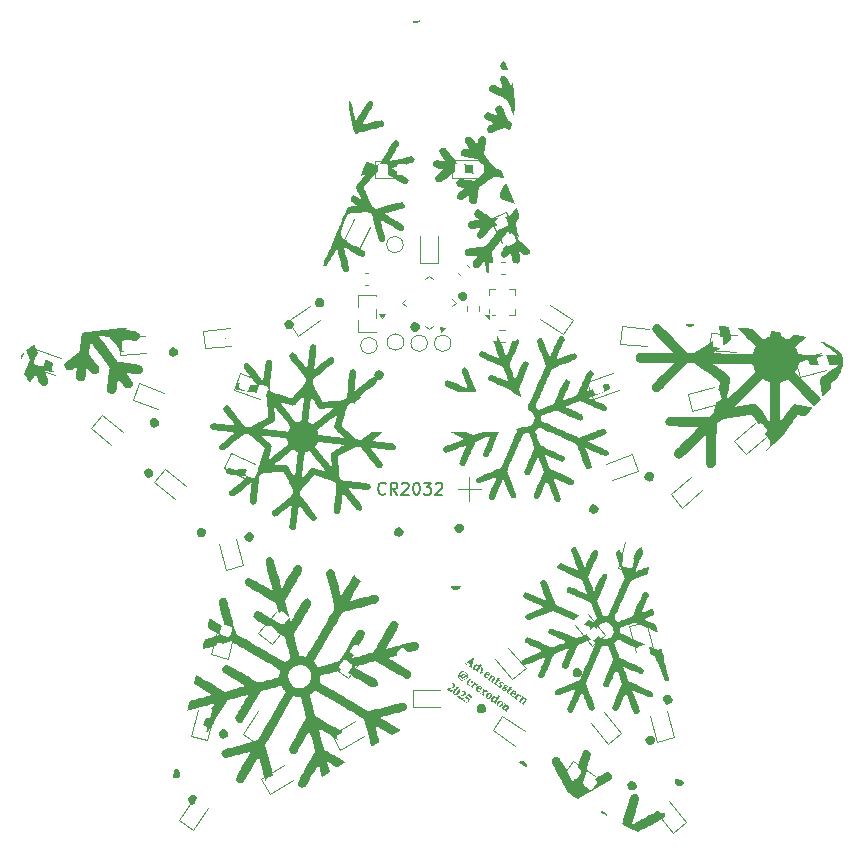
<source format=gbr>
%TF.GenerationSoftware,KiCad,Pcbnew,9.0.6*%
%TF.CreationDate,2025-11-13T15:57:48+01:00*%
%TF.ProjectId,advent_star,61647665-6e74-45f7-9374-61722e6b6963,rev?*%
%TF.SameCoordinates,Original*%
%TF.FileFunction,Legend,Top*%
%TF.FilePolarity,Positive*%
%FSLAX46Y46*%
G04 Gerber Fmt 4.6, Leading zero omitted, Abs format (unit mm)*
G04 Created by KiCad (PCBNEW 9.0.6) date 2025-11-13 15:57:48*
%MOMM*%
%LPD*%
G01*
G04 APERTURE LIST*
%ADD10C,0.200000*%
%ADD11C,0.150000*%
%ADD12C,0.120000*%
%ADD13C,0.000000*%
G04 APERTURE END LIST*
D10*
G36*
X153660975Y-117574861D02*
G01*
X153528620Y-118199332D01*
X153512109Y-118283549D01*
X153506919Y-118338764D01*
X153512243Y-118368853D01*
X153521372Y-118383369D01*
X153535023Y-118395179D01*
X153538705Y-118397756D01*
X153522650Y-118420685D01*
X153225383Y-118212536D01*
X153241438Y-118189608D01*
X153272741Y-118207412D01*
X153299693Y-118220464D01*
X153320128Y-118221666D01*
X153329861Y-118216762D01*
X153338147Y-118207770D01*
X153348738Y-118187795D01*
X153364788Y-118137258D01*
X153383910Y-118052565D01*
X153177476Y-117908018D01*
X153138466Y-117934433D01*
X153076744Y-117977923D01*
X153052345Y-118000791D01*
X153051987Y-118001310D01*
X153045601Y-118019982D01*
X153047631Y-118031761D01*
X153054107Y-118044513D01*
X153072288Y-118065984D01*
X153101067Y-118091319D01*
X153085012Y-118114248D01*
X152898785Y-117983850D01*
X152914840Y-117960922D01*
X152939385Y-117970118D01*
X152954209Y-117972720D01*
X152969162Y-117972276D01*
X152989463Y-117967080D01*
X153013476Y-117956269D01*
X153080430Y-117915800D01*
X153132860Y-117881884D01*
X153216289Y-117881884D01*
X153395193Y-118007154D01*
X153458022Y-117720183D01*
X153216289Y-117881884D01*
X153132860Y-117881884D01*
X153635286Y-117556873D01*
X153660975Y-117574861D01*
G37*
G36*
X154383993Y-118100206D02*
G01*
X154014542Y-118627836D01*
X154007987Y-118637849D01*
X153997751Y-118662800D01*
X153997530Y-118673902D01*
X154000670Y-118684631D01*
X154012001Y-118701036D01*
X154031501Y-118718844D01*
X154016736Y-118739932D01*
X153954680Y-118707452D01*
X153920878Y-118689916D01*
X153869009Y-118665126D01*
X153816621Y-118644952D01*
X153858677Y-118584891D01*
X153839594Y-118588503D01*
X153785959Y-118592843D01*
X153763727Y-118590609D01*
X153742976Y-118585426D01*
X153718712Y-118575021D01*
X153694309Y-118559964D01*
X153669484Y-118539056D01*
X153654020Y-118521120D01*
X153641271Y-118501459D01*
X153635455Y-118489094D01*
X153744176Y-118489094D01*
X153751776Y-118516008D01*
X153760144Y-118527638D01*
X153771512Y-118537513D01*
X153793501Y-118548029D01*
X153814150Y-118551530D01*
X153834674Y-118550823D01*
X153860247Y-118545305D01*
X153880546Y-118537304D01*
X153894329Y-118528098D01*
X154049887Y-118305938D01*
X154053113Y-118289195D01*
X154053920Y-118270154D01*
X154051668Y-118252079D01*
X154039178Y-118221275D01*
X154018044Y-118199140D01*
X153992217Y-118187072D01*
X153977619Y-118185169D01*
X153962507Y-118186533D01*
X153944974Y-118191949D01*
X153926696Y-118201512D01*
X153904333Y-118217979D01*
X153880791Y-118240214D01*
X153851204Y-118274169D01*
X153819688Y-118316434D01*
X153806829Y-118335246D01*
X153766419Y-118404378D01*
X153747857Y-118453540D01*
X153744176Y-118489094D01*
X153635455Y-118489094D01*
X153630962Y-118479542D01*
X153623560Y-118456187D01*
X153618973Y-118430750D01*
X153617508Y-118404218D01*
X153619256Y-118376108D01*
X153624303Y-118347326D01*
X153632782Y-118317750D01*
X153644661Y-118287986D01*
X153659936Y-118258301D01*
X153678624Y-118228931D01*
X153679980Y-118227006D01*
X153702031Y-118198563D01*
X153725574Y-118173204D01*
X153775740Y-118132310D01*
X153827776Y-118104878D01*
X153879281Y-118090714D01*
X153928514Y-118089132D01*
X153974432Y-118099451D01*
X154016406Y-118121425D01*
X154046582Y-118148228D01*
X154058780Y-118165133D01*
X154068552Y-118184585D01*
X154078530Y-118215938D01*
X154085723Y-118254759D01*
X154203624Y-118086379D01*
X154218774Y-118060551D01*
X154221347Y-118040846D01*
X154216749Y-118029099D01*
X154207089Y-118016388D01*
X154171324Y-117984151D01*
X154186762Y-117962103D01*
X154383993Y-118100206D01*
G37*
G36*
X154722970Y-118631432D02*
G01*
X154584440Y-118534433D01*
X154569002Y-118556481D01*
X154593080Y-118577306D01*
X154604612Y-118594216D01*
X154606016Y-118602816D01*
X154604159Y-118611488D01*
X154598278Y-118622063D01*
X154575047Y-118644914D01*
X154559336Y-118656217D01*
X154376463Y-118776779D01*
X154434282Y-118539970D01*
X154445933Y-118505788D01*
X154452788Y-118498821D01*
X154461170Y-118495716D01*
X154480634Y-118499647D01*
X154493434Y-118506251D01*
X154511221Y-118516022D01*
X154526659Y-118493974D01*
X154297297Y-118333373D01*
X154281858Y-118355421D01*
X154299648Y-118374403D01*
X154304315Y-118389129D01*
X154304312Y-118391656D01*
X154303894Y-118398444D01*
X154286339Y-118503049D01*
X154274146Y-118561718D01*
X154194289Y-118910054D01*
X154218138Y-118926753D01*
X154619049Y-118666662D01*
X154651765Y-118648045D01*
X154675537Y-118642394D01*
X154698684Y-118648797D01*
X154707532Y-118653480D01*
X154722970Y-118631432D01*
G37*
G36*
X154836143Y-118724316D02*
G01*
X154861315Y-118729531D01*
X154886187Y-118737902D01*
X154910755Y-118749540D01*
X154934736Y-118764447D01*
X154974314Y-118798485D01*
X154990163Y-118817875D01*
X155002459Y-118837825D01*
X155011976Y-118859670D01*
X155018038Y-118881900D01*
X155021139Y-118907515D01*
X155020640Y-118933260D01*
X155015745Y-118964977D01*
X155006949Y-118996224D01*
X154985905Y-119046495D01*
X154960554Y-119092676D01*
X154729351Y-118930786D01*
X154694653Y-118993230D01*
X154675805Y-119043557D01*
X154669627Y-119085455D01*
X154674404Y-119120823D01*
X154689984Y-119151555D01*
X154702488Y-119165651D01*
X154718492Y-119178710D01*
X154721544Y-119180798D01*
X154756464Y-119197548D01*
X154776513Y-119201661D01*
X154798403Y-119202535D01*
X154829711Y-119199038D01*
X154866085Y-119190460D01*
X154879140Y-119218743D01*
X154836993Y-119232853D01*
X154772142Y-119247334D01*
X154720594Y-119248424D01*
X154696420Y-119244352D01*
X154673084Y-119237119D01*
X154646578Y-119224772D01*
X154619962Y-119208114D01*
X154619671Y-119207910D01*
X154597618Y-119190574D01*
X154578434Y-119171634D01*
X154562152Y-119151251D01*
X154548759Y-119129535D01*
X154538184Y-119106399D01*
X154530581Y-119082175D01*
X154525906Y-119056530D01*
X154524342Y-119030043D01*
X154525978Y-119002223D01*
X154530902Y-118973826D01*
X154539354Y-118944354D01*
X154551278Y-118914605D01*
X154562133Y-118893620D01*
X154748577Y-118893620D01*
X154871501Y-118979692D01*
X154881056Y-118966047D01*
X154915829Y-118910285D01*
X154936034Y-118867634D01*
X154941324Y-118838170D01*
X154935261Y-118814600D01*
X154926985Y-118803296D01*
X154914815Y-118792897D01*
X154907009Y-118787990D01*
X154882384Y-118780324D01*
X154868880Y-118781248D01*
X154854786Y-118785812D01*
X154836404Y-118796565D01*
X154816417Y-118813245D01*
X154785001Y-118847024D01*
X154748577Y-118893620D01*
X154562133Y-118893620D01*
X154567003Y-118884205D01*
X154586364Y-118853863D01*
X154591563Y-118846604D01*
X154636098Y-118795866D01*
X154684234Y-118758619D01*
X154734382Y-118734550D01*
X154785312Y-118723216D01*
X154836143Y-118724316D01*
G37*
G36*
X155346116Y-119144154D02*
G01*
X155357034Y-119153713D01*
X155364436Y-119164664D01*
X155368880Y-119188233D01*
X155361034Y-119218243D01*
X155340690Y-119253419D01*
X155185720Y-119474738D01*
X155172355Y-119490995D01*
X155158781Y-119501466D01*
X155147901Y-119505652D01*
X155136349Y-119506565D01*
X155110417Y-119498864D01*
X155106145Y-119496661D01*
X155090735Y-119518669D01*
X155306332Y-119669632D01*
X155321742Y-119647625D01*
X155305034Y-119631666D01*
X155296190Y-119616693D01*
X155294563Y-119606780D01*
X155296092Y-119596184D01*
X155313246Y-119564033D01*
X155473960Y-119334510D01*
X155487648Y-119312274D01*
X155497769Y-119289914D01*
X155504229Y-119268182D01*
X155507358Y-119246683D01*
X155507224Y-119226037D01*
X155503957Y-119205940D01*
X155497659Y-119186733D01*
X155488339Y-119168379D01*
X155460520Y-119134659D01*
X155440558Y-119118627D01*
X155418998Y-119105448D01*
X155396845Y-119095721D01*
X155375204Y-119089680D01*
X155352880Y-119086733D01*
X155305923Y-119090096D01*
X155253482Y-119106543D01*
X155302178Y-119036998D01*
X155126955Y-118914306D01*
X155111517Y-118936354D01*
X155131218Y-118958052D01*
X155140084Y-118976586D01*
X155137782Y-118997400D01*
X155122282Y-119024456D01*
X154933606Y-119293913D01*
X154915834Y-119315770D01*
X154898871Y-119326233D01*
X154877014Y-119325914D01*
X154846491Y-119314850D01*
X154831081Y-119336858D01*
X155052201Y-119491688D01*
X155067611Y-119469680D01*
X155053389Y-119454354D01*
X155045182Y-119439716D01*
X155042871Y-119428695D01*
X155043796Y-119417309D01*
X155055590Y-119391328D01*
X155059199Y-119385968D01*
X155230559Y-119141240D01*
X155242135Y-119134827D01*
X155282169Y-119128120D01*
X155305409Y-119129028D01*
X155328194Y-119134111D01*
X155346676Y-119143353D01*
X155346116Y-119144154D01*
G37*
G36*
X155887189Y-119446627D02*
G01*
X155800918Y-119386220D01*
X155909461Y-119231204D01*
X155886533Y-119215149D01*
X155806122Y-119242025D01*
X155736582Y-119260619D01*
X155635133Y-119277114D01*
X155614768Y-119279133D01*
X155597424Y-119303902D01*
X155645121Y-119337300D01*
X155437701Y-119633526D01*
X155426493Y-119652221D01*
X155418843Y-119671061D01*
X155414795Y-119689237D01*
X155413992Y-119707241D01*
X155421769Y-119741628D01*
X155442085Y-119774018D01*
X155473102Y-119801672D01*
X155495911Y-119815676D01*
X155518663Y-119825477D01*
X155538755Y-119830562D01*
X155559458Y-119832436D01*
X155603091Y-119826702D01*
X155656866Y-119806356D01*
X155680750Y-119794170D01*
X155664814Y-119768043D01*
X155636500Y-119780765D01*
X155613808Y-119786713D01*
X155600023Y-119786953D01*
X155588025Y-119783857D01*
X155579270Y-119778988D01*
X155568678Y-119769627D01*
X155562395Y-119759245D01*
X155561415Y-119738835D01*
X155573801Y-119711081D01*
X155579965Y-119701773D01*
X155772647Y-119426594D01*
X155858918Y-119487002D01*
X155887189Y-119446627D01*
G37*
G36*
X156101636Y-119581519D02*
G01*
X156079595Y-119567958D01*
X156057041Y-119557640D01*
X156034071Y-119550488D01*
X156011085Y-119546540D01*
X155988317Y-119545755D01*
X155966039Y-119548095D01*
X155944639Y-119553474D01*
X155924221Y-119561858D01*
X155905253Y-119573054D01*
X155887727Y-119587103D01*
X155864043Y-119614329D01*
X155852713Y-119633155D01*
X155844847Y-119652002D01*
X155838228Y-119690493D01*
X155842900Y-119732117D01*
X155859771Y-119780257D01*
X155894521Y-119846332D01*
X155916600Y-119886615D01*
X155932618Y-119924087D01*
X155936867Y-119941609D01*
X155937815Y-119958235D01*
X155934869Y-119973902D01*
X155927432Y-119988545D01*
X155917247Y-120000422D01*
X155905533Y-120009372D01*
X155878815Y-120018355D01*
X155848510Y-120015382D01*
X155816972Y-119999815D01*
X155798935Y-119985281D01*
X155784055Y-119969168D01*
X155772799Y-119952351D01*
X155764400Y-119934137D01*
X155756167Y-119893775D01*
X155759555Y-119846174D01*
X155775818Y-119791085D01*
X155750129Y-119773098D01*
X155644387Y-119924112D01*
X155667316Y-119940166D01*
X155692825Y-119929199D01*
X155707678Y-119930245D01*
X155709152Y-119931176D01*
X155725397Y-119948894D01*
X155733283Y-119960202D01*
X155762340Y-119998647D01*
X155783435Y-120020131D01*
X155810751Y-120041913D01*
X155832745Y-120055435D01*
X155855164Y-120065621D01*
X155877657Y-120072471D01*
X155900154Y-120076093D01*
X155922314Y-120076526D01*
X155944069Y-120073835D01*
X155965133Y-120068081D01*
X155985392Y-120059292D01*
X156004637Y-120047505D01*
X156022675Y-120032750D01*
X156049434Y-120001756D01*
X156061707Y-119981583D01*
X156070311Y-119961687D01*
X156077869Y-119922313D01*
X156073941Y-119881336D01*
X156058113Y-119835536D01*
X156022405Y-119769754D01*
X156000184Y-119730792D01*
X155984234Y-119694149D01*
X155980162Y-119676733D01*
X155979522Y-119659939D01*
X155982932Y-119643783D01*
X155991015Y-119628277D01*
X156010988Y-119610050D01*
X156037167Y-119602250D01*
X156066900Y-119606349D01*
X156088709Y-119617610D01*
X156103901Y-119630189D01*
X156116645Y-119645077D01*
X156126236Y-119661264D01*
X156133335Y-119679622D01*
X156139418Y-119722701D01*
X156133458Y-119776839D01*
X156127614Y-119800255D01*
X156150542Y-119816309D01*
X156243479Y-119683581D01*
X156223312Y-119669460D01*
X156209193Y-119676585D01*
X156197610Y-119676956D01*
X156188443Y-119672416D01*
X156169686Y-119653129D01*
X156161668Y-119642885D01*
X156136427Y-119612304D01*
X156101636Y-119581519D01*
G37*
G36*
X156473610Y-119841978D02*
G01*
X156451568Y-119828417D01*
X156429015Y-119818099D01*
X156406044Y-119810947D01*
X156383059Y-119806999D01*
X156360291Y-119806214D01*
X156338013Y-119808554D01*
X156316613Y-119813933D01*
X156296195Y-119822317D01*
X156277227Y-119833512D01*
X156259701Y-119847562D01*
X156236017Y-119874788D01*
X156224687Y-119893614D01*
X156216821Y-119912461D01*
X156210202Y-119950951D01*
X156214874Y-119992576D01*
X156231745Y-120040716D01*
X156266495Y-120106791D01*
X156288574Y-120147074D01*
X156304592Y-120184546D01*
X156308841Y-120202068D01*
X156309789Y-120218694D01*
X156306842Y-120234361D01*
X156299406Y-120249004D01*
X156289221Y-120260881D01*
X156277507Y-120269831D01*
X156250789Y-120278814D01*
X156220483Y-120275841D01*
X156188946Y-120260274D01*
X156170909Y-120245740D01*
X156156028Y-120229627D01*
X156144772Y-120212810D01*
X156136374Y-120194596D01*
X156128141Y-120154234D01*
X156131529Y-120106633D01*
X156147792Y-120051544D01*
X156122103Y-120033556D01*
X156016361Y-120184571D01*
X156039290Y-120200625D01*
X156064799Y-120189658D01*
X156079652Y-120190704D01*
X156081126Y-120191635D01*
X156097371Y-120209353D01*
X156105257Y-120220661D01*
X156134314Y-120259106D01*
X156155409Y-120280590D01*
X156182725Y-120302372D01*
X156204719Y-120315894D01*
X156227137Y-120326080D01*
X156249631Y-120332930D01*
X156272128Y-120336552D01*
X156294288Y-120336985D01*
X156316043Y-120334294D01*
X156337107Y-120328540D01*
X156357366Y-120319751D01*
X156376611Y-120307964D01*
X156394649Y-120293209D01*
X156421408Y-120262215D01*
X156433681Y-120242042D01*
X156442285Y-120222146D01*
X156449843Y-120182772D01*
X156445915Y-120141795D01*
X156430087Y-120095995D01*
X156394379Y-120030213D01*
X156372158Y-119991251D01*
X156356208Y-119954608D01*
X156352136Y-119937192D01*
X156351496Y-119920398D01*
X156354906Y-119904242D01*
X156362989Y-119888736D01*
X156382962Y-119870509D01*
X156409141Y-119862709D01*
X156438874Y-119866808D01*
X156460683Y-119878068D01*
X156475875Y-119890648D01*
X156488619Y-119905535D01*
X156498210Y-119921723D01*
X156505309Y-119940081D01*
X156511392Y-119983160D01*
X156505432Y-120037297D01*
X156499588Y-120060713D01*
X156522516Y-120076768D01*
X156615453Y-119944040D01*
X156595286Y-119929919D01*
X156581167Y-119937044D01*
X156569584Y-119937415D01*
X156560417Y-119932875D01*
X156541660Y-119913588D01*
X156533642Y-119903344D01*
X156508400Y-119872763D01*
X156473610Y-119841978D01*
G37*
G36*
X156929484Y-120176450D02*
G01*
X156843213Y-120116043D01*
X156951756Y-119961027D01*
X156928828Y-119944972D01*
X156848417Y-119971848D01*
X156778877Y-119990442D01*
X156677428Y-120006937D01*
X156657063Y-120008956D01*
X156639720Y-120033725D01*
X156687417Y-120067123D01*
X156479997Y-120363349D01*
X156468788Y-120382044D01*
X156461138Y-120400884D01*
X156457090Y-120419060D01*
X156456287Y-120437064D01*
X156464064Y-120471451D01*
X156484380Y-120503841D01*
X156515397Y-120531495D01*
X156538206Y-120545499D01*
X156560959Y-120555300D01*
X156581051Y-120560385D01*
X156601754Y-120562259D01*
X156645386Y-120556525D01*
X156699161Y-120536179D01*
X156723045Y-120523993D01*
X156707110Y-120497866D01*
X156678795Y-120510587D01*
X156656103Y-120516536D01*
X156642318Y-120516776D01*
X156630320Y-120513680D01*
X156621565Y-120508811D01*
X156610973Y-120499450D01*
X156604690Y-120489068D01*
X156603710Y-120468658D01*
X156616096Y-120440904D01*
X156622260Y-120431596D01*
X156814943Y-120156417D01*
X156901214Y-120216825D01*
X156929484Y-120176450D01*
G37*
G36*
X157082071Y-120296932D02*
G01*
X157107244Y-120302147D01*
X157132116Y-120310518D01*
X157156683Y-120322156D01*
X157180665Y-120337063D01*
X157220242Y-120371101D01*
X157236091Y-120390491D01*
X157248388Y-120410441D01*
X157257904Y-120432286D01*
X157263967Y-120454516D01*
X157267067Y-120480131D01*
X157266568Y-120505876D01*
X157261673Y-120537593D01*
X157252877Y-120568840D01*
X157231833Y-120619111D01*
X157206483Y-120665292D01*
X156975280Y-120503402D01*
X156940581Y-120565846D01*
X156921734Y-120616173D01*
X156915556Y-120658071D01*
X156920332Y-120693440D01*
X156935912Y-120724171D01*
X156948417Y-120738267D01*
X156964420Y-120751326D01*
X156967472Y-120753414D01*
X157002393Y-120770165D01*
X157022441Y-120774278D01*
X157044332Y-120775151D01*
X157075639Y-120771654D01*
X157112014Y-120763076D01*
X157125068Y-120791359D01*
X157082922Y-120805469D01*
X157018070Y-120819950D01*
X156966523Y-120821040D01*
X156942348Y-120816968D01*
X156919012Y-120809735D01*
X156892507Y-120797388D01*
X156865891Y-120780730D01*
X156865600Y-120780526D01*
X156843547Y-120763190D01*
X156824362Y-120744250D01*
X156808080Y-120723868D01*
X156794687Y-120702151D01*
X156784113Y-120679015D01*
X156776510Y-120654791D01*
X156771835Y-120629146D01*
X156770271Y-120602659D01*
X156771906Y-120574839D01*
X156776830Y-120546442D01*
X156785282Y-120516970D01*
X156797207Y-120487222D01*
X156808062Y-120466236D01*
X156994506Y-120466236D01*
X157117430Y-120552308D01*
X157126984Y-120538663D01*
X157161757Y-120482901D01*
X157181963Y-120440250D01*
X157187252Y-120410787D01*
X157181189Y-120387216D01*
X157172914Y-120375912D01*
X157160744Y-120365513D01*
X157152938Y-120360606D01*
X157128312Y-120352940D01*
X157114808Y-120353865D01*
X157100714Y-120358428D01*
X157082333Y-120369181D01*
X157062345Y-120385862D01*
X157030930Y-120419640D01*
X156994506Y-120466236D01*
X156808062Y-120466236D01*
X156812932Y-120456821D01*
X156832293Y-120426479D01*
X156837492Y-120419220D01*
X156882027Y-120368482D01*
X156930163Y-120331235D01*
X156980311Y-120307166D01*
X157031241Y-120295832D01*
X157082071Y-120296932D01*
G37*
G36*
X157599908Y-120828602D02*
G01*
X157613389Y-120836183D01*
X157627337Y-120840574D01*
X157655553Y-120840044D01*
X157682127Y-120827233D01*
X157700585Y-120807798D01*
X157709142Y-120792919D01*
X157714561Y-120777463D01*
X157716160Y-120745720D01*
X157712317Y-120730107D01*
X157705432Y-120715225D01*
X157695542Y-120701383D01*
X157682718Y-120688951D01*
X157676403Y-120684183D01*
X157657954Y-120673212D01*
X157638479Y-120665579D01*
X157598006Y-120660176D01*
X157547666Y-120666791D01*
X157492179Y-120683697D01*
X157545386Y-120607709D01*
X157372884Y-120486922D01*
X157357446Y-120508970D01*
X157374781Y-120527425D01*
X157384074Y-120543910D01*
X157386001Y-120554538D01*
X157384695Y-120565479D01*
X157371909Y-120591633D01*
X157368210Y-120597072D01*
X157179535Y-120866529D01*
X157162798Y-120887106D01*
X157146569Y-120897915D01*
X157124772Y-120899009D01*
X157092420Y-120887466D01*
X157077010Y-120909474D01*
X157320137Y-121079714D01*
X157335547Y-121057706D01*
X157309986Y-121034807D01*
X157295677Y-121014521D01*
X157292442Y-121003304D01*
X157292548Y-120991585D01*
X157302586Y-120964637D01*
X157319248Y-120938417D01*
X157440540Y-120765195D01*
X157469276Y-120734287D01*
X157485918Y-120722846D01*
X157502926Y-120714866D01*
X157519011Y-120710691D01*
X157534311Y-120710143D01*
X157546268Y-120712683D01*
X157556928Y-120718121D01*
X157563669Y-120729570D01*
X157566245Y-120751342D01*
X157568001Y-120770830D01*
X157572495Y-120791335D01*
X157582279Y-120811159D01*
X157599908Y-120828602D01*
G37*
G36*
X157983225Y-120990677D02*
G01*
X157994143Y-121000237D01*
X158001546Y-121011188D01*
X158005989Y-121034757D01*
X157998143Y-121064767D01*
X157977799Y-121099943D01*
X157822830Y-121321262D01*
X157809464Y-121337519D01*
X157795890Y-121347990D01*
X157785011Y-121352176D01*
X157773458Y-121353089D01*
X157747527Y-121345388D01*
X157743254Y-121343185D01*
X157727844Y-121365193D01*
X157943442Y-121516156D01*
X157958852Y-121494148D01*
X157942143Y-121478190D01*
X157933300Y-121463217D01*
X157931673Y-121453304D01*
X157933201Y-121442707D01*
X157950355Y-121410557D01*
X158111069Y-121181034D01*
X158124758Y-121158798D01*
X158134878Y-121136438D01*
X158141338Y-121114706D01*
X158144467Y-121093207D01*
X158144334Y-121072561D01*
X158141067Y-121052464D01*
X158134768Y-121033257D01*
X158125448Y-121014903D01*
X158097630Y-120981183D01*
X158077668Y-120965151D01*
X158056108Y-120951972D01*
X158033955Y-120942245D01*
X158012313Y-120936204D01*
X157989990Y-120933257D01*
X157943032Y-120936620D01*
X157890592Y-120953067D01*
X157939288Y-120883522D01*
X157764065Y-120760830D01*
X157748627Y-120782878D01*
X157768327Y-120804575D01*
X157777193Y-120823110D01*
X157774892Y-120843924D01*
X157759391Y-120870980D01*
X157570715Y-121140437D01*
X157552944Y-121162294D01*
X157535980Y-121172757D01*
X157514123Y-121172438D01*
X157483601Y-121161374D01*
X157468190Y-121183382D01*
X157689310Y-121338212D01*
X157704720Y-121316204D01*
X157690498Y-121300878D01*
X157682292Y-121286240D01*
X157679980Y-121275219D01*
X157680905Y-121263833D01*
X157692700Y-121237852D01*
X157696308Y-121232492D01*
X157867668Y-120987764D01*
X157879245Y-120981351D01*
X157919278Y-120974644D01*
X157942518Y-120975552D01*
X157965303Y-120980635D01*
X157983785Y-120989877D01*
X157983225Y-120990677D01*
G37*
G36*
X152795463Y-118671051D02*
G01*
X152866623Y-118684963D01*
X152935030Y-118710882D01*
X152999200Y-118748386D01*
X153025582Y-118768322D01*
X153053489Y-118793101D01*
X153078578Y-118819551D01*
X153100930Y-118847647D01*
X153120331Y-118877023D01*
X153136713Y-118907435D01*
X153150054Y-118938714D01*
X153167317Y-119002463D01*
X153172088Y-119066222D01*
X153164626Y-119128257D01*
X153145282Y-119187216D01*
X153114308Y-119242064D01*
X153073450Y-119290270D01*
X153048951Y-119312038D01*
X153023053Y-119330871D01*
X152968858Y-119359118D01*
X152915043Y-119374189D01*
X152864884Y-119376608D01*
X152820221Y-119367554D01*
X152781753Y-119347982D01*
X152758682Y-119330260D01*
X152727776Y-119297731D01*
X152713098Y-119268965D01*
X152711185Y-119242526D01*
X152714963Y-119229299D01*
X152722168Y-119216333D01*
X152736254Y-119200368D01*
X152765706Y-119175617D01*
X152703226Y-119199493D01*
X152655483Y-119208375D01*
X152617434Y-119204778D01*
X152599191Y-119198041D01*
X152582028Y-119187977D01*
X152569631Y-119177784D01*
X152558660Y-119165014D01*
X152550611Y-119150912D01*
X152545380Y-119135230D01*
X152544701Y-119129925D01*
X152645698Y-119129925D01*
X152647874Y-119151737D01*
X152660523Y-119167682D01*
X152669292Y-119172389D01*
X152684090Y-119175795D01*
X152700874Y-119175435D01*
X152725811Y-119169797D01*
X152752741Y-119159188D01*
X152790261Y-119139037D01*
X152827591Y-119114277D01*
X152865910Y-119084597D01*
X152898546Y-119055531D01*
X152930691Y-119020049D01*
X152938506Y-119003249D01*
X152939668Y-118991909D01*
X152937678Y-118981552D01*
X152926056Y-118966115D01*
X152916314Y-118961736D01*
X152899457Y-118960138D01*
X152878861Y-118962864D01*
X152848567Y-118971777D01*
X152815268Y-118985815D01*
X152778921Y-119004932D01*
X152743112Y-119027337D01*
X152687354Y-119071107D01*
X152655401Y-119106610D01*
X152645698Y-119129925D01*
X152544701Y-119129925D01*
X152543251Y-119118597D01*
X152544333Y-119100523D01*
X152548782Y-119081938D01*
X152556905Y-119062505D01*
X152568618Y-119043101D01*
X152573900Y-119035877D01*
X152593562Y-119013191D01*
X152616349Y-118992250D01*
X152643878Y-118971768D01*
X152673787Y-118953709D01*
X152706117Y-118937969D01*
X152739541Y-118925179D01*
X152804129Y-118909688D01*
X152860231Y-118906985D01*
X152904898Y-118914827D01*
X152938379Y-118930973D01*
X152942671Y-118934130D01*
X152960604Y-118954080D01*
X152965026Y-118965679D01*
X152966219Y-118978477D01*
X152963052Y-118997264D01*
X152954674Y-119019011D01*
X152997078Y-118985790D01*
X153080733Y-119036137D01*
X152911926Y-119169826D01*
X152843563Y-119226279D01*
X152812516Y-119259081D01*
X152812095Y-119259682D01*
X152803766Y-119273918D01*
X152800587Y-119293034D01*
X152807315Y-119306213D01*
X152821552Y-119318482D01*
X152841667Y-119328638D01*
X152859523Y-119332758D01*
X152878742Y-119333564D01*
X152901123Y-119330785D01*
X152924369Y-119324348D01*
X152949377Y-119313801D01*
X152974403Y-119299617D01*
X152998948Y-119282030D01*
X153022540Y-119261258D01*
X153063389Y-119213267D01*
X153084563Y-119177453D01*
X153096057Y-119150341D01*
X153104416Y-119122444D01*
X153109800Y-119093182D01*
X153111998Y-119063543D01*
X153111020Y-119033148D01*
X153106857Y-119002842D01*
X153099499Y-118972613D01*
X153089036Y-118942973D01*
X153059233Y-118886693D01*
X153018642Y-118836422D01*
X152968628Y-118794006D01*
X152964037Y-118790844D01*
X152936276Y-118773882D01*
X152907992Y-118760175D01*
X152879339Y-118749704D01*
X152850399Y-118742417D01*
X152821116Y-118738267D01*
X152791780Y-118737276D01*
X152762140Y-118739456D01*
X152732692Y-118744809D01*
X152703061Y-118753472D01*
X152673886Y-118765347D01*
X152644771Y-118780708D01*
X152616402Y-118799326D01*
X152588456Y-118821564D01*
X152561568Y-118847094D01*
X152535547Y-118876283D01*
X152510910Y-118908771D01*
X152509939Y-118910165D01*
X152474703Y-118971335D01*
X152453132Y-119032366D01*
X152444540Y-119092536D01*
X152448476Y-119151281D01*
X152455101Y-119180001D01*
X152464807Y-119208064D01*
X152477706Y-119235605D01*
X152493703Y-119262240D01*
X152513051Y-119288182D01*
X152535536Y-119312947D01*
X152561541Y-119336747D01*
X152590732Y-119359076D01*
X152647059Y-119395000D01*
X152710407Y-119423587D01*
X152751486Y-119436079D01*
X152799996Y-119446866D01*
X152787820Y-119491592D01*
X152688428Y-119470588D01*
X152617509Y-119445497D01*
X152580375Y-119426275D01*
X152543781Y-119402710D01*
X152512314Y-119378739D01*
X152483544Y-119352887D01*
X152457227Y-119325013D01*
X152433754Y-119295595D01*
X152413050Y-119264638D01*
X152395310Y-119232509D01*
X152380586Y-119199431D01*
X152368906Y-119165572D01*
X152354914Y-119096839D01*
X152353353Y-119028263D01*
X152363989Y-118961527D01*
X152386488Y-118897975D01*
X152420579Y-118838663D01*
X152422069Y-118836548D01*
X152444215Y-118808112D01*
X152468375Y-118782225D01*
X152494897Y-118758486D01*
X152523139Y-118737456D01*
X152553422Y-118718883D01*
X152585089Y-118703172D01*
X152618304Y-118690233D01*
X152652525Y-118680283D01*
X152687659Y-118673340D01*
X152723390Y-118669471D01*
X152795463Y-118671051D01*
G37*
G36*
X153410241Y-119833912D02*
G01*
X153374794Y-119840687D01*
X153345092Y-119842180D01*
X153325638Y-119839737D01*
X153307509Y-119834165D01*
X153278971Y-119818266D01*
X153262805Y-119805059D01*
X153249369Y-119790068D01*
X153230759Y-119755498D01*
X153222753Y-119714270D01*
X153226292Y-119665734D01*
X153243297Y-119609629D01*
X153275958Y-119546636D01*
X153291506Y-119523153D01*
X153315483Y-119491594D01*
X153339517Y-119465159D01*
X153361777Y-119445221D01*
X153383630Y-119429992D01*
X153402852Y-119420372D01*
X153421397Y-119414781D01*
X153437341Y-119413264D01*
X153452488Y-119415126D01*
X153474808Y-119425314D01*
X153491388Y-119443785D01*
X153495792Y-119455087D01*
X153496648Y-119466192D01*
X153496620Y-119466468D01*
X153492199Y-119481277D01*
X153468512Y-119516318D01*
X153456206Y-119537510D01*
X153449027Y-119556766D01*
X153446959Y-119571378D01*
X153448433Y-119584782D01*
X153460346Y-119606425D01*
X153473800Y-119618118D01*
X153489927Y-119627535D01*
X153505890Y-119633218D01*
X153520596Y-119635184D01*
X153534735Y-119633869D01*
X153547671Y-119629502D01*
X153559703Y-119622114D01*
X153576529Y-119604178D01*
X153590600Y-119573597D01*
X153593418Y-119538371D01*
X153584053Y-119499256D01*
X153561223Y-119458348D01*
X153544545Y-119438247D01*
X153524681Y-119419282D01*
X153504852Y-119403952D01*
X153479590Y-119388145D01*
X153453587Y-119375472D01*
X153399600Y-119359296D01*
X153344229Y-119355446D01*
X153289009Y-119363982D01*
X153235685Y-119384869D01*
X153210316Y-119399878D01*
X153186124Y-119417861D01*
X153163357Y-119438732D01*
X153142163Y-119462481D01*
X153128181Y-119481067D01*
X153110785Y-119508596D01*
X153096692Y-119536615D01*
X153085851Y-119564988D01*
X153078272Y-119593445D01*
X153073933Y-119621719D01*
X153072785Y-119649667D01*
X153074775Y-119676894D01*
X153079856Y-119703401D01*
X153087895Y-119728715D01*
X153098905Y-119752937D01*
X153112672Y-119775605D01*
X153129286Y-119796831D01*
X153148506Y-119816237D01*
X153170464Y-119833869D01*
X153172632Y-119835403D01*
X153198697Y-119851716D01*
X153225134Y-119864292D01*
X153250086Y-119872605D01*
X153275871Y-119877818D01*
X153330372Y-119879119D01*
X153394578Y-119867734D01*
X153415211Y-119861901D01*
X153410241Y-119833912D01*
G37*
G36*
X153891644Y-119872768D02*
G01*
X153905125Y-119880350D01*
X153919073Y-119884741D01*
X153947289Y-119884210D01*
X153973863Y-119871400D01*
X153992321Y-119851965D01*
X154000878Y-119837085D01*
X154006297Y-119821630D01*
X154007896Y-119789886D01*
X154004053Y-119774274D01*
X153997168Y-119759391D01*
X153987278Y-119745550D01*
X153974454Y-119733117D01*
X153968139Y-119728349D01*
X153949690Y-119717379D01*
X153930215Y-119709745D01*
X153889741Y-119704342D01*
X153839402Y-119710957D01*
X153783915Y-119727863D01*
X153837122Y-119651876D01*
X153664620Y-119531089D01*
X153649181Y-119553136D01*
X153666517Y-119571591D01*
X153675810Y-119588077D01*
X153677737Y-119598704D01*
X153676430Y-119609646D01*
X153663645Y-119635799D01*
X153659946Y-119641238D01*
X153471270Y-119910695D01*
X153454534Y-119931272D01*
X153438304Y-119942082D01*
X153416508Y-119943175D01*
X153384156Y-119931633D01*
X153368745Y-119953641D01*
X153611873Y-120123880D01*
X153627283Y-120101872D01*
X153601721Y-120078974D01*
X153587413Y-120058688D01*
X153584177Y-120047470D01*
X153584284Y-120035752D01*
X153594321Y-120008804D01*
X153610984Y-119982584D01*
X153732276Y-119809361D01*
X153761012Y-119778454D01*
X153777654Y-119767012D01*
X153794662Y-119759033D01*
X153810747Y-119754858D01*
X153826047Y-119754310D01*
X153838004Y-119756850D01*
X153848664Y-119762288D01*
X153855405Y-119773736D01*
X153857981Y-119795508D01*
X153859737Y-119814996D01*
X153864230Y-119835502D01*
X153874015Y-119855325D01*
X153891644Y-119872768D01*
G37*
G36*
X154153608Y-119887121D02*
G01*
X154178780Y-119892336D01*
X154203652Y-119900707D01*
X154228220Y-119912345D01*
X154252201Y-119927252D01*
X154291779Y-119961290D01*
X154307628Y-119980680D01*
X154319925Y-120000630D01*
X154329441Y-120022475D01*
X154335503Y-120044705D01*
X154338604Y-120070319D01*
X154338105Y-120096065D01*
X154333210Y-120127781D01*
X154324414Y-120159029D01*
X154303370Y-120209300D01*
X154278019Y-120255481D01*
X154046816Y-120093591D01*
X154012118Y-120156035D01*
X153993270Y-120206362D01*
X153987092Y-120248260D01*
X153991869Y-120283628D01*
X154007449Y-120314360D01*
X154019953Y-120328456D01*
X154035957Y-120341515D01*
X154039009Y-120343603D01*
X154073929Y-120360353D01*
X154093978Y-120364466D01*
X154115869Y-120365340D01*
X154147176Y-120361843D01*
X154183551Y-120353265D01*
X154196605Y-120381548D01*
X154154458Y-120395658D01*
X154089607Y-120410139D01*
X154038059Y-120411229D01*
X154013885Y-120407157D01*
X153990549Y-120399924D01*
X153964043Y-120387577D01*
X153937428Y-120370919D01*
X153937136Y-120370715D01*
X153915083Y-120353379D01*
X153895899Y-120334439D01*
X153879617Y-120314056D01*
X153866224Y-120292339D01*
X153855649Y-120269204D01*
X153848046Y-120244980D01*
X153843371Y-120219335D01*
X153841808Y-120192848D01*
X153843443Y-120165028D01*
X153848367Y-120136631D01*
X153856819Y-120107159D01*
X153868743Y-120077410D01*
X153879599Y-120056425D01*
X154066042Y-120056425D01*
X154188966Y-120142497D01*
X154198521Y-120128852D01*
X154233294Y-120073090D01*
X154253499Y-120030439D01*
X154258789Y-120000975D01*
X154252726Y-119977405D01*
X154244450Y-119966101D01*
X154232280Y-119955702D01*
X154224474Y-119950795D01*
X154199849Y-119943129D01*
X154186345Y-119944053D01*
X154172251Y-119948617D01*
X154153869Y-119959370D01*
X154133882Y-119976050D01*
X154102466Y-120009829D01*
X154066042Y-120056425D01*
X153879599Y-120056425D01*
X153884469Y-120047010D01*
X153903829Y-120016668D01*
X153909028Y-120009409D01*
X153953563Y-119958671D01*
X154001699Y-119921424D01*
X154051847Y-119897355D01*
X154102777Y-119886021D01*
X154153608Y-119887121D01*
G37*
G36*
X154585401Y-120391698D02*
G01*
X154584786Y-120298028D01*
X154587946Y-120262232D01*
X154594098Y-120240715D01*
X154599238Y-120236157D01*
X154606359Y-120234576D01*
X154627520Y-120240768D01*
X154649382Y-120253484D01*
X154664820Y-120231436D01*
X154435457Y-120070835D01*
X154420019Y-120092883D01*
X154435742Y-120111176D01*
X154442056Y-120131501D01*
X154442696Y-120162013D01*
X154433719Y-120424792D01*
X154356167Y-120448491D01*
X154272286Y-120473717D01*
X154219704Y-120485831D01*
X154201119Y-120487123D01*
X154185521Y-120485319D01*
X154156834Y-120472668D01*
X154141424Y-120494676D01*
X154296479Y-120603247D01*
X154311890Y-120581239D01*
X154290929Y-120562689D01*
X154279852Y-120547483D01*
X154277634Y-120538922D01*
X154279129Y-120531093D01*
X154281375Y-120527134D01*
X154297206Y-120514339D01*
X154339964Y-120495220D01*
X154422103Y-120469169D01*
X154433757Y-120465787D01*
X154431861Y-120550510D01*
X154430074Y-120596507D01*
X154424438Y-120623915D01*
X154421037Y-120630353D01*
X154415904Y-120634923D01*
X154408834Y-120636599D01*
X154387568Y-120630935D01*
X154366949Y-120619792D01*
X154351539Y-120641800D01*
X154572619Y-120796602D01*
X154588029Y-120774594D01*
X154576139Y-120755699D01*
X154573331Y-120736991D01*
X154583875Y-120432969D01*
X154757409Y-120382378D01*
X154779118Y-120378053D01*
X154799604Y-120377658D01*
X154835893Y-120386785D01*
X154846653Y-120391615D01*
X154862091Y-120369567D01*
X154707955Y-120261640D01*
X154692517Y-120283688D01*
X154697045Y-120287689D01*
X154709555Y-120298361D01*
X154723067Y-120310772D01*
X154728760Y-120321853D01*
X154725207Y-120336451D01*
X154723912Y-120338409D01*
X154706736Y-120352584D01*
X154657501Y-120369222D01*
X154585401Y-120391698D01*
G37*
G36*
X155003016Y-120482135D02*
G01*
X155055391Y-120497044D01*
X155103908Y-120523623D01*
X155112786Y-120530116D01*
X155134536Y-120548711D01*
X155153567Y-120569087D01*
X155170065Y-120591378D01*
X155183711Y-120615101D01*
X155194597Y-120640387D01*
X155202500Y-120666727D01*
X155207419Y-120694142D01*
X155209244Y-120722201D01*
X155207941Y-120750746D01*
X155203474Y-120779505D01*
X155195850Y-120808144D01*
X155185029Y-120836566D01*
X155171115Y-120864323D01*
X155154000Y-120891450D01*
X155145565Y-120902963D01*
X155125043Y-120927166D01*
X155102875Y-120948520D01*
X155079194Y-120967034D01*
X155054286Y-120982582D01*
X155001832Y-121004540D01*
X154947600Y-121014109D01*
X154893505Y-121011311D01*
X154841160Y-120996312D01*
X154816130Y-120984313D01*
X154791895Y-120969223D01*
X154781677Y-120961715D01*
X154759780Y-120942860D01*
X154740652Y-120922298D01*
X154724176Y-120899991D01*
X154718309Y-120889777D01*
X154780505Y-120889777D01*
X154782965Y-120903786D01*
X154788326Y-120916333D01*
X154798152Y-120929304D01*
X154811788Y-120940813D01*
X154832596Y-120951630D01*
X154845743Y-120954468D01*
X154859232Y-120954193D01*
X154874866Y-120950080D01*
X154891331Y-120941809D01*
X154913083Y-120925673D01*
X154936822Y-120902711D01*
X154973310Y-120859647D01*
X155015313Y-120802510D01*
X155040000Y-120766440D01*
X155088006Y-120686988D01*
X155109047Y-120636776D01*
X155113958Y-120602513D01*
X155111900Y-120588605D01*
X155106991Y-120576275D01*
X155097795Y-120563707D01*
X155084907Y-120552718D01*
X155061987Y-120540825D01*
X155048878Y-120538073D01*
X155035487Y-120538410D01*
X155019978Y-120542598D01*
X155003611Y-120550989D01*
X154981462Y-120567738D01*
X154957011Y-120591764D01*
X154915251Y-120641754D01*
X154865489Y-120709887D01*
X154848829Y-120734150D01*
X154804088Y-120808222D01*
X154784573Y-120856158D01*
X154780505Y-120889777D01*
X154718309Y-120889777D01*
X154710574Y-120876309D01*
X154699778Y-120851176D01*
X154691969Y-120825017D01*
X154687147Y-120797787D01*
X154685421Y-120769902D01*
X154686834Y-120741411D01*
X154691431Y-120712653D01*
X154699249Y-120683802D01*
X154710313Y-120655081D01*
X154724606Y-120626768D01*
X154742184Y-120598979D01*
X154749681Y-120588726D01*
X154769739Y-120565070D01*
X154791559Y-120544176D01*
X154815190Y-120525897D01*
X154840147Y-120510538D01*
X154866258Y-120498119D01*
X154893220Y-120488730D01*
X154948301Y-120479257D01*
X155003016Y-120482135D01*
G37*
G36*
X155899369Y-120802005D02*
G01*
X155529919Y-121329635D01*
X155523364Y-121339648D01*
X155513127Y-121364599D01*
X155512906Y-121375701D01*
X155516047Y-121386430D01*
X155527377Y-121402835D01*
X155546878Y-121420643D01*
X155532112Y-121441731D01*
X155470056Y-121409251D01*
X155436255Y-121391715D01*
X155384385Y-121366925D01*
X155331998Y-121346751D01*
X155374053Y-121286690D01*
X155354970Y-121290302D01*
X155301336Y-121294642D01*
X155279103Y-121292408D01*
X155258353Y-121287225D01*
X155234089Y-121276820D01*
X155209686Y-121261763D01*
X155184860Y-121240855D01*
X155169397Y-121222919D01*
X155156648Y-121203258D01*
X155150831Y-121190893D01*
X155259552Y-121190893D01*
X155267152Y-121217807D01*
X155275520Y-121229437D01*
X155286888Y-121239312D01*
X155308877Y-121249828D01*
X155329526Y-121253329D01*
X155350051Y-121252622D01*
X155375624Y-121247104D01*
X155395923Y-121239103D01*
X155409705Y-121229897D01*
X155565264Y-121007737D01*
X155568489Y-120990994D01*
X155569296Y-120971953D01*
X155567044Y-120953878D01*
X155554554Y-120923074D01*
X155533420Y-120900939D01*
X155507593Y-120888871D01*
X155492995Y-120886968D01*
X155477883Y-120888332D01*
X155460350Y-120893748D01*
X155442072Y-120903311D01*
X155419709Y-120919778D01*
X155396168Y-120942013D01*
X155366580Y-120975968D01*
X155335065Y-121018233D01*
X155322205Y-121037045D01*
X155281796Y-121106177D01*
X155263233Y-121155339D01*
X155259552Y-121190893D01*
X155150831Y-121190893D01*
X155146338Y-121181341D01*
X155138936Y-121157986D01*
X155134349Y-121132549D01*
X155132884Y-121106017D01*
X155134632Y-121077907D01*
X155139679Y-121049125D01*
X155148159Y-121019549D01*
X155160037Y-120989784D01*
X155175313Y-120960100D01*
X155194000Y-120930730D01*
X155195356Y-120928805D01*
X155217408Y-120900362D01*
X155240950Y-120875003D01*
X155291117Y-120834109D01*
X155343153Y-120806677D01*
X155394657Y-120792513D01*
X155443890Y-120790931D01*
X155489809Y-120801250D01*
X155531782Y-120823224D01*
X155561958Y-120850027D01*
X155574157Y-120866932D01*
X155583928Y-120886384D01*
X155593906Y-120917737D01*
X155601099Y-120956558D01*
X155719000Y-120788178D01*
X155734151Y-120762350D01*
X155736723Y-120742645D01*
X155732125Y-120730898D01*
X155722466Y-120718187D01*
X155686700Y-120685950D01*
X155702138Y-120663902D01*
X155899369Y-120802005D01*
G37*
G36*
X155958880Y-121151438D02*
G01*
X156011255Y-121166348D01*
X156059772Y-121192926D01*
X156068650Y-121199419D01*
X156090400Y-121218014D01*
X156109431Y-121238391D01*
X156125929Y-121260681D01*
X156139575Y-121284404D01*
X156150461Y-121309690D01*
X156158364Y-121336030D01*
X156163283Y-121363446D01*
X156165108Y-121391504D01*
X156163805Y-121420049D01*
X156159338Y-121448808D01*
X156151714Y-121477447D01*
X156140893Y-121505869D01*
X156126979Y-121533627D01*
X156109864Y-121560753D01*
X156101430Y-121572266D01*
X156080907Y-121596469D01*
X156058739Y-121617823D01*
X156035058Y-121636337D01*
X156010150Y-121651885D01*
X155957696Y-121673843D01*
X155903464Y-121683412D01*
X155849369Y-121680615D01*
X155797024Y-121665616D01*
X155771995Y-121653616D01*
X155747759Y-121638527D01*
X155737541Y-121631018D01*
X155715644Y-121612164D01*
X155696516Y-121591602D01*
X155680040Y-121569294D01*
X155674174Y-121559081D01*
X155736369Y-121559081D01*
X155738829Y-121573090D01*
X155744191Y-121585636D01*
X155754016Y-121598607D01*
X155767652Y-121610116D01*
X155788460Y-121620933D01*
X155801607Y-121623772D01*
X155815096Y-121623496D01*
X155830730Y-121619383D01*
X155847195Y-121611112D01*
X155868947Y-121594976D01*
X155892686Y-121572014D01*
X155929174Y-121528950D01*
X155971177Y-121471813D01*
X155995864Y-121435743D01*
X156043870Y-121356291D01*
X156064911Y-121306079D01*
X156069822Y-121271816D01*
X156067764Y-121257908D01*
X156062855Y-121245578D01*
X156053659Y-121233011D01*
X156040771Y-121222021D01*
X156017851Y-121210129D01*
X156004742Y-121207376D01*
X155991351Y-121207713D01*
X155975843Y-121211901D01*
X155959475Y-121220292D01*
X155937326Y-121237041D01*
X155912875Y-121261067D01*
X155871115Y-121311058D01*
X155821353Y-121379190D01*
X155804693Y-121403453D01*
X155759952Y-121477525D01*
X155740437Y-121525461D01*
X155736369Y-121559081D01*
X155674174Y-121559081D01*
X155666438Y-121545612D01*
X155655642Y-121520479D01*
X155647833Y-121494321D01*
X155643012Y-121467090D01*
X155641285Y-121439205D01*
X155642698Y-121410714D01*
X155647295Y-121381957D01*
X155655113Y-121353106D01*
X155666177Y-121324384D01*
X155680470Y-121296072D01*
X155698048Y-121268282D01*
X155705545Y-121258029D01*
X155725603Y-121234374D01*
X155747424Y-121213480D01*
X155771054Y-121195201D01*
X155796011Y-121179841D01*
X155822122Y-121167422D01*
X155849084Y-121158033D01*
X155904165Y-121148561D01*
X155958880Y-121151438D01*
G37*
G36*
X156508085Y-121598494D02*
G01*
X156519003Y-121608053D01*
X156526406Y-121619004D01*
X156530849Y-121642573D01*
X156523003Y-121672584D01*
X156502659Y-121707759D01*
X156347689Y-121929079D01*
X156334324Y-121945336D01*
X156320750Y-121955807D01*
X156309870Y-121959993D01*
X156298318Y-121960906D01*
X156272387Y-121953205D01*
X156268114Y-121951002D01*
X156252704Y-121973010D01*
X156468301Y-122123973D01*
X156483711Y-122101965D01*
X156467003Y-122086007D01*
X156458159Y-122071034D01*
X156456533Y-122061120D01*
X156458061Y-122050524D01*
X156475215Y-122018374D01*
X156635929Y-121788851D01*
X156649618Y-121766614D01*
X156659738Y-121744255D01*
X156666198Y-121722523D01*
X156669327Y-121701023D01*
X156669193Y-121680378D01*
X156665927Y-121660281D01*
X156659628Y-121641073D01*
X156650308Y-121622720D01*
X156622490Y-121589000D01*
X156602527Y-121572968D01*
X156580968Y-121559788D01*
X156558814Y-121550062D01*
X156537173Y-121544020D01*
X156514849Y-121541074D01*
X156467892Y-121544437D01*
X156415452Y-121560884D01*
X156464147Y-121491339D01*
X156288924Y-121368646D01*
X156273486Y-121390694D01*
X156293187Y-121412392D01*
X156302053Y-121430927D01*
X156299752Y-121451741D01*
X156284251Y-121478796D01*
X156095575Y-121748253D01*
X156077803Y-121770111D01*
X156060840Y-121780574D01*
X156038983Y-121780255D01*
X156008460Y-121769191D01*
X155993050Y-121791199D01*
X156214170Y-121946028D01*
X156229580Y-121924020D01*
X156215358Y-121908695D01*
X156207152Y-121894057D01*
X156204840Y-121883036D01*
X156205765Y-121871650D01*
X156217559Y-121845669D01*
X156221168Y-121840309D01*
X156392528Y-121595581D01*
X156404105Y-121589168D01*
X156444138Y-121582460D01*
X156467378Y-121583368D01*
X156490163Y-121588452D01*
X156508645Y-121597694D01*
X156508085Y-121598494D01*
G37*
G36*
X151677343Y-119749712D02*
G01*
X151703032Y-119767700D01*
X151732744Y-119753473D01*
X151760528Y-119744026D01*
X151783065Y-119739753D01*
X151804570Y-119739050D01*
X151823766Y-119741609D01*
X151842375Y-119747278D01*
X151872587Y-119763757D01*
X151888779Y-119776951D01*
X151902066Y-119791612D01*
X151920621Y-119825233D01*
X151928198Y-119863549D01*
X151924041Y-119904679D01*
X151907644Y-119945112D01*
X151900449Y-119956381D01*
X151882185Y-119979466D01*
X151860092Y-120000932D01*
X151837260Y-120018186D01*
X151809768Y-120034795D01*
X151735469Y-120067733D01*
X151617806Y-120104577D01*
X151421538Y-120151526D01*
X151369017Y-120162710D01*
X151354251Y-120183797D01*
X151735908Y-120451037D01*
X151912588Y-120286602D01*
X151890580Y-120271192D01*
X151848105Y-120295683D01*
X151830618Y-120301789D01*
X151813994Y-120303636D01*
X151784415Y-120296724D01*
X151741340Y-120272465D01*
X151709416Y-120250666D01*
X151570886Y-120153666D01*
X151818125Y-120116875D01*
X151865461Y-120108266D01*
X151907899Y-120097112D01*
X151941812Y-120084913D01*
X151972296Y-120070464D01*
X151997791Y-120054889D01*
X152020670Y-120037180D01*
X152058467Y-119996110D01*
X152062366Y-119990684D01*
X152076730Y-119967487D01*
X152087853Y-119943720D01*
X152095785Y-119919536D01*
X152100538Y-119895183D01*
X152102149Y-119870804D01*
X152100641Y-119846660D01*
X152096037Y-119822902D01*
X152088375Y-119799789D01*
X152077676Y-119777495D01*
X152063987Y-119756255D01*
X152047343Y-119736273D01*
X152027782Y-119717757D01*
X152010050Y-119704129D01*
X151986535Y-119689622D01*
X151961782Y-119678366D01*
X151937914Y-119671091D01*
X151912816Y-119666896D01*
X151887369Y-119665924D01*
X151860614Y-119668121D01*
X151802534Y-119682730D01*
X151735819Y-119713262D01*
X151677343Y-119749712D01*
G37*
G36*
X152425919Y-120002757D02*
G01*
X152467534Y-120024464D01*
X152494141Y-120047191D01*
X152509926Y-120065961D01*
X152523156Y-120086744D01*
X152534306Y-120110561D01*
X152542654Y-120136236D01*
X152548423Y-120165064D01*
X152551105Y-120195527D01*
X152550625Y-120228826D01*
X152546805Y-120263423D01*
X152539416Y-120300059D01*
X152528526Y-120337538D01*
X152513994Y-120375955D01*
X152495919Y-120414686D01*
X152474453Y-120453224D01*
X152449509Y-120491531D01*
X152396354Y-120558106D01*
X152335833Y-120615580D01*
X152274398Y-120658075D01*
X152214696Y-120685704D01*
X152158599Y-120699407D01*
X152107069Y-120700450D01*
X152060347Y-120689846D01*
X152018367Y-120667899D01*
X151989863Y-120643590D01*
X151973803Y-120624602D01*
X151960357Y-120603732D01*
X151956757Y-120596172D01*
X152012870Y-120596172D01*
X152018211Y-120621702D01*
X152025683Y-120632860D01*
X152036327Y-120642250D01*
X152051815Y-120649857D01*
X152063415Y-120651630D01*
X152076151Y-120650268D01*
X152091742Y-120644677D01*
X152109170Y-120634312D01*
X152131816Y-120615823D01*
X152157574Y-120589585D01*
X152191578Y-120548765D01*
X152230749Y-120495486D01*
X152377761Y-120285531D01*
X152390405Y-120267221D01*
X152441262Y-120184726D01*
X152464755Y-120131069D01*
X152471231Y-120095097D01*
X152466012Y-120069479D01*
X152458847Y-120058594D01*
X152448666Y-120049536D01*
X152436490Y-120042971D01*
X152424613Y-120040100D01*
X152412061Y-120040417D01*
X152396642Y-120044846D01*
X152380016Y-120053753D01*
X152357482Y-120071210D01*
X152332516Y-120096016D01*
X152295476Y-120140216D01*
X152252956Y-120198141D01*
X152105944Y-120408097D01*
X152094467Y-120424682D01*
X152042832Y-120507749D01*
X152019311Y-120560769D01*
X152012870Y-120596172D01*
X151956757Y-120596172D01*
X151949123Y-120580141D01*
X151940709Y-120554811D01*
X151934904Y-120526541D01*
X151932183Y-120496705D01*
X151932627Y-120464023D01*
X151936423Y-120430024D01*
X151943865Y-120393682D01*
X151954872Y-120356372D01*
X151969758Y-120317556D01*
X151988327Y-120278206D01*
X152010700Y-120238339D01*
X152036773Y-120198415D01*
X152088791Y-120133499D01*
X152149053Y-120076741D01*
X152210779Y-120034494D01*
X152270988Y-120006935D01*
X152327530Y-119993264D01*
X152379275Y-119992228D01*
X152425919Y-120002757D01*
G37*
G36*
X152594153Y-120391669D02*
G01*
X152619843Y-120409657D01*
X152649555Y-120395430D01*
X152677338Y-120385983D01*
X152699875Y-120381710D01*
X152721380Y-120381007D01*
X152740576Y-120383567D01*
X152759185Y-120389236D01*
X152789397Y-120405715D01*
X152805589Y-120418908D01*
X152818876Y-120433570D01*
X152837431Y-120467190D01*
X152845008Y-120505506D01*
X152840851Y-120546637D01*
X152824454Y-120587069D01*
X152817259Y-120598339D01*
X152798995Y-120621424D01*
X152776902Y-120642889D01*
X152754070Y-120660143D01*
X152726579Y-120676752D01*
X152652279Y-120709690D01*
X152534616Y-120746534D01*
X152338348Y-120793483D01*
X152285827Y-120804667D01*
X152271061Y-120825755D01*
X152652718Y-121092994D01*
X152829398Y-120928560D01*
X152807390Y-120913149D01*
X152764915Y-120937640D01*
X152747428Y-120943747D01*
X152730804Y-120945594D01*
X152701225Y-120938682D01*
X152658150Y-120914423D01*
X152626226Y-120892623D01*
X152487696Y-120795623D01*
X152734935Y-120758833D01*
X152782271Y-120750223D01*
X152824710Y-120739069D01*
X152858623Y-120726870D01*
X152889106Y-120712422D01*
X152914601Y-120696846D01*
X152937480Y-120679137D01*
X152975277Y-120638068D01*
X152979176Y-120632641D01*
X152993540Y-120609444D01*
X153004663Y-120585678D01*
X153012595Y-120561494D01*
X153017348Y-120537140D01*
X153018959Y-120512761D01*
X153017451Y-120488617D01*
X153012847Y-120464860D01*
X153005185Y-120441746D01*
X152994486Y-120419452D01*
X152980797Y-120398212D01*
X152964153Y-120378231D01*
X152944592Y-120359714D01*
X152926860Y-120346087D01*
X152903345Y-120331579D01*
X152878592Y-120320323D01*
X152854724Y-120313049D01*
X152829626Y-120308854D01*
X152804180Y-120307882D01*
X152777424Y-120310078D01*
X152719344Y-120324688D01*
X152652630Y-120355219D01*
X152594153Y-120391669D01*
G37*
G36*
X152880587Y-121061724D02*
G01*
X152866752Y-121053892D01*
X152852517Y-121049285D01*
X152838216Y-121047850D01*
X152824260Y-121049550D01*
X152811100Y-121054294D01*
X152799017Y-121062030D01*
X152785201Y-121076929D01*
X152777604Y-121090466D01*
X152773065Y-121104859D01*
X152772963Y-121135883D01*
X152785551Y-121170557D01*
X152813147Y-121208601D01*
X152857990Y-121248101D01*
X152863537Y-121252060D01*
X152894767Y-121272045D01*
X152926368Y-121288627D01*
X152958080Y-121301800D01*
X152989778Y-121311621D01*
X153021023Y-121318071D01*
X153051879Y-121321258D01*
X153081761Y-121321223D01*
X153110902Y-121318046D01*
X153138662Y-121311875D01*
X153165361Y-121302698D01*
X153190417Y-121290759D01*
X153214118Y-121275945D01*
X153236021Y-121258523D01*
X153256291Y-121238331D01*
X153277043Y-121212188D01*
X153292515Y-121187390D01*
X153304758Y-121161890D01*
X153313693Y-121136115D01*
X153319483Y-121109908D01*
X153321658Y-121056905D01*
X153311317Y-121003413D01*
X153288079Y-120950040D01*
X153256409Y-120903808D01*
X153229572Y-120873445D01*
X153195160Y-120841362D01*
X153130712Y-120788481D01*
X153202949Y-120728324D01*
X153458001Y-120906913D01*
X153579045Y-120818017D01*
X153283618Y-120611158D01*
X152973029Y-120865319D01*
X153051413Y-120931770D01*
X153100931Y-120981341D01*
X153120825Y-121005719D01*
X153139948Y-121033145D01*
X153155303Y-121060593D01*
X153166596Y-121087074D01*
X153174286Y-121113138D01*
X153178259Y-121137566D01*
X153178874Y-121161221D01*
X153176303Y-121182949D01*
X153170628Y-121203630D01*
X153154112Y-121235477D01*
X153128222Y-121262094D01*
X153095596Y-121278628D01*
X153059028Y-121283557D01*
X153040505Y-121281341D01*
X153022287Y-121275929D01*
X152998141Y-121262944D01*
X152976113Y-121240631D01*
X152957049Y-121205075D01*
X152942842Y-121167075D01*
X152918908Y-121108008D01*
X152902410Y-121082368D01*
X152880587Y-121061724D01*
G37*
D11*
X146204761Y-103609580D02*
X146157142Y-103657200D01*
X146157142Y-103657200D02*
X146014285Y-103704819D01*
X146014285Y-103704819D02*
X145919047Y-103704819D01*
X145919047Y-103704819D02*
X145776190Y-103657200D01*
X145776190Y-103657200D02*
X145680952Y-103561961D01*
X145680952Y-103561961D02*
X145633333Y-103466723D01*
X145633333Y-103466723D02*
X145585714Y-103276247D01*
X145585714Y-103276247D02*
X145585714Y-103133390D01*
X145585714Y-103133390D02*
X145633333Y-102942914D01*
X145633333Y-102942914D02*
X145680952Y-102847676D01*
X145680952Y-102847676D02*
X145776190Y-102752438D01*
X145776190Y-102752438D02*
X145919047Y-102704819D01*
X145919047Y-102704819D02*
X146014285Y-102704819D01*
X146014285Y-102704819D02*
X146157142Y-102752438D01*
X146157142Y-102752438D02*
X146204761Y-102800057D01*
X147204761Y-103704819D02*
X146871428Y-103228628D01*
X146633333Y-103704819D02*
X146633333Y-102704819D01*
X146633333Y-102704819D02*
X147014285Y-102704819D01*
X147014285Y-102704819D02*
X147109523Y-102752438D01*
X147109523Y-102752438D02*
X147157142Y-102800057D01*
X147157142Y-102800057D02*
X147204761Y-102895295D01*
X147204761Y-102895295D02*
X147204761Y-103038152D01*
X147204761Y-103038152D02*
X147157142Y-103133390D01*
X147157142Y-103133390D02*
X147109523Y-103181009D01*
X147109523Y-103181009D02*
X147014285Y-103228628D01*
X147014285Y-103228628D02*
X146633333Y-103228628D01*
X147585714Y-102800057D02*
X147633333Y-102752438D01*
X147633333Y-102752438D02*
X147728571Y-102704819D01*
X147728571Y-102704819D02*
X147966666Y-102704819D01*
X147966666Y-102704819D02*
X148061904Y-102752438D01*
X148061904Y-102752438D02*
X148109523Y-102800057D01*
X148109523Y-102800057D02*
X148157142Y-102895295D01*
X148157142Y-102895295D02*
X148157142Y-102990533D01*
X148157142Y-102990533D02*
X148109523Y-103133390D01*
X148109523Y-103133390D02*
X147538095Y-103704819D01*
X147538095Y-103704819D02*
X148157142Y-103704819D01*
X148776190Y-102704819D02*
X148871428Y-102704819D01*
X148871428Y-102704819D02*
X148966666Y-102752438D01*
X148966666Y-102752438D02*
X149014285Y-102800057D01*
X149014285Y-102800057D02*
X149061904Y-102895295D01*
X149061904Y-102895295D02*
X149109523Y-103085771D01*
X149109523Y-103085771D02*
X149109523Y-103323866D01*
X149109523Y-103323866D02*
X149061904Y-103514342D01*
X149061904Y-103514342D02*
X149014285Y-103609580D01*
X149014285Y-103609580D02*
X148966666Y-103657200D01*
X148966666Y-103657200D02*
X148871428Y-103704819D01*
X148871428Y-103704819D02*
X148776190Y-103704819D01*
X148776190Y-103704819D02*
X148680952Y-103657200D01*
X148680952Y-103657200D02*
X148633333Y-103609580D01*
X148633333Y-103609580D02*
X148585714Y-103514342D01*
X148585714Y-103514342D02*
X148538095Y-103323866D01*
X148538095Y-103323866D02*
X148538095Y-103085771D01*
X148538095Y-103085771D02*
X148585714Y-102895295D01*
X148585714Y-102895295D02*
X148633333Y-102800057D01*
X148633333Y-102800057D02*
X148680952Y-102752438D01*
X148680952Y-102752438D02*
X148776190Y-102704819D01*
X149442857Y-102704819D02*
X150061904Y-102704819D01*
X150061904Y-102704819D02*
X149728571Y-103085771D01*
X149728571Y-103085771D02*
X149871428Y-103085771D01*
X149871428Y-103085771D02*
X149966666Y-103133390D01*
X149966666Y-103133390D02*
X150014285Y-103181009D01*
X150014285Y-103181009D02*
X150061904Y-103276247D01*
X150061904Y-103276247D02*
X150061904Y-103514342D01*
X150061904Y-103514342D02*
X150014285Y-103609580D01*
X150014285Y-103609580D02*
X149966666Y-103657200D01*
X149966666Y-103657200D02*
X149871428Y-103704819D01*
X149871428Y-103704819D02*
X149585714Y-103704819D01*
X149585714Y-103704819D02*
X149490476Y-103657200D01*
X149490476Y-103657200D02*
X149442857Y-103609580D01*
X150442857Y-102800057D02*
X150490476Y-102752438D01*
X150490476Y-102752438D02*
X150585714Y-102704819D01*
X150585714Y-102704819D02*
X150823809Y-102704819D01*
X150823809Y-102704819D02*
X150919047Y-102752438D01*
X150919047Y-102752438D02*
X150966666Y-102800057D01*
X150966666Y-102800057D02*
X151014285Y-102895295D01*
X151014285Y-102895295D02*
X151014285Y-102990533D01*
X151014285Y-102990533D02*
X150966666Y-103133390D01*
X150966666Y-103133390D02*
X150395238Y-103704819D01*
X150395238Y-103704819D02*
X151014285Y-103704819D01*
D12*
%TO.C,D45*%
X131405699Y-117244167D02*
X132825610Y-117624633D01*
X131997101Y-115037026D02*
X131405699Y-117244167D01*
X132825610Y-117624633D02*
X133417009Y-115417492D01*
%TO.C,D31*%
X155472727Y-117609613D02*
X156941497Y-119360025D01*
X156941497Y-119360025D02*
X158067582Y-118415127D01*
X158067582Y-118415127D02*
X156598813Y-116664716D01*
%TO.C,D3*%
X173617346Y-91479622D02*
X175896781Y-91639015D01*
X173719889Y-90013201D02*
X173617346Y-91479622D01*
X175999322Y-90172595D02*
X173719889Y-90013201D01*
%TO.C,D75*%
X145315000Y-75465000D02*
X145315000Y-76935000D01*
X145315000Y-76935000D02*
X147600000Y-76935000D01*
X147600000Y-75465000D02*
X145315000Y-75465000D01*
%TO.C,D81*%
X149165000Y-81850000D02*
X149165000Y-84135000D01*
X149165000Y-84135000D02*
X150635000Y-84135000D01*
X150635000Y-84135000D02*
X150635000Y-81850000D01*
%TO.C,D55*%
X126589976Y-102658504D02*
X128340387Y-104127273D01*
X127534874Y-101532417D02*
X126589976Y-102658504D01*
X129285284Y-103001187D02*
X127534874Y-101532417D01*
%TO.C,TP9*%
X147700000Y-82550000D02*
G75*
G02*
X146300000Y-82550000I-700000J0D01*
G01*
X146300000Y-82550000D02*
G75*
G02*
X147700000Y-82550000I700000J0D01*
G01*
%TO.C,D21*%
X168582991Y-122417492D02*
X169174391Y-124624633D01*
X169174391Y-124624633D02*
X170594303Y-124244168D01*
X170594303Y-124244168D02*
X170002900Y-122037030D01*
%TO.C,D71*%
X137961982Y-89049683D02*
X138805138Y-90253839D01*
X138805138Y-90253839D02*
X140676900Y-88943216D01*
X139833743Y-87739062D02*
X137961982Y-89049683D01*
%TO.C,D79*%
X155089087Y-80378475D02*
X156054771Y-82449389D01*
X156421361Y-79757224D02*
X155089087Y-80378475D01*
X157387042Y-81828138D02*
X156421361Y-79757224D01*
%TO.C,D41*%
X128696162Y-131244861D02*
X129900316Y-132088021D01*
X129900316Y-132088021D02*
X131210937Y-130216256D01*
X130006785Y-129373099D02*
X128696162Y-131244861D01*
%TO.C,Q1*%
X143840000Y-86840000D02*
X145360000Y-86840000D01*
X143840000Y-87840000D02*
X143840000Y-86840000D01*
X143840000Y-89960000D02*
X143840000Y-88960000D01*
X145360000Y-86840000D02*
X145360000Y-86890000D01*
X145360000Y-88010000D02*
X145360000Y-88790000D01*
X145360000Y-89910000D02*
X145360000Y-89960000D01*
X145360000Y-89960000D02*
X143840000Y-89960000D01*
X145900000Y-88780000D02*
X145660000Y-88450000D01*
X146140000Y-88450000D01*
X145900000Y-88780000D01*
G36*
X145900000Y-88780000D02*
G01*
X145660000Y-88450000D01*
X146140000Y-88450000D01*
X145900000Y-88780000D01*
G37*
%TO.C,D17*%
X165855699Y-109944167D02*
X167275609Y-110324632D01*
X166447099Y-107737028D02*
X165855699Y-109944167D01*
X167275609Y-110324632D02*
X167867010Y-108117491D01*
%TO.C,D29*%
X163572727Y-123059613D02*
X165041497Y-124810025D01*
X165041497Y-124810025D02*
X166167582Y-123865127D01*
X166167582Y-123865127D02*
X164698813Y-122114716D01*
%TO.C,D59*%
X116053172Y-92782774D02*
X118200370Y-93564291D01*
X116555941Y-91401426D02*
X116053172Y-92782774D01*
X118703139Y-92182942D02*
X116555941Y-91401426D01*
%TO.C,D67*%
X132493509Y-101488548D02*
X134564423Y-102454231D01*
X133114756Y-100156275D02*
X132493509Y-101488548D01*
X135185670Y-101121958D02*
X133114756Y-100156275D01*
%TO.C,D1*%
X166079943Y-90920522D02*
X168356248Y-91119673D01*
X166208062Y-89456116D02*
X166079943Y-90920522D01*
X168484367Y-89655266D02*
X166208062Y-89456116D01*
%TO.C,D65*%
X124803172Y-95682774D02*
X126950370Y-96464291D01*
X125305941Y-94301426D02*
X124803172Y-95682774D01*
X127453139Y-95082942D02*
X125305941Y-94301426D01*
%TO.C,D33*%
X162222727Y-114759613D02*
X163691497Y-116510025D01*
X163691497Y-116510025D02*
X164817582Y-115565127D01*
X164817582Y-115565127D02*
X163348813Y-113814716D01*
%TO.C,D43*%
X129705699Y-124144167D02*
X131125610Y-124524633D01*
X130297101Y-121937026D02*
X129705699Y-124144167D01*
X131125610Y-124524633D02*
X131717009Y-122317492D01*
%TO.C,D83*%
X159323099Y-88843215D02*
X161194862Y-90153838D01*
X161194862Y-90153838D02*
X162038020Y-88949685D01*
X162038020Y-88949685D02*
X160166256Y-87639062D01*
%TO.C,D77*%
X151802500Y-75415000D02*
X151802500Y-76885000D01*
X151802500Y-76885000D02*
X154087500Y-76885000D01*
X154087500Y-75415000D02*
X151802500Y-75415000D01*
%TO.C,D35*%
X148565000Y-120215000D02*
X148565000Y-121685000D01*
X148565000Y-121685000D02*
X150850000Y-121685000D01*
X150850000Y-120215000D02*
X148565000Y-120215000D01*
%TO.C,D27*%
X155261981Y-123650316D02*
X157133744Y-124960938D01*
X156105138Y-122446164D02*
X155261981Y-123650316D01*
X157976900Y-123756783D02*
X156105138Y-122446164D01*
%TO.C,D69*%
X133403172Y-94832774D02*
X135550370Y-95614291D01*
X133905941Y-93451426D02*
X133403172Y-94832774D01*
X136053139Y-94232942D02*
X133905941Y-93451426D01*
%TO.C,D51*%
X135432418Y-115415126D02*
X136558503Y-116360026D01*
X136558503Y-116360026D02*
X138027272Y-114609614D01*
X136901188Y-113664715D02*
X135432418Y-115415126D01*
%TO.C,TP3*%
X147750000Y-90800000D02*
G75*
G02*
X146350000Y-90800000I-700000J0D01*
G01*
X146350000Y-90800000D02*
G75*
G02*
X147750000Y-90800000I700000J0D01*
G01*
%TO.C,D57*%
X121239976Y-98058504D02*
X122990387Y-99527273D01*
X122184874Y-96932417D02*
X121239976Y-98058504D01*
X123935284Y-98401187D02*
X122184874Y-96932417D01*
%TO.C,R2*%
X153077500Y-87712742D02*
X153077500Y-88187258D01*
X154122500Y-87712742D02*
X154122500Y-88187258D01*
%TO.C,D47*%
X134096164Y-123944862D02*
X135300316Y-124788019D01*
X135300316Y-124788019D02*
X136610938Y-122916259D01*
X135406785Y-122073099D02*
X134096164Y-123944862D01*
%TO.C,C3*%
X152538781Y-85160030D02*
X152339970Y-84961219D01*
X153260030Y-84438781D02*
X153061219Y-84239970D01*
%TO.C,D23*%
X169072727Y-130609613D02*
X170541497Y-132360025D01*
X170541497Y-132360025D02*
X171667582Y-131415127D01*
X171667582Y-131415127D02*
X170198813Y-129664716D01*
%TO.C,D7*%
X175739976Y-99141496D02*
X176684874Y-100267583D01*
X176684874Y-100267583D02*
X178435284Y-98798813D01*
X177490387Y-97672727D02*
X175739976Y-99141496D01*
%TO.C,TP4*%
X149750000Y-90900000D02*
G75*
G02*
X148350000Y-90900000I-700000J0D01*
G01*
X148350000Y-90900000D02*
G75*
G02*
X149750000Y-90900000I700000J0D01*
G01*
%TO.C,D39*%
X135646453Y-127755971D02*
X136381452Y-129029029D01*
X136381452Y-129029029D02*
X138360320Y-127886529D01*
X137625321Y-126613471D02*
X135646453Y-127755971D01*
%TO.C,C2*%
X156290581Y-84040000D02*
X156009419Y-84040000D01*
X156290581Y-85060000D02*
X156009419Y-85060000D01*
%TO.C,D73*%
X142556277Y-82485243D02*
X143888548Y-83106491D01*
X143521957Y-80414330D02*
X142556277Y-82485243D01*
X143888548Y-83106491D02*
X144854232Y-81035578D01*
%TO.C,BT1*%
X153300000Y-102250000D02*
X153300000Y-104250000D01*
X154300000Y-103250000D02*
X152300000Y-103250000D01*
%TO.C,D9*%
X170339975Y-103691497D02*
X171284871Y-104817582D01*
X171284871Y-104817582D02*
X173035285Y-103348813D01*
X172090386Y-102222726D02*
X170339975Y-103691497D01*
%TO.C,C1*%
X144740580Y-84940000D02*
X144459420Y-84940000D01*
X144740580Y-85960000D02*
X144459420Y-85960000D01*
%TO.C,D49*%
X141846162Y-118394861D02*
X143050316Y-119238021D01*
X143050316Y-119238021D02*
X144360937Y-117366258D01*
X143156785Y-116523099D02*
X141846162Y-118394861D01*
%TO.C,U2*%
X154979518Y-86319362D02*
X155479517Y-86319362D01*
X154979518Y-86819361D02*
X154979518Y-86319362D01*
X154979518Y-88019363D02*
X154979518Y-88319363D01*
X154979518Y-88519362D02*
X154979518Y-88519362D01*
X155479517Y-86319362D02*
X155479517Y-86319362D01*
X155479517Y-88519362D02*
X155179517Y-88519362D01*
X156679519Y-86319362D02*
X157179518Y-86319362D01*
X156679519Y-88519362D02*
X156679519Y-88519362D01*
X157179518Y-86319362D02*
X157179518Y-86819361D01*
X157179518Y-86819361D02*
X157179518Y-86819361D01*
X157179518Y-88019363D02*
X157179518Y-88519362D01*
X157179518Y-88519362D02*
X156679519Y-88519362D01*
X154979518Y-88879361D02*
X154619519Y-88519362D01*
X154979518Y-88519362D01*
X154979518Y-88879361D01*
G36*
X154979518Y-88879361D02*
G01*
X154619519Y-88519362D01*
X154979518Y-88519362D01*
X154979518Y-88879361D01*
G37*
%TO.C,R3*%
X156316776Y-89746862D02*
X155842260Y-89746862D01*
X156316776Y-90791862D02*
X155842260Y-90791862D01*
%TO.C,TP5*%
X151750000Y-90900000D02*
G75*
G02*
X150350000Y-90900000I-700000J0D01*
G01*
X150350000Y-90900000D02*
G75*
G02*
X151750000Y-90900000I700000J0D01*
G01*
D13*
%TO.C,G\u002A\u002A\u002A*%
G36*
X159001309Y-83427177D02*
G01*
X158980107Y-83448379D01*
X158958905Y-83427177D01*
X158980107Y-83405975D01*
X159001309Y-83427177D01*
G37*
G36*
X115574963Y-91724693D02*
G01*
X115557316Y-91801453D01*
X115502697Y-91947168D01*
X115485757Y-91988266D01*
X115409539Y-92159839D01*
X115351963Y-92267447D01*
X115316292Y-92307386D01*
X115305793Y-92275952D01*
X115322920Y-92173003D01*
X115378118Y-92002417D01*
X115457357Y-91843620D01*
X115543382Y-91730312D01*
X115554798Y-91720153D01*
X115574963Y-91724693D01*
G37*
G36*
X164736066Y-130547354D02*
G01*
X164862623Y-130644311D01*
X164916229Y-130727998D01*
X164964750Y-130829380D01*
X164975730Y-130884211D01*
X164940981Y-130893061D01*
X164852317Y-130856502D01*
X164701548Y-130775107D01*
X164650912Y-130746527D01*
X164498176Y-130650723D01*
X164425392Y-130581297D01*
X164432209Y-130537350D01*
X164518276Y-130517981D01*
X164561524Y-130516826D01*
X164736066Y-130547354D01*
G37*
G36*
X126804976Y-97268156D02*
G01*
X126920738Y-97368139D01*
X127001781Y-97506469D01*
X127028688Y-97644677D01*
X126993504Y-97816098D01*
X126900167Y-97943690D01*
X126767001Y-98020286D01*
X126612327Y-98038715D01*
X126454468Y-97991809D01*
X126346962Y-97911407D01*
X126250782Y-97765899D01*
X126227192Y-97610848D01*
X126268150Y-97463004D01*
X126365615Y-97339112D01*
X126511547Y-97255922D01*
X126674276Y-97229681D01*
X126804976Y-97268156D01*
G37*
G36*
X128388139Y-91272397D02*
G01*
X128502293Y-91346125D01*
X128599724Y-91499695D01*
X128626528Y-91658808D01*
X128592659Y-91808373D01*
X128508072Y-91933300D01*
X128382720Y-92018497D01*
X128226559Y-92048874D01*
X128061522Y-92014345D01*
X127936050Y-91922428D01*
X127858425Y-91782992D01*
X127833412Y-91621568D01*
X127865775Y-91463687D01*
X127938446Y-91354799D01*
X128071202Y-91273155D01*
X128231563Y-91245527D01*
X128388139Y-91272397D01*
G37*
G36*
X147500966Y-106515697D02*
G01*
X147623335Y-106594636D01*
X147709731Y-106712386D01*
X147743836Y-106862528D01*
X147720317Y-107008428D01*
X147634210Y-107152106D01*
X147501354Y-107245364D01*
X147344683Y-107282304D01*
X147187130Y-107257032D01*
X147064378Y-107177072D01*
X146957187Y-107025781D01*
X146933411Y-106865705D01*
X146978122Y-106716446D01*
X147081201Y-106575943D01*
X147213580Y-106499931D01*
X147358941Y-106481988D01*
X147500966Y-106515697D01*
G37*
G36*
X171987536Y-89246234D02*
G01*
X172151053Y-89258938D01*
X172279351Y-89272667D01*
X172351081Y-89285003D01*
X172358571Y-89288235D01*
X172343994Y-89324886D01*
X172281203Y-89391615D01*
X172260797Y-89409749D01*
X172103389Y-89494807D01*
X171931514Y-89504699D01*
X171769012Y-89438750D01*
X171749431Y-89424266D01*
X171656817Y-89339755D01*
X171633279Y-89282567D01*
X171682426Y-89250006D01*
X171807863Y-89239375D01*
X171987536Y-89246234D01*
G37*
G36*
X126303099Y-101514155D02*
G01*
X126334460Y-101527741D01*
X126474588Y-101635259D01*
X126548644Y-101780726D01*
X126552679Y-101944363D01*
X126482746Y-102106387D01*
X126456699Y-102140260D01*
X126314884Y-102257322D01*
X126156791Y-102291492D01*
X126074598Y-102278064D01*
X125907024Y-102199236D01*
X125805162Y-102077126D01*
X125756132Y-101908087D01*
X125778165Y-101750185D01*
X125857568Y-101617631D01*
X125980652Y-101524635D01*
X126133726Y-101485406D01*
X126303099Y-101514155D01*
G37*
G36*
X133216229Y-90098140D02*
G01*
X133346346Y-90190374D01*
X133424152Y-90322141D01*
X133442842Y-90475479D01*
X133395614Y-90632423D01*
X133301573Y-90752469D01*
X133146359Y-90847657D01*
X132972658Y-90860585D01*
X132850858Y-90826176D01*
X132753769Y-90749193D01*
X132673898Y-90620470D01*
X132629668Y-90473067D01*
X132626017Y-90422682D01*
X132664597Y-90288117D01*
X132765145Y-90170321D01*
X132904873Y-90089043D01*
X133040603Y-90063404D01*
X133216229Y-90098140D01*
G37*
G36*
X138183453Y-88961940D02*
G01*
X138333717Y-89064460D01*
X138419514Y-89209952D01*
X138433953Y-89379242D01*
X138386035Y-89525540D01*
X138293108Y-89647428D01*
X138165505Y-89708815D01*
X138025696Y-89722823D01*
X137894184Y-89710679D01*
X137800635Y-89658362D01*
X137739469Y-89593706D01*
X137653374Y-89438880D01*
X137637666Y-89281386D01*
X137681603Y-89136511D01*
X137774442Y-89019540D01*
X137905441Y-88945759D01*
X138063859Y-88930452D01*
X138183453Y-88961940D01*
G37*
G36*
X148884068Y-89167530D02*
G01*
X149004564Y-89260626D01*
X149095062Y-89412036D01*
X149112614Y-89575569D01*
X149060808Y-89729489D01*
X148943233Y-89852061D01*
X148903006Y-89875766D01*
X148752656Y-89928657D01*
X148613083Y-89913099D01*
X148517984Y-89870092D01*
X148391716Y-89769243D01*
X148328102Y-89628935D01*
X148315499Y-89491810D01*
X148350606Y-89328418D01*
X148443564Y-89208071D01*
X148575824Y-89136993D01*
X148728841Y-89121405D01*
X148884068Y-89167530D01*
G37*
G36*
X152941723Y-86554849D02*
G01*
X153016244Y-86601957D01*
X153121015Y-86740636D01*
X153158792Y-86890997D01*
X153139300Y-87038721D01*
X153072265Y-87169488D01*
X152967412Y-87268981D01*
X152834468Y-87322879D01*
X152683159Y-87316865D01*
X152565444Y-87265646D01*
X152427682Y-87138790D01*
X152362737Y-86984393D01*
X152372509Y-86820226D01*
X152458898Y-86664059D01*
X152496884Y-86624367D01*
X152630828Y-86547316D01*
X152790347Y-86523659D01*
X152941723Y-86554849D01*
G37*
G36*
X154516784Y-121476219D02*
G01*
X154643644Y-121573671D01*
X154709966Y-121728578D01*
X154718504Y-121825339D01*
X154682488Y-122006796D01*
X154584893Y-122143023D01*
X154441400Y-122223766D01*
X154267689Y-122238772D01*
X154137669Y-122205141D01*
X154040580Y-122128158D01*
X153960709Y-121999435D01*
X153916479Y-121852032D01*
X153912828Y-121801647D01*
X153951576Y-121665414D01*
X154053193Y-121547799D01*
X154195742Y-121467450D01*
X154335534Y-121442369D01*
X154516784Y-121476219D01*
G37*
G36*
X162622978Y-118425586D02*
G01*
X162755711Y-118533472D01*
X162816629Y-118641192D01*
X162845794Y-118805700D01*
X162805786Y-118957063D01*
X162712237Y-119081514D01*
X162580778Y-119165286D01*
X162427043Y-119194613D01*
X162266663Y-119155727D01*
X162245215Y-119144422D01*
X162116818Y-119027071D01*
X162049464Y-118868084D01*
X162051161Y-118692003D01*
X162074023Y-118619734D01*
X162164899Y-118479721D01*
X162299362Y-118406027D01*
X162445012Y-118389280D01*
X162622978Y-118425586D01*
G37*
G36*
X168796246Y-124175391D02*
G01*
X168914029Y-124273242D01*
X168989950Y-124415279D01*
X169008654Y-124545507D01*
X168974614Y-124721852D01*
X168876036Y-124845097D01*
X168718233Y-124910240D01*
X168611513Y-124919497D01*
X168477976Y-124908747D01*
X168386534Y-124864475D01*
X168312758Y-124789032D01*
X168221677Y-124632845D01*
X168213011Y-124471343D01*
X168264585Y-124329708D01*
X168370772Y-124198885D01*
X168506714Y-124133020D01*
X168654507Y-124126919D01*
X168796246Y-124175391D01*
G37*
G36*
X129993020Y-129151027D02*
G01*
X130148665Y-129247810D01*
X130151745Y-129250684D01*
X130253033Y-129396049D01*
X130279602Y-129557146D01*
X130233905Y-129714537D01*
X130118395Y-129848786D01*
X130072232Y-129880588D01*
X129940628Y-129947396D01*
X129834545Y-129957067D01*
X129717170Y-129909971D01*
X129673877Y-129884600D01*
X129540823Y-129761250D01*
X129477660Y-129609185D01*
X129484778Y-129448286D01*
X129562567Y-129298437D01*
X129660651Y-129209832D01*
X129828722Y-129138232D01*
X129993020Y-129151027D01*
G37*
G36*
X130782513Y-106547277D02*
G01*
X130868513Y-106623302D01*
X130886540Y-106642394D01*
X130992742Y-106803170D01*
X131015408Y-106964794D01*
X130954495Y-107121363D01*
X130890714Y-107197884D01*
X130737792Y-107299681D01*
X130570585Y-107326366D01*
X130408800Y-107277520D01*
X130320781Y-107210042D01*
X130225837Y-107064552D01*
X130203074Y-106907098D01*
X130245496Y-106756107D01*
X130346108Y-106630010D01*
X130497916Y-106547233D01*
X130579177Y-106529277D01*
X130699773Y-106520979D01*
X130782513Y-106547277D01*
G37*
G36*
X132589207Y-123575339D02*
G01*
X132732284Y-123658044D01*
X132832435Y-123797599D01*
X132867169Y-123931624D01*
X132874814Y-124054983D01*
X132845867Y-124141699D01*
X132765370Y-124235408D01*
X132761799Y-124238986D01*
X132606314Y-124346317D01*
X132443656Y-124371213D01*
X132283977Y-124313579D01*
X132198715Y-124244295D01*
X132102902Y-124102177D01*
X132077225Y-123954038D01*
X132109920Y-123812802D01*
X132189228Y-123691392D01*
X132303386Y-123602729D01*
X132440633Y-123559737D01*
X132589207Y-123575339D01*
G37*
G36*
X140731636Y-87063367D02*
G01*
X140879645Y-87136984D01*
X140910218Y-87164512D01*
X140999293Y-87304620D01*
X141027292Y-87467178D01*
X140993615Y-87623778D01*
X140922081Y-87725471D01*
X140783747Y-87807498D01*
X140614933Y-87842792D01*
X140456724Y-87823495D01*
X140441175Y-87817466D01*
X140333521Y-87730843D01*
X140258120Y-87592893D01*
X140229419Y-87435209D01*
X140235360Y-87367436D01*
X140301699Y-87214677D01*
X140420980Y-87108733D01*
X140571520Y-87056123D01*
X140731636Y-87063367D01*
G37*
G36*
X149090109Y-63569146D02*
G01*
X149103661Y-63590630D01*
X149095362Y-63621231D01*
X149050248Y-63669059D01*
X148963434Y-63728966D01*
X148866815Y-63782173D01*
X148792284Y-63809899D01*
X148775535Y-63809549D01*
X148727138Y-63797823D01*
X148668412Y-63785801D01*
X148572100Y-63746520D01*
X148529219Y-63711361D01*
X148518942Y-63677695D01*
X148561018Y-63650353D01*
X148668200Y-63623417D01*
X148752234Y-63607897D01*
X148928868Y-63578342D01*
X149036669Y-63565237D01*
X149090109Y-63569146D01*
G37*
G36*
X152320067Y-111049673D02*
G01*
X152455039Y-111152759D01*
X152538497Y-111300760D01*
X152555900Y-111413821D01*
X152517210Y-111580827D01*
X152414124Y-111715798D01*
X152266123Y-111799256D01*
X152153062Y-111816659D01*
X152011625Y-111791939D01*
X151887803Y-111706032D01*
X151874174Y-111692709D01*
X151780801Y-111568435D01*
X151750469Y-111430720D01*
X151750224Y-111413821D01*
X151788914Y-111246816D01*
X151891999Y-111111844D01*
X152040000Y-111028386D01*
X152153062Y-111010983D01*
X152320067Y-111049673D01*
G37*
G36*
X152613922Y-106212379D02*
G01*
X152742589Y-106317896D01*
X152810148Y-106452018D01*
X152839179Y-106609278D01*
X152802504Y-106737794D01*
X152692462Y-106861997D01*
X152677592Y-106874730D01*
X152518648Y-106964605D01*
X152358122Y-106969832D01*
X152199152Y-106890408D01*
X152180635Y-106875446D01*
X152060600Y-106729941D01*
X152020621Y-106567963D01*
X152063000Y-106399208D01*
X152066003Y-106393298D01*
X152167640Y-106257759D01*
X152306160Y-106189972D01*
X152437667Y-106176926D01*
X152613922Y-106212379D01*
G37*
G36*
X157910755Y-126265298D02*
G01*
X157936822Y-126274608D01*
X158048741Y-126355214D01*
X158132688Y-126476864D01*
X158172272Y-126608975D01*
X158162972Y-126696559D01*
X158142994Y-126737761D01*
X158112080Y-126750945D01*
X158054210Y-126731471D01*
X157953361Y-126674697D01*
X157834238Y-126601334D01*
X157697289Y-126509475D01*
X157593963Y-126427493D01*
X157541569Y-126369563D01*
X157538371Y-126359031D01*
X157575617Y-126301327D01*
X157668728Y-126262523D01*
X157789756Y-126248539D01*
X157910755Y-126265298D01*
G37*
G36*
X163968726Y-104557713D02*
G01*
X164094339Y-104642094D01*
X164200998Y-104782594D01*
X164237008Y-104934188D01*
X164212157Y-105081353D01*
X164136236Y-105208568D01*
X164019036Y-105300308D01*
X163870347Y-105341053D01*
X163699958Y-105315280D01*
X163675719Y-105305813D01*
X163543085Y-105210157D01*
X163454610Y-105068504D01*
X163426430Y-104910454D01*
X163432956Y-104860453D01*
X163497818Y-104727813D01*
X163614429Y-104612096D01*
X163753428Y-104537757D01*
X163837950Y-104523170D01*
X163968726Y-104557713D01*
G37*
G36*
X167251352Y-128005876D02*
G01*
X167372364Y-128092622D01*
X167447843Y-128216273D01*
X167476491Y-128358927D01*
X167457013Y-128502682D01*
X167388111Y-128629637D01*
X167268489Y-128721891D01*
X167142878Y-128757778D01*
X167014142Y-128760106D01*
X166906862Y-128739530D01*
X166903592Y-128738190D01*
X166775326Y-128641610D01*
X166698043Y-128497283D01*
X166679688Y-128330540D01*
X166725764Y-128171217D01*
X166818692Y-128049330D01*
X166946295Y-127987942D01*
X167086104Y-127973934D01*
X167251352Y-128005876D01*
G37*
G36*
X170205266Y-120668570D02*
G01*
X170276423Y-120698048D01*
X170415445Y-120808581D01*
X170489088Y-120949174D01*
X170502067Y-121102146D01*
X170459097Y-121249815D01*
X170364891Y-121374500D01*
X170224164Y-121458517D01*
X170066663Y-121484773D01*
X169985631Y-121457741D01*
X169881565Y-121390148D01*
X169847766Y-121361900D01*
X169743875Y-121224604D01*
X169707881Y-121074903D01*
X169730038Y-120927889D01*
X169800600Y-120798656D01*
X169909823Y-120702297D01*
X170047960Y-120653904D01*
X170205266Y-120668570D01*
G37*
G36*
X134820477Y-106904623D02*
G01*
X134941578Y-106990909D01*
X135028981Y-107141618D01*
X135055803Y-107306406D01*
X135009495Y-107466219D01*
X134899501Y-107596747D01*
X134836471Y-107637048D01*
X134710780Y-107689798D01*
X134607574Y-107693434D01*
X134508251Y-107661912D01*
X134388188Y-107577661D01*
X134290515Y-107447806D01*
X134239821Y-107307524D01*
X134237369Y-107274381D01*
X134271249Y-107148104D01*
X134360241Y-107016038D01*
X134462326Y-106922160D01*
X134567842Y-106883524D01*
X134651713Y-106878520D01*
X134820477Y-106904623D01*
G37*
G36*
X149006289Y-110492931D02*
G01*
X149126960Y-110578137D01*
X149211483Y-110703359D01*
X149245933Y-110857974D01*
X149216383Y-111031354D01*
X149201307Y-111067918D01*
X149105115Y-111187768D01*
X148965665Y-111252590D01*
X148806456Y-111259659D01*
X148650988Y-111206254D01*
X148566661Y-111141457D01*
X148473288Y-111017183D01*
X148442956Y-110879468D01*
X148442711Y-110862569D01*
X148467432Y-110721132D01*
X148553338Y-110597310D01*
X148566661Y-110583681D01*
X148712213Y-110485078D01*
X148863398Y-110458370D01*
X149006289Y-110492931D01*
G37*
G36*
X156241706Y-67031190D02*
G01*
X156298948Y-67126530D01*
X156372450Y-67264608D01*
X156412762Y-67345457D01*
X156492195Y-67511788D01*
X156536793Y-67619352D01*
X156550648Y-67684733D01*
X156537851Y-67724509D01*
X156512178Y-67748295D01*
X156392532Y-67793393D01*
X156244074Y-67794109D01*
X156109700Y-67751350D01*
X156090712Y-67739383D01*
X155974895Y-67610250D01*
X155925969Y-67443922D01*
X155947354Y-67273876D01*
X156009411Y-67152265D01*
X156097757Y-67051991D01*
X156188171Y-66998658D01*
X156210569Y-66995624D01*
X156241706Y-67031190D01*
G37*
G36*
X168692622Y-101818329D02*
G01*
X168821488Y-101915121D01*
X168900313Y-102047909D01*
X168925461Y-102214012D01*
X168892876Y-102377967D01*
X168878029Y-102409347D01*
X168822855Y-102466574D01*
X168728760Y-102531584D01*
X168627027Y-102586115D01*
X168548940Y-102611909D01*
X168532971Y-102610763D01*
X168488160Y-102595919D01*
X168436200Y-102578960D01*
X168269234Y-102489782D01*
X168162754Y-102361996D01*
X168118552Y-102213427D01*
X168138417Y-102061903D01*
X168224142Y-101925250D01*
X168360862Y-101828864D01*
X168534285Y-101782479D01*
X168692622Y-101818329D01*
G37*
G36*
X170955714Y-127780561D02*
G01*
X171133815Y-127849108D01*
X171285289Y-127915132D01*
X171406449Y-127971966D01*
X171475772Y-128009405D01*
X171482296Y-128014363D01*
X171489771Y-128072439D01*
X171455510Y-128164835D01*
X171394776Y-128263072D01*
X171322834Y-128338672D01*
X171300820Y-128352965D01*
X171132575Y-128398863D01*
X170961452Y-128371594D01*
X170818758Y-128277695D01*
X170732881Y-128154809D01*
X170705101Y-128007837D01*
X170704815Y-127986059D01*
X170714698Y-127852449D01*
X170752078Y-127776131D01*
X170828552Y-127753402D01*
X170955714Y-127780561D01*
G37*
G36*
X128460164Y-126916689D02*
G01*
X128554706Y-126938067D01*
X128611025Y-126959853D01*
X128758153Y-127074976D01*
X128836399Y-127223976D01*
X128841848Y-127388858D01*
X128770586Y-127551627D01*
X128746515Y-127582664D01*
X128605106Y-127699157D01*
X128441690Y-127734831D01*
X128364414Y-127726285D01*
X128293716Y-127705807D01*
X128253413Y-127666959D01*
X128240306Y-127593308D01*
X128251196Y-127468421D01*
X128279965Y-127292419D01*
X128308450Y-127129447D01*
X128330268Y-127002502D01*
X128342027Y-126931413D01*
X128343154Y-126923087D01*
X128378197Y-126910124D01*
X128460164Y-126916689D01*
G37*
G36*
X156448023Y-77383744D02*
G01*
X156495825Y-77467709D01*
X156561445Y-77607158D01*
X156648771Y-77809817D01*
X156761691Y-78083407D01*
X156773761Y-78113049D01*
X156896100Y-78414554D01*
X156989163Y-78646536D01*
X157056036Y-78817866D01*
X157099804Y-78937412D01*
X157123553Y-79014042D01*
X157130369Y-79056626D01*
X157123338Y-79074032D01*
X157108675Y-79075642D01*
X157053315Y-79060835D01*
X156939682Y-79026208D01*
X156790020Y-78978580D01*
X156753896Y-78966849D01*
X156476359Y-78873927D01*
X156269261Y-78797888D01*
X156121234Y-78733263D01*
X156020906Y-78674587D01*
X155956909Y-78616390D01*
X155925173Y-78568350D01*
X155880827Y-78460359D01*
X155863412Y-78376185D01*
X155882700Y-78313218D01*
X155934259Y-78194806D01*
X156008634Y-78039340D01*
X156096371Y-77865209D01*
X156188015Y-77690802D01*
X156274110Y-77534508D01*
X156345202Y-77414716D01*
X156390323Y-77351377D01*
X156414152Y-77347542D01*
X156448023Y-77383744D01*
G37*
G36*
X156311061Y-68244176D02*
G01*
X156443900Y-68327954D01*
X156557604Y-68485895D01*
X156606008Y-68594297D01*
X156665678Y-68748683D01*
X156725001Y-68897881D01*
X156744341Y-68945173D01*
X156805432Y-69092551D01*
X156880804Y-68946797D01*
X156956177Y-68801043D01*
X157002586Y-69032641D01*
X157066353Y-69422327D01*
X157111852Y-69850492D01*
X157138006Y-70291815D01*
X157143735Y-70720975D01*
X157127962Y-71112651D01*
X157101845Y-71363237D01*
X157081087Y-71491073D01*
X157062363Y-71545574D01*
X157039849Y-71537850D01*
X157024031Y-71511651D01*
X156993119Y-71442810D01*
X156938779Y-71311406D01*
X156867754Y-71134135D01*
X156786789Y-70927692D01*
X156755341Y-70846425D01*
X156531582Y-70266008D01*
X155868866Y-69983511D01*
X155642033Y-69885659D01*
X155436626Y-69794892D01*
X155267972Y-69718150D01*
X155151402Y-69662373D01*
X155108849Y-69639423D01*
X154999428Y-69528096D01*
X154951402Y-69387727D01*
X154965781Y-69243294D01*
X155043577Y-69119779D01*
X155086452Y-69085800D01*
X155189277Y-69037630D01*
X155305904Y-69027641D01*
X155452993Y-69058143D01*
X155647201Y-69131449D01*
X155752636Y-69178207D01*
X155906920Y-69245787D01*
X156031708Y-69295029D01*
X156107346Y-69318397D01*
X156119382Y-69318832D01*
X156120091Y-69276965D01*
X156092677Y-69177213D01*
X156042830Y-69039466D01*
X156030957Y-69009815D01*
X155944432Y-68764551D01*
X155910017Y-68576217D01*
X155927522Y-68434980D01*
X155996757Y-68331006D01*
X156017545Y-68313226D01*
X156166479Y-68238089D01*
X156311061Y-68244176D01*
G37*
G36*
X155996250Y-70794789D02*
G01*
X156048173Y-70833741D01*
X156101821Y-70904607D01*
X156163625Y-71019373D01*
X156240021Y-71190026D01*
X156337442Y-71428553D01*
X156340389Y-71435960D01*
X156431350Y-71662644D01*
X156499821Y-71823897D01*
X156554118Y-71933301D01*
X156602560Y-72004441D01*
X156653463Y-72050898D01*
X156715144Y-72086256D01*
X156748203Y-72101965D01*
X156858667Y-72167776D01*
X156918589Y-72233203D01*
X156923512Y-72252746D01*
X156910936Y-72331168D01*
X156878732Y-72448725D01*
X156835193Y-72581854D01*
X156788607Y-72706991D01*
X156747266Y-72800574D01*
X156719460Y-72839038D01*
X156717323Y-72838786D01*
X156664986Y-72817001D01*
X156561689Y-72775324D01*
X156489696Y-72746598D01*
X156289499Y-72667021D01*
X155733625Y-72884411D01*
X155524661Y-72963568D01*
X155337234Y-73029833D01*
X155188695Y-73077411D01*
X155096392Y-73100509D01*
X155082731Y-73101801D01*
X154985995Y-73071661D01*
X154900385Y-73006392D01*
X154799249Y-72850945D01*
X154780623Y-72702073D01*
X154842210Y-72566759D01*
X154981713Y-72451985D01*
X155101136Y-72396159D01*
X155220759Y-72343853D01*
X155299066Y-72296446D01*
X155317046Y-72272995D01*
X155279860Y-72238295D01*
X155183308Y-72184147D01*
X155047202Y-72121485D01*
X155027524Y-72113236D01*
X154786592Y-71992855D01*
X154629593Y-71866381D01*
X154556709Y-71734163D01*
X154568123Y-71596552D01*
X154664019Y-71453897D01*
X154676188Y-71441433D01*
X154755181Y-71374449D01*
X154836407Y-71341241D01*
X154936488Y-71343169D01*
X155072048Y-71381596D01*
X155259710Y-71457882D01*
X155346432Y-71496313D01*
X155484220Y-71554149D01*
X155589513Y-71590897D01*
X155641133Y-71599250D01*
X155642362Y-71598422D01*
X155639051Y-71551038D01*
X155608334Y-71450935D01*
X155572653Y-71358581D01*
X155509222Y-71188927D01*
X155487532Y-71069462D01*
X155507806Y-70976426D01*
X155570268Y-70886055D01*
X155577185Y-70878126D01*
X155715110Y-70776409D01*
X155871993Y-70755539D01*
X155996250Y-70794789D01*
G37*
G36*
X116507048Y-91088870D02*
G01*
X116549889Y-91194325D01*
X116610661Y-91346817D01*
X116681368Y-91526342D01*
X116757125Y-91713728D01*
X116826078Y-91873510D01*
X116880346Y-91988095D01*
X116910934Y-92038878D01*
X116964484Y-92070843D01*
X117081628Y-92128890D01*
X117247805Y-92206175D01*
X117448454Y-92295855D01*
X117572594Y-92349864D01*
X117845517Y-92469617D01*
X118049331Y-92566188D01*
X118193936Y-92647221D01*
X118289232Y-92720354D01*
X118345119Y-92793230D01*
X118371497Y-92873489D01*
X118378267Y-92968773D01*
X118378270Y-92971700D01*
X118365507Y-93104366D01*
X118314087Y-93198066D01*
X118247805Y-93261137D01*
X118123631Y-93339622D01*
X117987638Y-93365688D01*
X117821223Y-93339448D01*
X117614998Y-93264906D01*
X117482565Y-93210352D01*
X117384297Y-93172088D01*
X117343503Y-93158896D01*
X117350261Y-93195329D01*
X117383883Y-93293834D01*
X117438559Y-93438225D01*
X117490640Y-93568747D01*
X117577120Y-93790209D01*
X117629672Y-93953130D01*
X117651270Y-94075324D01*
X117644886Y-94174608D01*
X117613495Y-94268799D01*
X117609123Y-94278564D01*
X117554056Y-94347849D01*
X117462614Y-94422915D01*
X117363630Y-94484118D01*
X117285939Y-94511812D01*
X117269358Y-94510050D01*
X117220958Y-94498317D01*
X117162416Y-94486326D01*
X117036658Y-94426243D01*
X116919969Y-94293937D01*
X116808625Y-94084456D01*
X116749237Y-93937037D01*
X116669822Y-93723961D01*
X116613169Y-93584802D01*
X116571088Y-93514520D01*
X116535387Y-93508074D01*
X116497876Y-93560425D01*
X116450362Y-93666531D01*
X116421482Y-93735352D01*
X116311175Y-93959047D01*
X116201953Y-94105939D01*
X116096509Y-94172692D01*
X116065567Y-94176593D01*
X116019534Y-94142745D01*
X115943928Y-94052251D01*
X115851969Y-93921681D01*
X115810074Y-93856352D01*
X115610476Y-93536111D01*
X115865104Y-92938850D01*
X116119732Y-92341590D01*
X115947861Y-91916394D01*
X115775990Y-91491198D01*
X115921621Y-91367712D01*
X116015876Y-91297260D01*
X116137975Y-91218239D01*
X116267119Y-91142434D01*
X116382509Y-91081632D01*
X116463346Y-91047619D01*
X116488564Y-91046446D01*
X116507048Y-91088870D01*
G37*
G36*
X143222388Y-70406465D02*
G01*
X143279488Y-70541913D01*
X143349547Y-70758601D01*
X143432158Y-71056170D01*
X143483556Y-71257227D01*
X143543576Y-71494913D01*
X143598095Y-71705279D01*
X143643272Y-71873932D01*
X143675264Y-71986476D01*
X143689002Y-72026871D01*
X143717079Y-72006501D01*
X143781642Y-71922570D01*
X143876239Y-71784648D01*
X143994417Y-71602310D01*
X144129725Y-71385128D01*
X144203509Y-71263599D01*
X144383634Y-70967952D01*
X144529047Y-70739626D01*
X144646154Y-70571771D01*
X144741359Y-70457533D01*
X144821066Y-70390060D01*
X144891679Y-70362500D01*
X144959604Y-70368000D01*
X145017777Y-70392367D01*
X145130302Y-70480811D01*
X145176300Y-70597350D01*
X145155732Y-70749132D01*
X145068560Y-70943302D01*
X145014288Y-71035645D01*
X144827471Y-71340401D01*
X144659098Y-71620495D01*
X144513562Y-71868202D01*
X144395261Y-72075795D01*
X144308588Y-72235547D01*
X144257941Y-72339731D01*
X144247713Y-72380621D01*
X144248979Y-72380933D01*
X144301530Y-72371029D01*
X144422620Y-72343487D01*
X144598592Y-72301559D01*
X144815791Y-72248499D01*
X145059188Y-72187906D01*
X145336498Y-72119308D01*
X145544520Y-72070951D01*
X145695800Y-72040816D01*
X145802883Y-72026884D01*
X145878317Y-72027138D01*
X145934646Y-72039560D01*
X145948501Y-72044860D01*
X146054541Y-72127089D01*
X146105091Y-72245439D01*
X146099964Y-72373575D01*
X146038974Y-72485163D01*
X145952015Y-72543969D01*
X145878939Y-72567020D01*
X145736417Y-72606832D01*
X145537376Y-72659990D01*
X145294742Y-72723076D01*
X145021442Y-72792673D01*
X144825314Y-72841815D01*
X144539976Y-72914841D01*
X144279848Y-72985218D01*
X144057160Y-73049336D01*
X143884140Y-73103583D01*
X143773021Y-73144346D01*
X143738923Y-73162641D01*
X143706155Y-73186795D01*
X143677706Y-73184959D01*
X143647456Y-73146046D01*
X143609290Y-73058972D01*
X143557087Y-72912651D01*
X143489740Y-72711148D01*
X143353236Y-72261797D01*
X143255363Y-71845625D01*
X143188652Y-71424625D01*
X143145632Y-70960794D01*
X143145606Y-70960399D01*
X143131770Y-70684258D01*
X143132940Y-70491153D01*
X143148705Y-70380726D01*
X143178658Y-70352616D01*
X143222388Y-70406465D01*
G37*
G36*
X167493935Y-129101429D02*
G01*
X167613486Y-129216102D01*
X167651688Y-129287018D01*
X167666316Y-129331790D01*
X167672362Y-129385000D01*
X167667634Y-129456726D01*
X167649941Y-129557048D01*
X167617090Y-129696044D01*
X167566891Y-129883793D01*
X167497152Y-130130372D01*
X167405682Y-130445861D01*
X167382272Y-130526039D01*
X167297860Y-130817799D01*
X167222994Y-131082129D01*
X167160562Y-131308370D01*
X167113453Y-131485865D01*
X167084554Y-131603959D01*
X167076755Y-131651993D01*
X167076994Y-131652389D01*
X167120487Y-131643061D01*
X167215091Y-131600268D01*
X167320579Y-131544151D01*
X167492680Y-131447988D01*
X167683008Y-131342622D01*
X167778938Y-131289939D01*
X168192555Y-131064091D01*
X168537026Y-130876734D01*
X168817355Y-130725204D01*
X169038547Y-130606833D01*
X169205607Y-130518955D01*
X169323539Y-130458904D01*
X169397348Y-130424014D01*
X169423788Y-130413643D01*
X169519418Y-130411178D01*
X169641736Y-130440975D01*
X169663074Y-130449300D01*
X169801713Y-130546644D01*
X169881237Y-130684571D01*
X169896279Y-130840510D01*
X169841470Y-130991890D01*
X169803730Y-131040790D01*
X169740925Y-131089357D01*
X169616761Y-131168921D01*
X169443054Y-131273032D01*
X169231620Y-131395238D01*
X168994276Y-131529087D01*
X168742836Y-131668127D01*
X168489117Y-131805908D01*
X168244936Y-131935977D01*
X168022107Y-132051883D01*
X167832448Y-132147174D01*
X167687773Y-132215400D01*
X167599900Y-132250108D01*
X167583270Y-132253160D01*
X167519807Y-132233924D01*
X167395634Y-132182169D01*
X167225304Y-132104463D01*
X167023372Y-132007372D01*
X166877853Y-131934853D01*
X166669383Y-131827556D01*
X166490368Y-131731705D01*
X166353363Y-131654324D01*
X166270921Y-131602438D01*
X166252394Y-131584902D01*
X166263822Y-131536950D01*
X166296108Y-131418200D01*
X166346257Y-131239238D01*
X166411274Y-131010650D01*
X166488162Y-130743023D01*
X166573926Y-130446943D01*
X166591292Y-130387266D01*
X166694814Y-130034890D01*
X166779302Y-129755427D01*
X166847931Y-129539943D01*
X166903877Y-129379503D01*
X166950316Y-129265173D01*
X166990425Y-129188018D01*
X167027378Y-129139104D01*
X167038898Y-129128095D01*
X167183462Y-129051414D01*
X167342867Y-129044529D01*
X167493935Y-129101429D01*
G37*
G36*
X163401929Y-125387587D02*
G01*
X163521465Y-125497027D01*
X163576656Y-125608694D01*
X163586967Y-125655703D01*
X163588369Y-125716120D01*
X163578714Y-125799130D01*
X163555857Y-125913915D01*
X163517653Y-126069658D01*
X163461955Y-126275544D01*
X163386616Y-126540756D01*
X163289492Y-126874477D01*
X163247211Y-127018496D01*
X163155566Y-127331488D01*
X163072627Y-127617290D01*
X163001193Y-127866047D01*
X162944067Y-128067905D01*
X162904049Y-128213010D01*
X162883940Y-128291505D01*
X162882208Y-128302675D01*
X162920218Y-128286372D01*
X163022888Y-128234300D01*
X163180569Y-128151570D01*
X163383615Y-128043292D01*
X163622380Y-127914575D01*
X163887217Y-127770531D01*
X163902791Y-127762024D01*
X164255494Y-127572027D01*
X164547720Y-127420405D01*
X164776592Y-127308557D01*
X164939233Y-127237881D01*
X165032766Y-127209773D01*
X165040387Y-127209314D01*
X165189236Y-127248008D01*
X165312325Y-127349568D01*
X165389052Y-127492206D01*
X165404314Y-127594185D01*
X165383929Y-127727195D01*
X165333955Y-127835416D01*
X165330107Y-127840238D01*
X165270728Y-127888695D01*
X165145524Y-127969880D01*
X164952940Y-128084674D01*
X164691423Y-128233960D01*
X164359417Y-128418622D01*
X163955367Y-128639542D01*
X163477720Y-128897603D01*
X163305315Y-128990188D01*
X163109522Y-129096163D01*
X162918277Y-129201344D01*
X162757698Y-129291285D01*
X162677990Y-129337166D01*
X162565131Y-129402579D01*
X162487065Y-129446006D01*
X162464715Y-129456726D01*
X162426890Y-129435893D01*
X162332044Y-129379429D01*
X162195237Y-129296389D01*
X162059201Y-129212903D01*
X161877721Y-129097995D01*
X161751856Y-129007386D01*
X161663254Y-128923889D01*
X161593561Y-128830315D01*
X161527199Y-128714656D01*
X161469990Y-128608701D01*
X161379120Y-128441260D01*
X161261625Y-128225255D01*
X161124536Y-127973606D01*
X160974889Y-127699236D01*
X160832075Y-127437686D01*
X160669885Y-127136614D01*
X160529754Y-126868110D01*
X160415942Y-126640848D01*
X160332709Y-126463498D01*
X160284313Y-126344736D01*
X160273429Y-126300117D01*
X160311344Y-126168390D01*
X160408565Y-126048735D01*
X160540304Y-125964210D01*
X160663570Y-125937194D01*
X160792041Y-125956220D01*
X160896426Y-126000663D01*
X160940393Y-126053946D01*
X161017849Y-126171562D01*
X161122489Y-126342951D01*
X161248011Y-126557553D01*
X161388111Y-126804808D01*
X161529206Y-127060763D01*
X161673656Y-127324752D01*
X161805341Y-127562458D01*
X161918772Y-127764213D01*
X162008461Y-127920348D01*
X162068920Y-128021193D01*
X162094663Y-128057082D01*
X162094687Y-128057082D01*
X162111812Y-128017874D01*
X162149145Y-127907013D01*
X162203634Y-127734404D01*
X162272228Y-127509948D01*
X162351877Y-127243551D01*
X162439528Y-126945115D01*
X162476790Y-126816765D01*
X162583539Y-126450816D01*
X162671221Y-126157951D01*
X162742903Y-125929385D01*
X162801654Y-125756333D01*
X162850542Y-125630011D01*
X162892634Y-125541633D01*
X162930999Y-125482414D01*
X162950573Y-125460148D01*
X163095837Y-125364249D01*
X163253171Y-125341695D01*
X163401929Y-125387587D01*
G37*
G36*
X154460764Y-73370450D02*
G01*
X154501739Y-73382923D01*
X154607694Y-73442711D01*
X154672120Y-73540104D01*
X154698139Y-73686938D01*
X154688872Y-73895050D01*
X154671742Y-74027414D01*
X154646751Y-74194529D01*
X154626561Y-74327201D01*
X154614299Y-74404974D01*
X154612271Y-74416325D01*
X154603718Y-74466988D01*
X154587159Y-74573542D01*
X154574915Y-74654617D01*
X154542452Y-74871706D01*
X154994057Y-75481495D01*
X155445662Y-76091284D01*
X155693640Y-76133688D01*
X155832167Y-76161675D01*
X155935500Y-76190476D01*
X155974150Y-76208857D01*
X156003135Y-76258699D01*
X156051759Y-76361319D01*
X156110871Y-76495044D01*
X156171319Y-76638202D01*
X156223950Y-76769122D01*
X156259613Y-76866130D01*
X156269188Y-76907522D01*
X156225864Y-76906294D01*
X156116208Y-76894807D01*
X155957807Y-76875077D01*
X155805573Y-76854398D01*
X155351885Y-76790712D01*
X154748967Y-77242738D01*
X154553907Y-77389009D01*
X154383479Y-77516864D01*
X154248812Y-77617950D01*
X154161034Y-77683913D01*
X154131391Y-77706291D01*
X154120504Y-77750138D01*
X154100767Y-77862471D01*
X154074706Y-78027734D01*
X154044849Y-78230374D01*
X154035379Y-78297196D01*
X154002481Y-78515688D01*
X153969291Y-78708776D01*
X153939213Y-78858367D01*
X153915654Y-78946372D01*
X153911254Y-78956496D01*
X153809149Y-79068149D01*
X153670822Y-79117909D01*
X153520708Y-79103156D01*
X153383241Y-79021270D01*
X153375690Y-79013927D01*
X153318873Y-78950946D01*
X153289044Y-78888877D01*
X153281170Y-78802065D01*
X153290219Y-78664856D01*
X153295806Y-78606734D01*
X153309767Y-78468903D01*
X153311772Y-78383929D01*
X153290650Y-78350947D01*
X153235232Y-78369088D01*
X153134347Y-78437484D01*
X152976822Y-78555268D01*
X152944532Y-78579449D01*
X152800681Y-78677611D01*
X152670891Y-78749737D01*
X152578707Y-78783050D01*
X152567771Y-78783938D01*
X152472691Y-78753748D01*
X152364879Y-78679305D01*
X152271558Y-78584799D01*
X152219948Y-78494418D01*
X152216668Y-78471930D01*
X152238757Y-78352075D01*
X152311398Y-78232439D01*
X152444151Y-78100796D01*
X152605666Y-77974513D01*
X152916334Y-77747228D01*
X152725516Y-77712197D01*
X152535957Y-77673439D01*
X152409310Y-77634751D01*
X152324192Y-77586867D01*
X152259223Y-77520519D01*
X152247279Y-77504908D01*
X152188412Y-77364049D01*
X152211691Y-77217231D01*
X152307929Y-77081325D01*
X152350852Y-77045994D01*
X152405172Y-77022342D01*
X152482607Y-77010488D01*
X152594873Y-77010553D01*
X152753689Y-77022656D01*
X152970771Y-77046915D01*
X153257836Y-77083453D01*
X153320276Y-77091663D01*
X153724218Y-77144942D01*
X154030543Y-76922140D01*
X154206057Y-76787701D01*
X154309311Y-76692419D01*
X154339657Y-76637001D01*
X154305065Y-76621777D01*
X154256036Y-76616003D01*
X154134727Y-76599526D01*
X153952762Y-76573989D01*
X153721766Y-76541038D01*
X153453364Y-76502314D01*
X153213162Y-76467356D01*
X152153062Y-76312493D01*
X151522615Y-76784943D01*
X151287866Y-76958818D01*
X151108647Y-77086011D01*
X150974389Y-77172977D01*
X150874522Y-77226167D01*
X150798477Y-77252034D01*
X150748742Y-77257394D01*
X150600467Y-77223090D01*
X150485929Y-77133944D01*
X150417981Y-77010602D01*
X150409479Y-76873711D01*
X150448974Y-76775895D01*
X150510712Y-76708336D01*
X150623091Y-76608444D01*
X150767235Y-76492468D01*
X150855042Y-76426371D01*
X151196083Y-76176092D01*
X150795393Y-76109094D01*
X150538041Y-76054547D01*
X150358589Y-75986730D01*
X150250440Y-75899645D01*
X150206999Y-75787291D01*
X150221670Y-75643672D01*
X150234623Y-75599116D01*
X150284971Y-75497408D01*
X150366433Y-75433919D01*
X150492262Y-75405059D01*
X150675709Y-75407235D01*
X150865999Y-75427991D01*
X151036367Y-75449184D01*
X151171409Y-75463169D01*
X151251762Y-75468080D01*
X151265458Y-75466478D01*
X151247445Y-75429425D01*
X151188328Y-75341016D01*
X151098884Y-75216984D01*
X151047199Y-75147901D01*
X150886531Y-74922690D01*
X150787348Y-74747947D01*
X150749507Y-74615877D01*
X150772866Y-74518685D01*
X150857284Y-74448578D01*
X151002616Y-74397759D01*
X151033361Y-74390480D01*
X151190447Y-74363121D01*
X151285623Y-74368036D01*
X151317974Y-74384753D01*
X151360253Y-74432633D01*
X151443239Y-74537024D01*
X151557679Y-74685908D01*
X151694320Y-74867268D01*
X151821286Y-75038361D01*
X151968350Y-75234287D01*
X152100753Y-75403940D01*
X152209515Y-75536350D01*
X152285660Y-75620545D01*
X152318581Y-75646042D01*
X152372929Y-75652118D01*
X152498826Y-75669175D01*
X152683977Y-75695452D01*
X152916085Y-75729188D01*
X153182855Y-75768623D01*
X153362864Y-75795552D01*
X153645417Y-75837207D01*
X153901369Y-75873406D01*
X154118358Y-75902527D01*
X154284017Y-75922944D01*
X154385984Y-75933033D01*
X154411909Y-75933365D01*
X154415083Y-75895987D01*
X154367990Y-75802393D01*
X154275203Y-75661062D01*
X154234056Y-75603638D01*
X154002063Y-75285608D01*
X153377862Y-75192492D01*
X153106511Y-75149526D01*
X152907251Y-75109727D01*
X152767833Y-75067346D01*
X152676008Y-75016635D01*
X152619528Y-74951845D01*
X152586145Y-74867230D01*
X152574216Y-74815333D01*
X152571386Y-74700717D01*
X152625112Y-74596670D01*
X152651347Y-74564515D01*
X152739602Y-74487785D01*
X152851086Y-74448289D01*
X153004579Y-74442928D01*
X153218864Y-74468607D01*
X153225984Y-74469752D01*
X153408421Y-74499261D01*
X153311963Y-74362384D01*
X153227335Y-74245001D01*
X153123516Y-74104534D01*
X153076521Y-74042042D01*
X152973767Y-73862730D01*
X152938931Y-73697563D01*
X152967798Y-73558736D01*
X153056152Y-73458445D01*
X153199779Y-73408885D01*
X153295906Y-73407285D01*
X153381066Y-73419032D01*
X153450789Y-73448831D01*
X153522493Y-73510546D01*
X153613600Y-73618047D01*
X153697466Y-73726935D01*
X153802379Y-73858107D01*
X153889664Y-73954065D01*
X153946588Y-74001435D01*
X153959843Y-74002561D01*
X153983016Y-73944282D01*
X154006630Y-73834790D01*
X154014382Y-73783823D01*
X154069257Y-73576578D01*
X154165883Y-73435362D01*
X154298354Y-73365034D01*
X154460764Y-73370450D01*
G37*
G36*
X124395904Y-89565546D02*
G01*
X124411687Y-89576962D01*
X124399607Y-89595969D01*
X124367741Y-89622466D01*
X124333736Y-89648746D01*
X124213992Y-89742937D01*
X124465831Y-89795310D01*
X124620947Y-89824297D01*
X124757261Y-89844202D01*
X124823679Y-89849770D01*
X125005535Y-89873727D01*
X125170288Y-89931012D01*
X125289209Y-90010429D01*
X125314470Y-90041050D01*
X125378904Y-90204581D01*
X125376484Y-90374559D01*
X125313344Y-90527487D01*
X125195618Y-90639868D01*
X125152526Y-90661362D01*
X125077024Y-90683515D01*
X124980671Y-90690539D01*
X124844640Y-90681940D01*
X124650106Y-90657227D01*
X124575356Y-90646274D01*
X124390572Y-90620037D01*
X124239753Y-90601230D01*
X124140696Y-90591907D01*
X124110682Y-90592650D01*
X124127338Y-90630617D01*
X124183868Y-90718838D01*
X124268979Y-90839935D01*
X124290683Y-90869624D01*
X124420090Y-91069959D01*
X124481360Y-91233942D01*
X124475763Y-91373956D01*
X124404568Y-91502384D01*
X124360497Y-91550806D01*
X124208398Y-91650574D01*
X124038370Y-91675380D01*
X123888011Y-91630864D01*
X123836318Y-91583596D01*
X123744470Y-91480118D01*
X123622542Y-91332555D01*
X123480607Y-91153030D01*
X123361121Y-90996795D01*
X123194521Y-90778065D01*
X123068025Y-90618775D01*
X122972499Y-90509312D01*
X122898805Y-90440067D01*
X122837811Y-90401430D01*
X122780379Y-90383788D01*
X122778058Y-90383389D01*
X122545409Y-90345670D01*
X122332268Y-90313667D01*
X122157236Y-90289983D01*
X122038916Y-90277225D01*
X122009537Y-90275744D01*
X121958864Y-90280438D01*
X121956860Y-90309875D01*
X122003012Y-90386180D01*
X122006845Y-90392035D01*
X122051647Y-90455805D01*
X122139934Y-90577530D01*
X122264381Y-90747260D01*
X122417665Y-90955043D01*
X122592465Y-91190929D01*
X122781457Y-91444969D01*
X122803341Y-91474323D01*
X123032844Y-91778518D01*
X123229585Y-92031914D01*
X123390138Y-92230338D01*
X123511075Y-92369616D01*
X123588971Y-92445576D01*
X123611709Y-92458752D01*
X123680944Y-92470559D01*
X123818873Y-92491807D01*
X124010196Y-92520220D01*
X124239614Y-92553522D01*
X124463245Y-92585402D01*
X124787022Y-92631929D01*
X125037428Y-92670563D01*
X125225202Y-92704273D01*
X125361083Y-92736028D01*
X125455809Y-92768796D01*
X125520119Y-92805546D01*
X125564752Y-92849246D01*
X125598267Y-92899154D01*
X125662022Y-93076686D01*
X125648842Y-93245718D01*
X125564289Y-93389465D01*
X125413921Y-93491141D01*
X125400376Y-93496515D01*
X125320312Y-93505966D01*
X125178876Y-93503863D01*
X124998387Y-93492357D01*
X124801165Y-93473599D01*
X124609532Y-93449741D01*
X124445806Y-93422934D01*
X124332309Y-93395328D01*
X124325432Y-93392918D01*
X124286395Y-93386112D01*
X124280542Y-93410766D01*
X124312266Y-93475194D01*
X124385955Y-93587712D01*
X124506001Y-93756635D01*
X124548053Y-93814536D01*
X124696567Y-94030481D01*
X124788244Y-94199020D01*
X124825613Y-94333314D01*
X124811203Y-94446522D01*
X124747544Y-94551803D01*
X124699729Y-94603894D01*
X124547145Y-94704246D01*
X124379341Y-94726474D01*
X124214215Y-94669359D01*
X124172013Y-94639863D01*
X124092140Y-94561761D01*
X123986811Y-94438701D01*
X123877754Y-94296194D01*
X123869425Y-94284586D01*
X123743286Y-94110088D01*
X123656708Y-94004796D01*
X123599959Y-93968905D01*
X123563306Y-94002610D01*
X123537015Y-94106108D01*
X123511354Y-94279593D01*
X123509679Y-94291810D01*
X123471387Y-94556770D01*
X123437312Y-94751489D01*
X123403351Y-94890129D01*
X123365400Y-94986847D01*
X123319358Y-95055804D01*
X123275824Y-95098880D01*
X123127716Y-95175546D01*
X122956219Y-95189227D01*
X122809489Y-95143072D01*
X122737839Y-95095576D01*
X122684308Y-95039192D01*
X122648419Y-94963941D01*
X122629694Y-94859846D01*
X122627656Y-94716929D01*
X122641830Y-94525213D01*
X122671736Y-94274719D01*
X122716900Y-93955470D01*
X122744027Y-93773754D01*
X122785839Y-93492645D01*
X122815028Y-93282728D01*
X122832336Y-93131447D01*
X122838505Y-93026248D01*
X122834277Y-92954574D01*
X122820394Y-92903869D01*
X122797912Y-92862068D01*
X122745970Y-92786370D01*
X122655260Y-92660248D01*
X122533269Y-92493657D01*
X122387487Y-92296554D01*
X122225403Y-92078895D01*
X122054506Y-91850635D01*
X121882286Y-91621731D01*
X121716230Y-91402139D01*
X121563828Y-91201815D01*
X121432570Y-91030714D01*
X121329944Y-90898794D01*
X121263439Y-90816009D01*
X121240616Y-90791776D01*
X121230436Y-90835206D01*
X121211463Y-90941916D01*
X121186897Y-91091233D01*
X121159940Y-91262480D01*
X121133795Y-91434984D01*
X121111662Y-91588070D01*
X121096745Y-91701063D01*
X121092127Y-91750605D01*
X121116389Y-91792981D01*
X121183683Y-91891362D01*
X121285773Y-92034196D01*
X121414422Y-92209931D01*
X121537178Y-92374780D01*
X121703451Y-92599003D01*
X121823682Y-92768557D01*
X121904774Y-92895022D01*
X121953636Y-92989977D01*
X121977170Y-93065001D01*
X121982420Y-93121375D01*
X121946203Y-93296411D01*
X121848839Y-93430325D01*
X121707975Y-93511131D01*
X121541258Y-93526847D01*
X121429050Y-93497172D01*
X121342386Y-93437860D01*
X121231967Y-93330583D01*
X121120988Y-93198003D01*
X121115918Y-93191221D01*
X121034566Y-93081277D01*
X120977501Y-93013726D01*
X120938178Y-92995732D01*
X120910052Y-93034460D01*
X120886578Y-93137074D01*
X120861212Y-93310739D01*
X120836279Y-93497328D01*
X120804451Y-93709223D01*
X120771306Y-93854540D01*
X120728765Y-93951238D01*
X120668746Y-94017277D01*
X120583170Y-94070617D01*
X120576870Y-94073896D01*
X120404670Y-94122006D01*
X120242118Y-94096725D01*
X120107113Y-94009008D01*
X120017554Y-93869809D01*
X119990539Y-93715031D01*
X119997345Y-93601642D01*
X120014634Y-93435258D01*
X120039088Y-93246557D01*
X120047307Y-93190302D01*
X120103161Y-92818870D01*
X119993387Y-92888485D01*
X119881252Y-92966548D01*
X119798805Y-93031997D01*
X119618983Y-93152225D01*
X119429956Y-93199613D01*
X119381322Y-93201300D01*
X119232898Y-93163493D01*
X119114863Y-93064135D01*
X119038580Y-92924322D01*
X119015416Y-92765152D01*
X119056735Y-92607719D01*
X119059113Y-92603201D01*
X119107093Y-92550696D01*
X119211305Y-92458746D01*
X119359284Y-92337640D01*
X119538567Y-92197666D01*
X119676721Y-92093441D01*
X119867802Y-91949262D01*
X120034025Y-91819953D01*
X120163703Y-91714917D01*
X120245150Y-91643559D01*
X120267468Y-91618052D01*
X120280464Y-91558005D01*
X120301874Y-91433285D01*
X120328521Y-91263229D01*
X120352225Y-91102302D01*
X120385057Y-90873383D01*
X120418776Y-90638646D01*
X120448399Y-90432766D01*
X120461915Y-90339030D01*
X120487026Y-90187755D01*
X120512472Y-90071067D01*
X120532940Y-90013127D01*
X120533757Y-90012185D01*
X120586075Y-89996024D01*
X120713874Y-89972357D01*
X120908266Y-89942324D01*
X121160366Y-89907063D01*
X121461288Y-89867716D01*
X121802145Y-89825421D01*
X122174052Y-89781317D01*
X122568122Y-89736544D01*
X122975469Y-89692242D01*
X123263766Y-89662119D01*
X123616344Y-89625868D01*
X123892597Y-89597814D01*
X124100603Y-89577855D01*
X124248438Y-89565892D01*
X124344180Y-89561822D01*
X124395904Y-89565546D01*
G37*
G36*
X157329759Y-79496189D02*
G01*
X157380042Y-79606299D01*
X157438271Y-79745707D01*
X157494277Y-79889086D01*
X157537896Y-80011107D01*
X157558959Y-80086443D01*
X157559573Y-80093386D01*
X157535363Y-80156992D01*
X157472202Y-80262678D01*
X157392780Y-80375277D01*
X157293893Y-80519838D01*
X157247437Y-80628279D01*
X157243302Y-80718363D01*
X157254261Y-80804595D01*
X157272213Y-80955679D01*
X157294893Y-81152163D01*
X157320035Y-81374598D01*
X157326685Y-81434188D01*
X157352180Y-81653755D01*
X157376493Y-81846106D01*
X157397296Y-81993968D01*
X157412259Y-82080068D01*
X157415323Y-82091451D01*
X157456437Y-82141791D01*
X157550806Y-82229961D01*
X157683809Y-82342949D01*
X157820311Y-82451885D01*
X158031552Y-82616546D01*
X158184900Y-82739773D01*
X158289622Y-82831914D01*
X158354989Y-82903321D01*
X158390268Y-82964343D01*
X158404729Y-83025331D01*
X158407639Y-83096633D01*
X158407653Y-83107745D01*
X158397283Y-83228586D01*
X158352207Y-83304707D01*
X158269840Y-83364036D01*
X158158924Y-83422865D01*
X158067141Y-83439953D01*
X157970516Y-83411197D01*
X157845072Y-83332493D01*
X157771593Y-83278763D01*
X157654148Y-83193019D01*
X157565796Y-83132030D01*
X157525993Y-83109147D01*
X157520000Y-83145607D01*
X157529655Y-83234625D01*
X157531730Y-83246960D01*
X157548679Y-83363751D01*
X157568062Y-83525529D01*
X157582138Y-83661264D01*
X157593732Y-83814834D01*
X157588188Y-83912446D01*
X157559716Y-83982189D01*
X157502525Y-84052152D01*
X157501275Y-84053502D01*
X157363502Y-84148556D01*
X157210106Y-84163586D01*
X157056442Y-84097512D01*
X157040885Y-84085800D01*
X156966740Y-84001468D01*
X156922910Y-83876717D01*
X156907020Y-83778371D01*
X156885159Y-83606555D01*
X156862436Y-83434576D01*
X156854318Y-83375236D01*
X156829394Y-83196083D01*
X156609857Y-83428241D01*
X156474918Y-83561594D01*
X156370874Y-83634111D01*
X156277684Y-83652764D01*
X156175307Y-83624525D01*
X156120869Y-83598361D01*
X156016999Y-83524546D01*
X155961793Y-83431144D01*
X155957499Y-83312498D01*
X156006361Y-83162948D01*
X156110627Y-82976835D01*
X156272542Y-82748499D01*
X156494353Y-82472283D01*
X156632236Y-82310024D01*
X156675755Y-82249511D01*
X156697904Y-82180255D01*
X156701835Y-82078390D01*
X156690700Y-81920045D01*
X156687838Y-81889018D01*
X156668684Y-81685185D01*
X156649725Y-81544715D01*
X156622532Y-81467898D01*
X156578676Y-81455021D01*
X156509728Y-81506374D01*
X156407260Y-81622246D01*
X156262843Y-81802924D01*
X156181197Y-81906368D01*
X156034606Y-82091345D01*
X155904475Y-82254748D01*
X155800773Y-82384124D01*
X155733467Y-82467018D01*
X155714455Y-82489533D01*
X155669682Y-82542976D01*
X155587623Y-82644489D01*
X155483322Y-82775402D01*
X155443666Y-82825574D01*
X155215826Y-83114456D01*
X155241488Y-83355624D01*
X155256673Y-83493651D01*
X155278862Y-83689457D01*
X155305035Y-83916609D01*
X155331273Y-84141069D01*
X155357085Y-84371473D01*
X155371040Y-84534581D01*
X155373211Y-84647062D01*
X155363670Y-84725586D01*
X155342489Y-84786821D01*
X155334145Y-84803793D01*
X155269566Y-84896468D01*
X155204250Y-84948582D01*
X155063011Y-84974524D01*
X154921828Y-84957149D01*
X154823992Y-84904737D01*
X154765616Y-84833242D01*
X154723793Y-84743160D01*
X154693573Y-84616191D01*
X154670007Y-84434036D01*
X154656607Y-84285858D01*
X154640054Y-84120557D01*
X154621680Y-83993236D01*
X154604501Y-83923004D01*
X154598087Y-83915113D01*
X154558545Y-83946945D01*
X154494892Y-84025748D01*
X154475687Y-84052926D01*
X154391041Y-84165025D01*
X154279446Y-84298985D01*
X154215561Y-84370666D01*
X154103051Y-84480621D01*
X154009988Y-84535444D01*
X153909226Y-84550863D01*
X153904520Y-84550883D01*
X153742785Y-84515658D01*
X153628481Y-84418872D01*
X153575600Y-84273855D01*
X153573596Y-84235536D01*
X153588684Y-84141167D01*
X153640109Y-84030643D01*
X153737107Y-83886622D01*
X153811279Y-83789340D01*
X153913902Y-83655108D01*
X153990748Y-83548650D01*
X154030960Y-83485318D01*
X154033900Y-83474595D01*
X153988158Y-83473739D01*
X153875948Y-83479909D01*
X153715215Y-83491944D01*
X153562302Y-83505144D01*
X153360382Y-83522708D01*
X153224521Y-83530298D01*
X153136362Y-83526035D01*
X153077544Y-83508046D01*
X153029707Y-83474452D01*
X153000449Y-83447728D01*
X152915089Y-83314634D01*
X152898213Y-83158577D01*
X152951658Y-83009041D01*
X152971429Y-82981915D01*
X153010223Y-82944399D01*
X153067247Y-82914241D01*
X153156172Y-82888191D01*
X153290668Y-82862998D01*
X153484406Y-82835414D01*
X153702898Y-82808022D01*
X153944207Y-82778389D01*
X154169132Y-82750242D01*
X154358013Y-82726078D01*
X154491190Y-82708395D01*
X154527686Y-82703222D01*
X154604525Y-82686702D01*
X154672422Y-82654571D01*
X154744945Y-82594819D01*
X154835665Y-82495438D01*
X154958151Y-82344419D01*
X155015332Y-82271652D01*
X155176832Y-82066087D01*
X155365212Y-81827584D01*
X155554230Y-81589313D01*
X155683195Y-81427500D01*
X155812858Y-81263326D01*
X155920780Y-81122981D01*
X155997089Y-81019585D01*
X156031911Y-80966257D01*
X156033028Y-80962690D01*
X155994839Y-80952149D01*
X155895245Y-80952101D01*
X155756707Y-80960434D01*
X155601686Y-80975035D01*
X155452644Y-80993792D01*
X155332041Y-81014592D01*
X155262654Y-81035151D01*
X155210895Y-81081558D01*
X155119450Y-81181767D01*
X155000121Y-81322188D01*
X154864707Y-81489231D01*
X154828397Y-81535250D01*
X154691337Y-81705722D01*
X154567695Y-81851729D01*
X154469079Y-81960116D01*
X154407096Y-82017727D01*
X154398155Y-82022867D01*
X154233419Y-82046371D01*
X154082484Y-81986465D01*
X154024620Y-81937254D01*
X153936800Y-81815734D01*
X153918413Y-81687202D01*
X153970729Y-81539357D01*
X154082444Y-81375638D01*
X154169473Y-81263535D01*
X154230660Y-81180891D01*
X154252060Y-81147008D01*
X154213570Y-81144273D01*
X154112508Y-81150474D01*
X153970482Y-81164270D01*
X153965833Y-81164785D01*
X153736904Y-81187931D01*
X153574784Y-81196616D01*
X153462432Y-81189113D01*
X153382810Y-81163693D01*
X153318880Y-81118631D01*
X153296042Y-81096884D01*
X153208890Y-80958014D01*
X153197696Y-80806191D01*
X153262697Y-80663438D01*
X153291013Y-80631614D01*
X153360918Y-80577425D01*
X153454923Y-80541231D01*
X153595694Y-80516354D01*
X153729296Y-80502532D01*
X153894887Y-80484765D01*
X154029734Y-80464586D01*
X154109759Y-80445748D01*
X154118048Y-80441897D01*
X154118541Y-80400058D01*
X154046720Y-80323940D01*
X153979319Y-80270240D01*
X153814392Y-80120770D01*
X153731027Y-79978393D01*
X153726857Y-79837999D01*
X153749981Y-79774540D01*
X153846116Y-79647919D01*
X153975937Y-79570754D01*
X154112544Y-79558203D01*
X154127786Y-79561671D01*
X154198124Y-79597996D01*
X154317659Y-79677940D01*
X154470796Y-79790400D01*
X154641938Y-79924276D01*
X154676100Y-79951948D01*
X155121342Y-80314725D01*
X155418170Y-80294810D01*
X155588686Y-80281253D01*
X155809871Y-80260709D01*
X156048201Y-80236396D01*
X156197470Y-80219979D01*
X156679943Y-80165062D01*
X156978083Y-79792202D01*
X157098298Y-79645839D01*
X157199257Y-79530387D01*
X157269663Y-79458271D01*
X157297587Y-79440706D01*
X157329759Y-79496189D01*
G37*
G36*
X147201202Y-73731014D02*
G01*
X147305073Y-73818208D01*
X147372121Y-73927821D01*
X147382611Y-73984284D01*
X147361616Y-74039607D01*
X147303143Y-74154945D01*
X147213955Y-74317962D01*
X147100817Y-74516321D01*
X146970494Y-74737684D01*
X146958571Y-74757616D01*
X146827706Y-74977157D01*
X146713235Y-75171210D01*
X146621821Y-75328314D01*
X146560125Y-75437008D01*
X146534809Y-75485832D01*
X146534531Y-75487076D01*
X146573700Y-75483408D01*
X146683541Y-75461379D01*
X146852552Y-75423604D01*
X147069229Y-75372697D01*
X147322072Y-75311272D01*
X147474241Y-75273488D01*
X147778768Y-75197862D01*
X148012288Y-75141732D01*
X148185872Y-75103255D01*
X148310592Y-75080587D01*
X148397519Y-75071885D01*
X148457725Y-75075306D01*
X148502282Y-75089005D01*
X148521979Y-75099036D01*
X148625210Y-75197666D01*
X148664793Y-75324386D01*
X148642340Y-75453763D01*
X148559468Y-75560363D01*
X148490216Y-75599481D01*
X148412740Y-75624156D01*
X148269214Y-75664391D01*
X148076015Y-75715800D01*
X147849521Y-75774000D01*
X147679439Y-75816554D01*
X147434371Y-75877336D01*
X147206166Y-75934215D01*
X147012697Y-75982718D01*
X146871837Y-76018368D01*
X146816157Y-76032738D01*
X146652541Y-76075828D01*
X147240197Y-76429777D01*
X147519010Y-76598421D01*
X147733458Y-76730516D01*
X147892275Y-76832513D01*
X148004197Y-76910862D01*
X148077958Y-76972014D01*
X148122291Y-77022419D01*
X148145932Y-77068527D01*
X148155664Y-77105853D01*
X148143090Y-77238722D01*
X148068466Y-77351853D01*
X147953263Y-77418897D01*
X147893979Y-77427010D01*
X147805143Y-77403853D01*
X147658288Y-77338206D01*
X147465155Y-77235802D01*
X147271597Y-77123069D01*
X146913852Y-76907586D01*
X146620956Y-76732308D01*
X146385332Y-76593314D01*
X146199403Y-76486682D01*
X146055594Y-76408494D01*
X145946327Y-76354828D01*
X145864025Y-76321764D01*
X145801113Y-76305382D01*
X145750013Y-76301761D01*
X145703149Y-76306981D01*
X145696689Y-76308158D01*
X145630860Y-76323915D01*
X145568810Y-76350262D01*
X145501468Y-76395625D01*
X145419767Y-76468432D01*
X145314637Y-76577109D01*
X145177009Y-76730083D01*
X144997813Y-76935780D01*
X144903279Y-77045374D01*
X144750351Y-77222838D01*
X144611864Y-77383363D01*
X144499713Y-77513175D01*
X144425791Y-77598499D01*
X144408524Y-77618305D01*
X144384596Y-77650131D01*
X144372772Y-77687222D01*
X144376560Y-77740595D01*
X144399467Y-77821268D01*
X144445003Y-77940256D01*
X144516674Y-78108578D01*
X144617988Y-78337250D01*
X144685309Y-78487587D01*
X144808527Y-78759823D01*
X144905122Y-78965454D01*
X144981656Y-79115925D01*
X145044687Y-79222679D01*
X145100776Y-79297159D01*
X145156483Y-79350809D01*
X145197650Y-79381340D01*
X145358442Y-79491095D01*
X146477597Y-79212099D01*
X146811623Y-79129185D01*
X147073538Y-79065469D01*
X147273412Y-79019202D01*
X147421316Y-78988634D01*
X147527318Y-78972017D01*
X147601488Y-78967601D01*
X147653898Y-78973639D01*
X147694616Y-78988381D01*
X147712303Y-78997666D01*
X147803648Y-79089641D01*
X147845177Y-79216021D01*
X147832083Y-79344664D01*
X147776905Y-79429575D01*
X147713121Y-79461162D01*
X147581060Y-79508024D01*
X147394938Y-79565762D01*
X147168973Y-79629976D01*
X146917382Y-79696269D01*
X146903763Y-79699716D01*
X146618923Y-79773119D01*
X146409318Y-79830844D01*
X146267356Y-79875448D01*
X146185447Y-79909488D01*
X146156000Y-79935519D01*
X146161693Y-79949622D01*
X146213644Y-79985376D01*
X146326709Y-80056857D01*
X146488942Y-80156724D01*
X146688400Y-80277639D01*
X146913136Y-80412260D01*
X146958571Y-80439295D01*
X147186830Y-80576593D01*
X147391814Y-80702970D01*
X147561598Y-80810826D01*
X147684258Y-80892560D01*
X147747872Y-80940572D01*
X147752297Y-80945252D01*
X147801252Y-81067906D01*
X147787809Y-81206730D01*
X147715694Y-81324788D01*
X147713847Y-81326527D01*
X147667140Y-81367868D01*
X147622098Y-81395308D01*
X147569729Y-81405224D01*
X147501038Y-81393989D01*
X147407034Y-81357979D01*
X147278723Y-81293570D01*
X147107112Y-81197136D01*
X146883208Y-81065053D01*
X146598019Y-80893695D01*
X146513329Y-80842629D01*
X146259209Y-80692561D01*
X146058951Y-80581067D01*
X145917191Y-80510525D01*
X145838564Y-80483316D01*
X145823657Y-80488586D01*
X145830037Y-80545695D01*
X145854587Y-80670797D01*
X145894196Y-80849792D01*
X145945751Y-81068579D01*
X146002289Y-81297785D01*
X146075983Y-81598433D01*
X146126069Y-81828421D01*
X146152519Y-81998553D01*
X146155304Y-82119633D01*
X146134396Y-82202465D01*
X146089766Y-82257853D01*
X146021386Y-82296601D01*
X145999640Y-82305311D01*
X145847606Y-82327858D01*
X145724052Y-82271456D01*
X145668540Y-82204846D01*
X145642737Y-82139693D01*
X145600301Y-82004251D01*
X145544635Y-81810641D01*
X145479138Y-81570980D01*
X145407214Y-81297389D01*
X145342985Y-81044895D01*
X145075485Y-79977138D01*
X144915245Y-79887079D01*
X144853104Y-79854235D01*
X144792791Y-79831608D01*
X144719575Y-79818450D01*
X144618720Y-79814014D01*
X144475492Y-79817553D01*
X144275158Y-79828322D01*
X144044017Y-79842920D01*
X143718509Y-79863661D01*
X143467089Y-79880632D01*
X143279313Y-79896851D01*
X143144733Y-79915334D01*
X143052903Y-79939098D01*
X142993376Y-79971160D01*
X142955705Y-80014536D01*
X142929444Y-80072243D01*
X142904147Y-80147298D01*
X142894786Y-80174791D01*
X142847940Y-80305359D01*
X142779137Y-80492084D01*
X142696924Y-80711991D01*
X142609845Y-80942102D01*
X142592129Y-80988554D01*
X142506791Y-81214056D01*
X142448779Y-81376728D01*
X142414547Y-81492731D01*
X142400544Y-81578222D01*
X142403222Y-81649361D01*
X142419032Y-81722306D01*
X142425674Y-81746488D01*
X142481511Y-81885429D01*
X142572669Y-81983453D01*
X142650948Y-82035222D01*
X142739501Y-82087784D01*
X142887133Y-82175393D01*
X143079985Y-82289824D01*
X143304197Y-82422854D01*
X143545908Y-82566258D01*
X143608654Y-82603483D01*
X143843588Y-82744629D01*
X144055431Y-82875252D01*
X144232601Y-82987940D01*
X144363518Y-83075278D01*
X144436599Y-83129855D01*
X144446134Y-83139523D01*
X144492687Y-83262298D01*
X144472440Y-83390083D01*
X144398311Y-83498955D01*
X144283219Y-83564990D01*
X144211260Y-83574456D01*
X144133070Y-83551622D01*
X143993667Y-83487358D01*
X143802778Y-83386709D01*
X143570129Y-83254722D01*
X143397969Y-83152615D01*
X143181052Y-83022834D01*
X142990402Y-82910481D01*
X142837307Y-82822068D01*
X142733054Y-82764106D01*
X142688931Y-82743106D01*
X142688288Y-82743258D01*
X142694901Y-82785786D01*
X142719697Y-82898665D01*
X142759881Y-83070075D01*
X142812654Y-83288195D01*
X142875221Y-83541206D01*
X142908515Y-83673974D01*
X142989322Y-83999883D01*
X143048216Y-84254200D01*
X143085796Y-84447100D01*
X143102660Y-84588758D01*
X143099408Y-84689348D01*
X143076637Y-84759044D01*
X143034946Y-84808020D01*
X142977412Y-84845133D01*
X142845359Y-84886992D01*
X142729927Y-84851890D01*
X142661570Y-84794706D01*
X142622866Y-84739707D01*
X142580362Y-84644422D01*
X142531205Y-84499845D01*
X142472539Y-84296970D01*
X142401511Y-84026791D01*
X142338891Y-83776518D01*
X142273073Y-83511539D01*
X142213959Y-83277276D01*
X142164519Y-83085197D01*
X142127725Y-82946770D01*
X142106547Y-82873463D01*
X142102726Y-82864832D01*
X142079291Y-82903012D01*
X142019465Y-83002296D01*
X141930292Y-83150947D01*
X141818813Y-83337225D01*
X141701744Y-83533187D01*
X141569587Y-83751795D01*
X141446256Y-83950680D01*
X141340611Y-84115942D01*
X141261513Y-84233684D01*
X141221919Y-84285858D01*
X141139205Y-84344490D01*
X141039046Y-84376831D01*
X140949448Y-84379109D01*
X140898412Y-84347549D01*
X140894798Y-84329944D01*
X140911576Y-84277387D01*
X140958443Y-84159970D01*
X141030201Y-83989950D01*
X141121650Y-83779586D01*
X141227591Y-83541134D01*
X141259026Y-83471263D01*
X141423895Y-83105515D01*
X141560179Y-82802118D01*
X141674312Y-82546182D01*
X141772729Y-82322818D01*
X141861862Y-82117136D01*
X141948147Y-81914246D01*
X142038017Y-81699260D01*
X142137906Y-81457286D01*
X142254249Y-81173436D01*
X142295012Y-81073754D01*
X142414721Y-80781037D01*
X142533753Y-80490161D01*
X142645081Y-80218287D01*
X142741677Y-79982575D01*
X142816513Y-79800185D01*
X142842060Y-79738028D01*
X142999065Y-79356392D01*
X143409870Y-79318245D01*
X143584485Y-79299593D01*
X143722058Y-79280256D01*
X143804476Y-79263044D01*
X143819934Y-79254639D01*
X143785799Y-79222349D01*
X143696189Y-79160150D01*
X143569147Y-79080417D01*
X143543727Y-79065176D01*
X143407727Y-78981065D01*
X143301887Y-78909753D01*
X143246393Y-78864951D01*
X143243675Y-78861392D01*
X143244358Y-78802052D01*
X143273580Y-78697624D01*
X143320371Y-78574788D01*
X143373759Y-78460225D01*
X143422772Y-78380617D01*
X143449889Y-78359898D01*
X143503767Y-78380535D01*
X143610416Y-78435635D01*
X143750522Y-78514981D01*
X143811828Y-78551353D01*
X143955558Y-78635245D01*
X144069188Y-78696866D01*
X144135447Y-78727058D01*
X144145106Y-78728065D01*
X144133891Y-78686350D01*
X144092819Y-78582451D01*
X144028004Y-78430984D01*
X143945557Y-78246569D01*
X143924648Y-78200822D01*
X143829781Y-77992322D01*
X143766621Y-77844971D01*
X143730975Y-77743083D01*
X143718648Y-77670975D01*
X143725448Y-77612959D01*
X143747179Y-77553351D01*
X143749856Y-77547065D01*
X143806478Y-77449406D01*
X143903328Y-77315226D01*
X144022117Y-77169389D01*
X144056524Y-77130182D01*
X144184556Y-76986810D01*
X144304769Y-76852072D01*
X144395585Y-76750155D01*
X144411561Y-76732195D01*
X144520341Y-76609835D01*
X144403730Y-76636786D01*
X144272655Y-76667568D01*
X144181443Y-76689453D01*
X144141410Y-76696737D01*
X144119299Y-76687642D01*
X144117817Y-76650857D01*
X144139672Y-76575071D01*
X144187568Y-76448972D01*
X144264215Y-76261249D01*
X144310821Y-76148802D01*
X144396501Y-75945286D01*
X144472441Y-75770368D01*
X144532069Y-75638779D01*
X144568811Y-75565252D01*
X144575511Y-75555503D01*
X144625601Y-75557678D01*
X144735353Y-75585870D01*
X144885630Y-75634737D01*
X144973959Y-75666740D01*
X145156785Y-75732541D01*
X145285444Y-75769460D01*
X145383873Y-75781657D01*
X145476011Y-75773296D01*
X145526656Y-75762831D01*
X145618894Y-75736924D01*
X145688691Y-75698023D01*
X145752956Y-75629464D01*
X145828597Y-75514583D01*
X145897663Y-75397170D01*
X145991973Y-75236107D01*
X146078767Y-75091408D01*
X146143143Y-74987810D01*
X146156440Y-74967577D01*
X146204582Y-74891548D01*
X146284726Y-74759845D01*
X146386247Y-74590113D01*
X146498525Y-74399999D01*
X146513818Y-74373921D01*
X146658920Y-74130216D01*
X146772174Y-73951644D01*
X146861762Y-73828572D01*
X146935866Y-73751367D01*
X147002669Y-73710396D01*
X147070352Y-73696026D01*
X147090097Y-73695457D01*
X147201202Y-73731014D01*
G37*
G36*
X169341369Y-89276861D02*
G01*
X169394650Y-89314599D01*
X169500993Y-89408407D01*
X169654988Y-89552932D01*
X169851222Y-89742818D01*
X170084284Y-89972710D01*
X170348762Y-90237253D01*
X170639244Y-90531093D01*
X170950318Y-90848875D01*
X171276573Y-91185244D01*
X171411198Y-91324923D01*
X171829343Y-91759564D01*
X172086998Y-91759564D01*
X172344652Y-91759564D01*
X173422313Y-91033476D01*
X173691629Y-90851766D01*
X173938566Y-90684666D01*
X174154247Y-90538223D01*
X174329790Y-90418486D01*
X174456315Y-90331501D01*
X174524944Y-90283316D01*
X174534256Y-90276205D01*
X174542575Y-90223202D01*
X174535957Y-90107605D01*
X174515999Y-89950004D01*
X174502588Y-89867986D01*
X174473299Y-89696944D01*
X174450657Y-89557874D01*
X174438026Y-89471754D01*
X174436503Y-89455772D01*
X174475727Y-89442504D01*
X174582911Y-89440619D01*
X174742096Y-89449237D01*
X174937325Y-89467477D01*
X175152640Y-89494461D01*
X175161787Y-89495758D01*
X175314752Y-89517562D01*
X175384408Y-89936981D01*
X175423492Y-90186146D01*
X175445123Y-90367780D01*
X175449398Y-90497320D01*
X175436413Y-90590208D01*
X175406266Y-90661883D01*
X175389119Y-90688507D01*
X175334904Y-90740248D01*
X175221939Y-90830000D01*
X175062155Y-90948913D01*
X174867486Y-91088134D01*
X174649864Y-91238810D01*
X174619011Y-91259795D01*
X173913847Y-91738362D01*
X174334122Y-91759564D01*
X174487510Y-91765090D01*
X174710162Y-91770080D01*
X174986538Y-91774337D01*
X175301094Y-91777666D01*
X175638289Y-91779871D01*
X175982580Y-91780758D01*
X176018759Y-91780766D01*
X177283120Y-91780766D01*
X177413204Y-91469422D01*
X177543287Y-91158077D01*
X177226088Y-90833362D01*
X176984342Y-90585238D01*
X176754594Y-90348206D01*
X176543878Y-90129629D01*
X176359229Y-89936870D01*
X176207682Y-89777295D01*
X176096272Y-89658268D01*
X176032034Y-89587152D01*
X176018956Y-89569735D01*
X176061455Y-89571185D01*
X176173558Y-89579827D01*
X176340487Y-89594400D01*
X176547460Y-89613640D01*
X176662578Y-89624736D01*
X177298638Y-89686748D01*
X177743880Y-90126875D01*
X178189122Y-90567002D01*
X178316334Y-90498737D01*
X178444578Y-90440392D01*
X178592694Y-90386595D01*
X178613162Y-90380340D01*
X178723250Y-90339532D01*
X178774996Y-90286388D01*
X178793589Y-90193899D01*
X178794225Y-90186205D01*
X178809624Y-90022637D01*
X178833367Y-89927998D01*
X178880232Y-89886649D01*
X178965002Y-89882956D01*
X179068232Y-89896344D01*
X179247817Y-89922020D01*
X179434815Y-89948253D01*
X179496032Y-89956698D01*
X179617956Y-89976178D01*
X179676437Y-90003546D01*
X179692061Y-90058136D01*
X179687369Y-90136363D01*
X179696123Y-90268102D01*
X179737388Y-90323097D01*
X179849292Y-90380658D01*
X179986722Y-90445118D01*
X180124963Y-90505690D01*
X180239299Y-90551587D01*
X180305015Y-90572022D01*
X180308251Y-90572252D01*
X180359657Y-90543953D01*
X180449484Y-90469780D01*
X180557792Y-90366277D01*
X180635749Y-90286634D01*
X180698764Y-90230526D01*
X180761728Y-90196872D01*
X180839533Y-90184593D01*
X180947070Y-90192606D01*
X181099230Y-90219833D01*
X181310903Y-90265192D01*
X181470008Y-90300080D01*
X181782614Y-90368320D01*
X181345248Y-90783061D01*
X180907882Y-91197801D01*
X181022041Y-91452182D01*
X181081140Y-91593385D01*
X181122391Y-91710119D01*
X181136200Y-91771988D01*
X181141023Y-91792534D01*
X181160177Y-91809798D01*
X181200691Y-91824156D01*
X181269595Y-91835984D01*
X181373919Y-91845657D01*
X181520692Y-91853550D01*
X181716943Y-91860040D01*
X181969701Y-91865501D01*
X182285997Y-91870310D01*
X182672859Y-91874842D01*
X183137317Y-91879472D01*
X183150391Y-91879596D01*
X184549723Y-91892871D01*
X184210491Y-91643692D01*
X184009417Y-91497393D01*
X183781316Y-91333550D01*
X183568833Y-91182754D01*
X183526833Y-91153258D01*
X183311863Y-90997103D01*
X183167175Y-90879398D01*
X183093279Y-90801058D01*
X183090684Y-90762998D01*
X183159899Y-90766135D01*
X183301434Y-90811385D01*
X183346297Y-90828643D01*
X183762101Y-91012831D01*
X184128067Y-91216304D01*
X184435798Y-91433040D01*
X184676898Y-91657020D01*
X184842971Y-91882222D01*
X184860026Y-91914034D01*
X184954047Y-92181521D01*
X184977279Y-92479828D01*
X184929378Y-92813082D01*
X184810001Y-93185408D01*
X184740687Y-93349491D01*
X184627148Y-93582642D01*
X184516586Y-93756869D01*
X184390151Y-93895196D01*
X184228989Y-94020650D01*
X184146913Y-94074721D01*
X183886974Y-94240199D01*
X183912142Y-94439827D01*
X183921165Y-94525533D01*
X183917569Y-94594563D01*
X183892978Y-94663192D01*
X183839017Y-94747693D01*
X183747309Y-94864338D01*
X183609479Y-95029403D01*
X183607457Y-95031808D01*
X183476768Y-95182440D01*
X183363233Y-95304357D01*
X183278852Y-95385277D01*
X183235625Y-95412916D01*
X183235199Y-95412825D01*
X183214067Y-95369440D01*
X183184353Y-95259099D01*
X183149160Y-95098845D01*
X183111591Y-94905722D01*
X183074750Y-94696771D01*
X183041741Y-94489036D01*
X183015668Y-94299559D01*
X182999633Y-94145385D01*
X182997080Y-94105269D01*
X183008902Y-93952731D01*
X183052620Y-93832796D01*
X183054694Y-93829643D01*
X183109690Y-93776334D01*
X183223773Y-93685881D01*
X183384816Y-93567198D01*
X183580691Y-93429196D01*
X183799273Y-93280787D01*
X183823133Y-93264906D01*
X184037745Y-93120870D01*
X184226032Y-92991680D01*
X184377285Y-92884919D01*
X184480793Y-92808168D01*
X184525847Y-92769009D01*
X184526922Y-92766659D01*
X184486478Y-92759216D01*
X184370708Y-92752145D01*
X184189092Y-92745671D01*
X183951113Y-92740023D01*
X183666252Y-92735428D01*
X183343991Y-92732113D01*
X183012578Y-92730359D01*
X182656865Y-92729296D01*
X182323691Y-92728285D01*
X182023641Y-92727360D01*
X181767303Y-92726554D01*
X181565262Y-92725900D01*
X181428105Y-92725431D01*
X181369422Y-92725199D01*
X181234787Y-92727350D01*
X181164658Y-92739497D01*
X181138836Y-92767468D01*
X181136200Y-92792487D01*
X181118041Y-92858136D01*
X181070632Y-92972812D01*
X181010038Y-93099916D01*
X180883875Y-93349714D01*
X181256840Y-93731350D01*
X181398437Y-93876247D01*
X181584579Y-94066736D01*
X181800543Y-94287750D01*
X182031605Y-94524222D01*
X182263042Y-94761085D01*
X182347694Y-94847722D01*
X182548102Y-95052828D01*
X182728396Y-95237337D01*
X182880250Y-95392730D01*
X182995340Y-95510490D01*
X183065342Y-95582097D01*
X183083074Y-95600217D01*
X183063156Y-95635152D01*
X182998651Y-95714075D01*
X182904627Y-95820693D01*
X182796154Y-95938715D01*
X182688298Y-96051848D01*
X182596129Y-96143799D01*
X182534714Y-96198277D01*
X182523317Y-96205456D01*
X182487090Y-96179576D01*
X182398424Y-96099483D01*
X182264042Y-95971730D01*
X182090665Y-95802870D01*
X181885017Y-95599455D01*
X181653818Y-95368039D01*
X181403790Y-95115173D01*
X181378409Y-95089365D01*
X180266918Y-93958601D01*
X180012494Y-94064387D01*
X179868092Y-94123267D01*
X179747148Y-94170534D01*
X179683863Y-94193254D01*
X179664041Y-94204470D01*
X179648041Y-94230083D01*
X179635431Y-94278450D01*
X179625779Y-94357931D01*
X179618650Y-94476886D01*
X179613613Y-94643673D01*
X179610234Y-94866652D01*
X179608079Y-95154182D01*
X179606717Y-95514622D01*
X179606274Y-95691205D01*
X179605119Y-96046202D01*
X179603378Y-96382250D01*
X179601161Y-96687889D01*
X179598576Y-96951661D01*
X179595730Y-97162108D01*
X179592732Y-97307772D01*
X179590456Y-97367494D01*
X179585731Y-97484826D01*
X179587659Y-97557432D01*
X179591389Y-97568913D01*
X179619110Y-97536200D01*
X179688682Y-97444930D01*
X179792454Y-97305407D01*
X179922775Y-97127935D01*
X180071992Y-96922818D01*
X180103094Y-96879848D01*
X180283453Y-96631706D01*
X180423099Y-96443792D01*
X180530170Y-96307011D01*
X180612808Y-96212268D01*
X180679150Y-96150468D01*
X180737337Y-96112514D01*
X180795508Y-96089313D01*
X180815831Y-96083413D01*
X180881368Y-96083785D01*
X181011426Y-96098058D01*
X181189164Y-96123266D01*
X181397744Y-96156442D01*
X181620328Y-96194621D01*
X181840076Y-96234836D01*
X182040150Y-96274119D01*
X182203709Y-96309505D01*
X182313916Y-96338028D01*
X182352591Y-96354141D01*
X182336658Y-96394220D01*
X182270363Y-96480188D01*
X182164487Y-96599159D01*
X182038318Y-96729759D01*
X181693372Y-97074705D01*
X181387438Y-97020032D01*
X181224595Y-96993631D01*
X181125755Y-96986412D01*
X181072267Y-96998556D01*
X181049042Y-97023313D01*
X181016251Y-97072374D01*
X180940832Y-97180335D01*
X180829788Y-97337327D01*
X180690122Y-97533483D01*
X180528836Y-97758933D01*
X180378367Y-97968463D01*
X180180290Y-98242868D01*
X180019541Y-98461453D01*
X179884340Y-98637543D01*
X179762906Y-98784462D01*
X179643458Y-98915534D01*
X179514216Y-99044083D01*
X179363401Y-99183432D01*
X179179230Y-99346906D01*
X179091851Y-99423553D01*
X178796834Y-99680691D01*
X178562832Y-99881824D01*
X178390080Y-100026772D01*
X178278812Y-100115354D01*
X178229265Y-100147393D01*
X178241672Y-100122707D01*
X178316269Y-100041116D01*
X178411743Y-99943903D01*
X178719172Y-99635744D01*
X178719172Y-99384375D01*
X178719172Y-99133006D01*
X177992686Y-98050645D01*
X177810272Y-97780868D01*
X177640929Y-97534219D01*
X177490894Y-97319483D01*
X177366401Y-97145448D01*
X177273687Y-97020899D01*
X177218988Y-96954623D01*
X177208929Y-96946307D01*
X177149390Y-96946090D01*
X177019389Y-96959362D01*
X176831814Y-96983967D01*
X176599556Y-97017751D01*
X176335505Y-97058558D01*
X176052551Y-97104235D01*
X175763583Y-97152626D01*
X175481491Y-97201577D01*
X175219166Y-97248932D01*
X174989496Y-97292538D01*
X174805373Y-97330239D01*
X174679686Y-97359881D01*
X174627185Y-97377886D01*
X174545707Y-97439591D01*
X174436869Y-97532334D01*
X174385591Y-97578906D01*
X174228804Y-97724683D01*
X174199580Y-99417165D01*
X174192291Y-99791258D01*
X174183878Y-100141434D01*
X174174691Y-100458022D01*
X174165082Y-100731348D01*
X174155399Y-100951742D01*
X174145994Y-101109529D01*
X174137218Y-101195038D01*
X174134803Y-101205037D01*
X174071607Y-101292735D01*
X173963755Y-101381135D01*
X173844908Y-101446820D01*
X173757903Y-101467235D01*
X173667544Y-101449696D01*
X173604745Y-101428523D01*
X173516595Y-101370307D01*
X173426130Y-101279057D01*
X173422482Y-101274477D01*
X173396072Y-101238725D01*
X173375335Y-101199764D01*
X173359702Y-101147775D01*
X173348605Y-101072934D01*
X173341475Y-100965421D01*
X173337741Y-100815412D01*
X173336835Y-100613085D01*
X173338189Y-100348620D01*
X173341231Y-100012194D01*
X173342418Y-99892779D01*
X173344666Y-99575829D01*
X173344925Y-99288680D01*
X173343329Y-99041614D01*
X173340010Y-98844912D01*
X173335103Y-98708853D01*
X173328738Y-98643719D01*
X173326195Y-98639579D01*
X173285211Y-98673049D01*
X173187510Y-98762748D01*
X173036658Y-98905253D01*
X172836222Y-99097139D01*
X172589767Y-99334983D01*
X172300859Y-99615361D01*
X171973062Y-99934849D01*
X171739931Y-100162746D01*
X171551114Y-100346563D01*
X171410842Y-100478989D01*
X171307519Y-100568427D01*
X171229548Y-100623281D01*
X171165333Y-100651953D01*
X171103276Y-100662845D01*
X171047605Y-100664406D01*
X170870720Y-100628593D01*
X170733063Y-100533056D01*
X170645393Y-100395642D01*
X170618471Y-100234202D01*
X170663057Y-100066584D01*
X170674514Y-100045534D01*
X170716562Y-99995045D01*
X170811810Y-99893250D01*
X170952612Y-99747922D01*
X171131324Y-99566831D01*
X171340299Y-99357749D01*
X171571893Y-99128449D01*
X171715584Y-98987278D01*
X171995227Y-98712132D01*
X172217850Y-98490119D01*
X172388113Y-98316163D01*
X172510675Y-98185189D01*
X172590195Y-98092121D01*
X172631332Y-98031885D01*
X172638745Y-97999404D01*
X172629768Y-97991399D01*
X172568438Y-97984003D01*
X172434321Y-97976733D01*
X172239438Y-97969942D01*
X171995808Y-97963983D01*
X171715452Y-97959209D01*
X171428180Y-97956110D01*
X171120640Y-97952213D01*
X170835241Y-97945801D01*
X170584743Y-97937380D01*
X170381905Y-97927459D01*
X170239487Y-97916546D01*
X170173107Y-97906166D01*
X170046977Y-97827572D01*
X169947789Y-97698319D01*
X169900292Y-97552523D01*
X169899139Y-97528462D01*
X169928191Y-97393439D01*
X170000669Y-97256044D01*
X170094549Y-97155584D01*
X170115277Y-97142669D01*
X170174190Y-97129590D01*
X170298886Y-97119331D01*
X170492636Y-97111827D01*
X170758711Y-97107015D01*
X171100385Y-97104831D01*
X171520927Y-97105210D01*
X171918728Y-97107331D01*
X173634130Y-97119116D01*
X173822211Y-96930576D01*
X174010291Y-96742035D01*
X174101355Y-96272319D01*
X175755787Y-96272319D01*
X175755893Y-96272520D01*
X175800756Y-96270591D01*
X175916118Y-96256213D01*
X176088892Y-96231284D01*
X176305988Y-96197700D01*
X176554321Y-96157355D01*
X176577770Y-96153455D01*
X176831346Y-96111954D01*
X177057764Y-96076325D01*
X177243134Y-96048640D01*
X177373569Y-96030968D01*
X177435181Y-96025379D01*
X177436451Y-96025481D01*
X177528054Y-96034989D01*
X177551134Y-96037068D01*
X177602106Y-96053489D01*
X177663430Y-96099603D01*
X177741229Y-96183021D01*
X177841624Y-96311354D01*
X177970737Y-96492213D01*
X178134688Y-96733209D01*
X178248643Y-96904276D01*
X178387385Y-97111427D01*
X178510097Y-97290430D01*
X178609282Y-97430692D01*
X178677442Y-97521618D01*
X178707078Y-97552614D01*
X178707391Y-97552425D01*
X178711854Y-97507574D01*
X178717142Y-97387070D01*
X178723027Y-97200058D01*
X178729281Y-96955685D01*
X178735677Y-96663100D01*
X178741985Y-96331448D01*
X178747979Y-95969878D01*
X178749699Y-95855714D01*
X178755637Y-95427143D01*
X178759519Y-95076074D01*
X178761195Y-94795220D01*
X178760515Y-94577296D01*
X178757328Y-94415017D01*
X178751482Y-94301097D01*
X178742829Y-94228251D01*
X178731217Y-94189193D01*
X178716495Y-94176638D01*
X178714992Y-94176559D01*
X178648140Y-94159283D01*
X178531328Y-94114142D01*
X178397541Y-94054458D01*
X178139517Y-93932391D01*
X177846289Y-94208661D01*
X177669485Y-94376543D01*
X177467000Y-94570989D01*
X177246681Y-94784252D01*
X177016373Y-95008587D01*
X176783922Y-95236248D01*
X176557173Y-95459488D01*
X176343972Y-95670562D01*
X176152165Y-95861723D01*
X175989597Y-96025225D01*
X175864115Y-96153323D01*
X175783563Y-96238269D01*
X175755787Y-96272319D01*
X174101355Y-96272319D01*
X174244587Y-95533521D01*
X174305420Y-95220312D01*
X174361846Y-94930873D01*
X174411621Y-94676630D01*
X174452501Y-94469013D01*
X174482241Y-94319448D01*
X174498597Y-94239363D01*
X174500102Y-94232528D01*
X174505468Y-94210973D01*
X174506843Y-94190837D01*
X174498499Y-94167622D01*
X174474708Y-94136833D01*
X174429742Y-94093973D01*
X174357872Y-94034547D01*
X174253371Y-93954059D01*
X174110510Y-93848012D01*
X173923561Y-93711911D01*
X173686796Y-93541258D01*
X173394486Y-93331559D01*
X173040905Y-93078318D01*
X172911799Y-92985858D01*
X172435855Y-92644980D01*
X173928173Y-92644980D01*
X173960935Y-92679668D01*
X174047297Y-92748282D01*
X174170364Y-92837599D01*
X174205545Y-92862068D01*
X174504655Y-93071076D01*
X174771422Y-93262912D01*
X174998298Y-93431818D01*
X175177734Y-93572037D01*
X175302182Y-93677811D01*
X175364094Y-93743383D01*
X175366668Y-93747717D01*
X175390892Y-93804725D01*
X175404069Y-93873704D01*
X175404984Y-93966067D01*
X175392422Y-94093229D01*
X175365165Y-94266602D01*
X175321999Y-94497598D01*
X175261708Y-94797632D01*
X175247402Y-94867343D01*
X175198267Y-95113141D01*
X175158268Y-95326892D01*
X175129498Y-95496188D01*
X175114052Y-95608625D01*
X175114024Y-95651795D01*
X175114968Y-95651817D01*
X175151310Y-95620456D01*
X175241596Y-95536230D01*
X175379127Y-95405565D01*
X175557208Y-95234885D01*
X175769140Y-95030615D01*
X176008227Y-94799180D01*
X176267771Y-94547004D01*
X176340622Y-94476061D01*
X176603013Y-94218817D01*
X176844422Y-93979041D01*
X177058456Y-93763317D01*
X177238722Y-93578230D01*
X177378828Y-93430363D01*
X177472380Y-93326300D01*
X177512987Y-93272626D01*
X177514010Y-93267547D01*
X177488637Y-93208055D01*
X177441385Y-93093737D01*
X177382097Y-92948418D01*
X177377173Y-92936275D01*
X177261150Y-92650048D01*
X175795754Y-92645327D01*
X175441851Y-92643891D01*
X175106871Y-92641973D01*
X174802323Y-92639679D01*
X174539714Y-92637120D01*
X174330552Y-92634402D01*
X174186345Y-92631634D01*
X174128938Y-92629657D01*
X174011792Y-92628228D01*
X173939489Y-92636865D01*
X173928173Y-92644980D01*
X172435855Y-92644980D01*
X172383725Y-92607644D01*
X172084921Y-92609745D01*
X171786117Y-92611845D01*
X170577603Y-93796750D01*
X170255733Y-94111652D01*
X169987756Y-94371328D01*
X169767430Y-94580358D01*
X169588514Y-94743321D01*
X169444770Y-94864795D01*
X169329956Y-94949361D01*
X169237831Y-95001597D01*
X169162156Y-95026081D01*
X169096691Y-95027394D01*
X169035194Y-95010113D01*
X168971426Y-94978818D01*
X168968703Y-94977320D01*
X168856541Y-94879106D01*
X168773168Y-94739918D01*
X168733250Y-94591527D01*
X168742534Y-94487308D01*
X168781455Y-94429572D01*
X168873274Y-94321099D01*
X169010130Y-94170322D01*
X169184162Y-93985673D01*
X169387511Y-93775583D01*
X169612316Y-93548485D01*
X169687612Y-93473489D01*
X170594950Y-92572892D01*
X169160278Y-92567330D01*
X168746654Y-92565353D01*
X168409287Y-92562066D01*
X168139624Y-92556143D01*
X167929114Y-92546259D01*
X167769205Y-92531091D01*
X167651346Y-92509312D01*
X167566985Y-92479599D01*
X167507571Y-92440627D01*
X167464551Y-92391071D01*
X167429374Y-92329607D01*
X167413354Y-92296722D01*
X167372801Y-92122210D01*
X167407063Y-91950955D01*
X167510060Y-91808166D01*
X167536408Y-91786699D01*
X167569944Y-91764003D01*
X167609302Y-91745827D01*
X167663451Y-91731747D01*
X167741357Y-91721340D01*
X167851990Y-91714182D01*
X168004316Y-91709849D01*
X168207304Y-91707919D01*
X168469921Y-91707969D01*
X168801135Y-91709574D01*
X169124687Y-91711715D01*
X170598805Y-91721965D01*
X170217169Y-91328884D01*
X170072276Y-91179673D01*
X169949044Y-91052815D01*
X169859352Y-90960538D01*
X169815078Y-90915064D01*
X169813095Y-90913043D01*
X169533999Y-90628664D01*
X169309809Y-90396802D01*
X169134817Y-90210658D01*
X169003314Y-90063434D01*
X168909590Y-89948333D01*
X168847936Y-89858556D01*
X168812645Y-89787306D01*
X168798005Y-89727785D01*
X168796634Y-89702711D01*
X168832597Y-89523953D01*
X168928999Y-89381307D01*
X169068614Y-89288242D01*
X169234212Y-89258224D01*
X169341369Y-89276861D01*
G37*
G36*
X162233507Y-108137901D02*
G01*
X162298142Y-108175018D01*
X162362931Y-108247777D01*
X162433197Y-108365094D01*
X162514259Y-108535887D01*
X162611441Y-108769072D01*
X162730064Y-109073565D01*
X162733134Y-109081601D01*
X162827563Y-109327025D01*
X162912866Y-109545231D01*
X162984098Y-109723851D01*
X163036317Y-109850523D01*
X163064577Y-109912880D01*
X163067047Y-109916694D01*
X163091298Y-109889463D01*
X163142490Y-109795786D01*
X163214842Y-109647461D01*
X163302577Y-109456285D01*
X163389013Y-109259432D01*
X163521262Y-108960433D01*
X163630644Y-108733357D01*
X163722353Y-108570096D01*
X163801585Y-108462542D01*
X163873533Y-108402587D01*
X163943393Y-108382123D01*
X163951215Y-108381935D01*
X164081503Y-108418708D01*
X164178630Y-108512505D01*
X164217000Y-108638546D01*
X164217002Y-108639277D01*
X164200327Y-108711958D01*
X164153462Y-108849726D01*
X164081147Y-109040389D01*
X163988120Y-109271752D01*
X163879121Y-109531622D01*
X163791911Y-109732957D01*
X163366821Y-110701317D01*
X163583935Y-111269589D01*
X163663829Y-111477108D01*
X163734732Y-111658305D01*
X163790373Y-111797372D01*
X163824480Y-111878503D01*
X163830201Y-111890343D01*
X163860083Y-111882631D01*
X163911278Y-111805136D01*
X163977107Y-111668127D01*
X163981856Y-111657121D01*
X164148105Y-111276079D01*
X164288255Y-110970059D01*
X164404863Y-110734264D01*
X164500485Y-110563894D01*
X164577675Y-110454153D01*
X164638991Y-110400241D01*
X164654527Y-110394273D01*
X164798159Y-110397618D01*
X164919380Y-110471887D01*
X164982623Y-110571920D01*
X164994000Y-110628235D01*
X164985920Y-110702932D01*
X164954107Y-110809924D01*
X164894285Y-110963121D01*
X164802175Y-111176437D01*
X164784633Y-111216003D01*
X164672232Y-111470173D01*
X164548642Y-111751685D01*
X164429783Y-112024172D01*
X164341733Y-112227644D01*
X164137516Y-112702234D01*
X164379763Y-113330148D01*
X164622009Y-113958062D01*
X164834802Y-113970575D01*
X165047594Y-113983089D01*
X165721146Y-112465233D01*
X165871443Y-112126495D01*
X166012011Y-111809599D01*
X166138888Y-111523491D01*
X166248106Y-111277114D01*
X166335702Y-111079414D01*
X166397710Y-110939335D01*
X166430166Y-110865821D01*
X166432983Y-110859385D01*
X166438411Y-110812330D01*
X166424918Y-110730215D01*
X166389906Y-110604926D01*
X166330780Y-110428349D01*
X166244942Y-110192369D01*
X166129795Y-109888874D01*
X166086205Y-109775837D01*
X165980379Y-109498631D01*
X165885672Y-109243648D01*
X165806278Y-109022749D01*
X165746392Y-108847795D01*
X165710210Y-108730646D01*
X165701142Y-108687118D01*
X165734736Y-108580148D01*
X165816070Y-108483392D01*
X165915967Y-108428145D01*
X165946131Y-108424339D01*
X166023537Y-108436129D01*
X166093923Y-108477924D01*
X166163543Y-108559358D01*
X166238646Y-108690065D01*
X166325485Y-108879682D01*
X166430310Y-109137842D01*
X166462170Y-109219675D01*
X166550237Y-109446964D01*
X166629509Y-109650942D01*
X166694120Y-109816563D01*
X166738204Y-109928780D01*
X166753814Y-109967754D01*
X166773255Y-109977721D01*
X166807706Y-109940213D01*
X166860590Y-109848792D01*
X166935326Y-109697015D01*
X167035336Y-109478443D01*
X167142589Y-109235742D01*
X167253413Y-108986855D01*
X167357859Y-108760515D01*
X167449596Y-108569806D01*
X167522295Y-108427810D01*
X167569624Y-108347609D01*
X167576525Y-108338988D01*
X167691119Y-108267895D01*
X167818223Y-108263404D01*
X167933475Y-108315987D01*
X168012509Y-108416117D01*
X168033362Y-108517643D01*
X168016926Y-108577494D01*
X167971010Y-108702092D01*
X167900704Y-108878741D01*
X167811095Y-109094747D01*
X167707273Y-109337413D01*
X167675962Y-109409293D01*
X167571476Y-109652297D01*
X167482266Y-109867720D01*
X167412812Y-110044061D01*
X167367596Y-110169816D01*
X167351100Y-110233483D01*
X167352728Y-110238909D01*
X167402569Y-110228514D01*
X167515513Y-110191395D01*
X167676189Y-110132988D01*
X167869226Y-110058731D01*
X167927398Y-110035673D01*
X168124374Y-109958229D01*
X168290796Y-109894963D01*
X168412109Y-109851243D01*
X168473761Y-109832436D01*
X168478446Y-109832455D01*
X168480178Y-109877595D01*
X168474759Y-109984520D01*
X168463357Y-110130616D01*
X168462595Y-110139166D01*
X168436200Y-110433460D01*
X167736534Y-110703039D01*
X167506578Y-110793428D01*
X167302924Y-110876853D01*
X167139401Y-110947380D01*
X167029840Y-110999071D01*
X166989619Y-111023604D01*
X166964738Y-111069930D01*
X166910273Y-111183602D01*
X166830829Y-111354350D01*
X166731011Y-111571907D01*
X166615423Y-111826005D01*
X166488667Y-112106377D01*
X166355350Y-112402754D01*
X166220074Y-112704870D01*
X166087444Y-113002456D01*
X165962064Y-113285245D01*
X165848538Y-113542969D01*
X165751471Y-113765360D01*
X165675466Y-113942151D01*
X165625127Y-114063073D01*
X165614051Y-114091279D01*
X165594650Y-114170035D01*
X165615431Y-114238024D01*
X165687456Y-114325352D01*
X165707870Y-114346640D01*
X165798673Y-114430980D01*
X165870221Y-114481163D01*
X165889677Y-114487325D01*
X165943138Y-114472426D01*
X166060505Y-114431924D01*
X166226754Y-114371243D01*
X166426862Y-114295804D01*
X166528020Y-114256915D01*
X167121676Y-114027291D01*
X167532433Y-113102192D01*
X167678751Y-112772628D01*
X167795104Y-112512273D01*
X167886294Y-112312986D01*
X167957124Y-112166623D01*
X168012398Y-112065041D01*
X168056919Y-112000097D01*
X168095489Y-111963648D01*
X168132911Y-111947550D01*
X168173989Y-111943661D01*
X168215636Y-111943871D01*
X168364040Y-111977427D01*
X168463805Y-112068718D01*
X168499461Y-112201634D01*
X168482511Y-112272474D01*
X168435685Y-112405736D01*
X168364669Y-112586851D01*
X168275146Y-112801247D01*
X168186423Y-113003971D01*
X168087108Y-113227772D01*
X168001781Y-113423075D01*
X167935752Y-113577479D01*
X167894328Y-113678581D01*
X167882554Y-113713920D01*
X167923031Y-113703666D01*
X168026009Y-113667993D01*
X168175161Y-113612759D01*
X168325794Y-113554905D01*
X168504661Y-113486369D01*
X168654495Y-113431147D01*
X168757655Y-113395605D01*
X168795088Y-113385608D01*
X168835601Y-113413939D01*
X168869074Y-113505467D01*
X168898780Y-113669989D01*
X168904715Y-113713722D01*
X168931046Y-113915658D01*
X168502865Y-114081199D01*
X168330743Y-114149031D01*
X168193795Y-114205463D01*
X168107620Y-114243904D01*
X168085826Y-114257421D01*
X168126795Y-114277364D01*
X168230151Y-114323798D01*
X168380324Y-114389818D01*
X168561746Y-114468518D01*
X168563412Y-114469237D01*
X168749802Y-114551695D01*
X168909323Y-114626151D01*
X169024658Y-114684265D01*
X169077859Y-114717056D01*
X169104060Y-114771013D01*
X169139806Y-114878871D01*
X169178656Y-115015856D01*
X169214164Y-115157191D01*
X169239888Y-115278105D01*
X169249383Y-115353821D01*
X169246756Y-115366439D01*
X169207190Y-115352697D01*
X169100777Y-115309261D01*
X168938254Y-115240691D01*
X168730355Y-115151545D01*
X168487818Y-115046384D01*
X168307011Y-114967361D01*
X168044171Y-114852992D01*
X167805947Y-114750976D01*
X167603691Y-114666040D01*
X167448756Y-114602914D01*
X167352495Y-114566326D01*
X167326614Y-114559012D01*
X167271364Y-114573485D01*
X167152329Y-114613485D01*
X166984697Y-114673634D01*
X166783658Y-114748552D01*
X166683360Y-114786795D01*
X166089592Y-115014804D01*
X166075584Y-115239205D01*
X166061576Y-115463606D01*
X166464414Y-115638966D01*
X166608269Y-115701948D01*
X166815493Y-115793172D01*
X167071972Y-115906401D01*
X167363593Y-116035395D01*
X167676242Y-116173917D01*
X167995806Y-116315729D01*
X168054564Y-116341830D01*
X168391761Y-116491198D01*
X168660652Y-116608863D01*
X168870191Y-116698099D01*
X169029329Y-116762181D01*
X169147021Y-116804381D01*
X169232220Y-116827974D01*
X169293879Y-116836234D01*
X169340950Y-116832435D01*
X169372099Y-116823631D01*
X169476092Y-116791648D01*
X169546193Y-116777937D01*
X169547089Y-116777928D01*
X169572908Y-116816330D01*
X169610217Y-116918761D01*
X169654027Y-117066060D01*
X169699347Y-117239063D01*
X169741187Y-117418609D01*
X169774557Y-117585537D01*
X169794466Y-117720683D01*
X169795552Y-117732018D01*
X169820591Y-117868947D01*
X169856763Y-117986442D01*
X169884145Y-118070932D01*
X169926839Y-118220205D01*
X169980029Y-118416660D01*
X170038900Y-118642694D01*
X170071373Y-118770916D01*
X170132850Y-119019793D01*
X170174196Y-119199310D01*
X170197163Y-119322044D01*
X170203503Y-119400574D01*
X170194967Y-119447474D01*
X170173308Y-119475324D01*
X170169860Y-119478021D01*
X170060290Y-119512837D01*
X169939048Y-119482096D01*
X169854014Y-119412911D01*
X169820365Y-119351288D01*
X169762217Y-119222528D01*
X169684708Y-119038953D01*
X169592977Y-118812888D01*
X169492161Y-118556655D01*
X169433777Y-118404916D01*
X169330172Y-118137819D01*
X169232683Y-117894638D01*
X169146448Y-117687548D01*
X169076601Y-117528727D01*
X169028281Y-117430351D01*
X169012458Y-117406116D01*
X168989780Y-117387165D01*
X168949192Y-117361665D01*
X168885108Y-117327073D01*
X168791944Y-117280844D01*
X168664113Y-117220435D01*
X168496031Y-117143302D01*
X168282113Y-117046901D01*
X168016773Y-116928688D01*
X167694426Y-116786119D01*
X167309488Y-116616651D01*
X166856372Y-116417740D01*
X166485616Y-116255232D01*
X165849556Y-115976562D01*
X165688897Y-116135689D01*
X165528238Y-116294817D01*
X165768541Y-116915756D01*
X165863397Y-117156728D01*
X165936306Y-117329730D01*
X165993638Y-117446734D01*
X166041759Y-117519712D01*
X166087041Y-117560637D01*
X166120018Y-117576466D01*
X166204053Y-117610230D01*
X166345871Y-117671200D01*
X166532126Y-117753297D01*
X166749467Y-117850441D01*
X166984546Y-117956553D01*
X167224014Y-118065554D01*
X167454524Y-118171363D01*
X167662725Y-118267903D01*
X167835270Y-118349093D01*
X167958810Y-118408854D01*
X168019997Y-118441107D01*
X168022761Y-118443030D01*
X168066503Y-118523670D01*
X168072832Y-118641681D01*
X168044140Y-118759548D01*
X167998220Y-118827950D01*
X167902759Y-118883667D01*
X167834598Y-118898128D01*
X167766852Y-118881577D01*
X167637850Y-118836003D01*
X167463517Y-118767528D01*
X167259780Y-118682275D01*
X167159473Y-118638626D01*
X166941692Y-118542786D01*
X166740978Y-118454645D01*
X166575082Y-118381984D01*
X166461754Y-118332584D01*
X166434612Y-118320863D01*
X166298799Y-118262602D01*
X166406402Y-118548562D01*
X166523756Y-118858545D01*
X166616023Y-119097373D01*
X166686845Y-119273686D01*
X166739865Y-119396124D01*
X166778726Y-119473324D01*
X166807072Y-119513927D01*
X166817027Y-119522345D01*
X166868346Y-119548004D01*
X166985932Y-119603073D01*
X167158592Y-119682429D01*
X167375132Y-119780950D01*
X167624362Y-119893512D01*
X167821342Y-119981980D01*
X168151170Y-120131242D01*
X168409838Y-120253026D01*
X168604388Y-120352674D01*
X168741860Y-120435530D01*
X168829295Y-120506936D01*
X168873732Y-120572236D01*
X168882212Y-120636772D01*
X168861776Y-120705888D01*
X168837716Y-120753304D01*
X168782882Y-120827844D01*
X168711657Y-120870107D01*
X168613269Y-120878682D01*
X168476946Y-120852159D01*
X168291915Y-120789127D01*
X168047405Y-120688176D01*
X167923067Y-120633545D01*
X167640745Y-120508188D01*
X167426815Y-120413744D01*
X167272248Y-120346516D01*
X167168011Y-120302807D01*
X167105074Y-120278919D01*
X167074406Y-120271156D01*
X167066975Y-120275821D01*
X167070872Y-120284683D01*
X167099250Y-120346260D01*
X167150196Y-120470718D01*
X167218328Y-120643733D01*
X167298267Y-120850986D01*
X167384631Y-121078155D01*
X167472039Y-121310918D01*
X167555110Y-121534954D01*
X167628463Y-121735942D01*
X167686718Y-121899560D01*
X167724493Y-122011488D01*
X167736534Y-122056338D01*
X167699607Y-122161123D01*
X167606760Y-122238611D01*
X167484897Y-122279752D01*
X167360920Y-122275495D01*
X167261732Y-122216787D01*
X167261257Y-122216242D01*
X167227070Y-122155183D01*
X167168992Y-122027813D01*
X167092586Y-121847348D01*
X167003417Y-121627004D01*
X166907050Y-121379999D01*
X166886336Y-121325758D01*
X166792067Y-121080918D01*
X166706992Y-120865541D01*
X166635914Y-120691334D01*
X166583637Y-120570009D01*
X166554964Y-120513274D01*
X166551908Y-120510548D01*
X166528024Y-120547784D01*
X166476567Y-120650417D01*
X166403448Y-120805922D01*
X166314574Y-121001778D01*
X166231192Y-121190318D01*
X166129297Y-121418272D01*
X166033407Y-121623589D01*
X165950697Y-121791595D01*
X165888342Y-121907615D01*
X165858505Y-121952523D01*
X165750647Y-122019378D01*
X165625864Y-122025765D01*
X165509753Y-121980470D01*
X165427912Y-121892282D01*
X165404314Y-121796604D01*
X165421026Y-121729206D01*
X165468014Y-121596425D01*
X165540553Y-121410128D01*
X165633920Y-121182182D01*
X165743390Y-120924453D01*
X165834780Y-120715220D01*
X166265246Y-119741236D01*
X166062211Y-119203071D01*
X165961922Y-118933464D01*
X165886879Y-118738999D01*
X165828159Y-118619716D01*
X165776844Y-118575654D01*
X165724010Y-118606852D01*
X165660739Y-118713348D01*
X165578108Y-118895181D01*
X165467197Y-119152391D01*
X165443947Y-119205769D01*
X165322444Y-119479105D01*
X165226340Y-119683440D01*
X165150174Y-119828767D01*
X165088490Y-119925080D01*
X165035829Y-119982372D01*
X165010107Y-120000112D01*
X164918628Y-120040504D01*
X164842823Y-120031292D01*
X164778855Y-119999310D01*
X164714727Y-119956190D01*
X164672117Y-119903580D01*
X164652965Y-119832590D01*
X164659207Y-119734331D01*
X164692784Y-119599914D01*
X164755632Y-119420451D01*
X164849691Y-119187052D01*
X164976900Y-118890828D01*
X165063589Y-118693620D01*
X165491445Y-117724992D01*
X165252590Y-117107794D01*
X165013735Y-116490595D01*
X164775695Y-116497920D01*
X164537656Y-116505244D01*
X163847799Y-118085405D01*
X163157943Y-119665567D01*
X163539058Y-120645017D01*
X163644848Y-120921569D01*
X163739356Y-121177590D01*
X163818299Y-121400739D01*
X163877392Y-121578673D01*
X163912352Y-121699049D01*
X163920174Y-121743034D01*
X163882468Y-121862199D01*
X163788139Y-121954796D01*
X163665370Y-121993573D01*
X163661012Y-121993621D01*
X163588325Y-121979268D01*
X163518888Y-121930270D01*
X163447216Y-121837717D01*
X163367829Y-121692701D01*
X163275245Y-121486311D01*
X163163981Y-121209638D01*
X163139180Y-121145541D01*
X163050459Y-120921138D01*
X162969867Y-120728503D01*
X162902909Y-120579913D01*
X162855089Y-120487646D01*
X162833114Y-120462834D01*
X162805434Y-120505039D01*
X162749389Y-120613016D01*
X162670722Y-120774891D01*
X162575175Y-120978788D01*
X162468493Y-121212833D01*
X162444068Y-121267257D01*
X162334795Y-121509235D01*
X162234804Y-121726523D01*
X162150050Y-121906514D01*
X162086487Y-122036598D01*
X162050068Y-122104165D01*
X162046639Y-122108979D01*
X161975688Y-122146643D01*
X161865918Y-122163202D01*
X161860792Y-122163237D01*
X161723025Y-122126546D01*
X161624763Y-122030651D01*
X161587953Y-121898998D01*
X161604720Y-121838834D01*
X161651551Y-121714256D01*
X161723240Y-121537976D01*
X161814582Y-121322707D01*
X161920370Y-121081161D01*
X161950691Y-121013185D01*
X162058011Y-120771348D01*
X162151324Y-120556895D01*
X162225752Y-120381390D01*
X162276416Y-120256395D01*
X162298437Y-120193475D01*
X162298681Y-120188378D01*
X162256389Y-120198146D01*
X162147951Y-120234295D01*
X161986174Y-120292247D01*
X161783866Y-120367421D01*
X161573712Y-120447566D01*
X161338355Y-120536303D01*
X161124692Y-120613054D01*
X160947528Y-120672797D01*
X160821670Y-120710512D01*
X160765849Y-120721501D01*
X160649093Y-120685409D01*
X160567516Y-120594332D01*
X160530471Y-120474062D01*
X160547314Y-120350395D01*
X160602060Y-120269866D01*
X160661008Y-120235559D01*
X160787512Y-120176106D01*
X160969868Y-120096524D01*
X161196368Y-120001827D01*
X161455307Y-119897033D01*
X161665823Y-119814023D01*
X162655379Y-119428178D01*
X162848029Y-118982936D01*
X162916990Y-118824441D01*
X163013572Y-118603712D01*
X163131051Y-118336057D01*
X163262698Y-118036783D01*
X163401788Y-117721198D01*
X163541594Y-117404608D01*
X163542713Y-117402076D01*
X164044747Y-116266458D01*
X163882105Y-116098867D01*
X163719463Y-115931275D01*
X163104876Y-116172207D01*
X162490290Y-116413139D01*
X162078241Y-117369407D01*
X161928998Y-117710924D01*
X161805602Y-117980466D01*
X161703465Y-118185215D01*
X161617996Y-118332356D01*
X161544608Y-118429071D01*
X161478711Y-118482542D01*
X161415716Y-118499954D01*
X161361178Y-118491814D01*
X161229101Y-118424643D01*
X161142819Y-118327799D01*
X161121509Y-118250677D01*
X161137850Y-118184157D01*
X161182878Y-118055951D01*
X161250602Y-117881765D01*
X161335031Y-117677305D01*
X161381832Y-117568184D01*
X161505734Y-117283335D01*
X161599468Y-117067503D01*
X161666061Y-116911664D01*
X161708542Y-116806794D01*
X161729938Y-116743869D01*
X161733277Y-116713864D01*
X161721588Y-116707756D01*
X161697898Y-116716520D01*
X161665236Y-116731133D01*
X161662315Y-116732288D01*
X161587244Y-116761437D01*
X161451777Y-116813978D01*
X161274600Y-116882666D01*
X161074399Y-116960254D01*
X161057903Y-116966646D01*
X160862039Y-117045006D01*
X160693565Y-117117021D01*
X160569194Y-117175220D01*
X160505637Y-117212134D01*
X160502965Y-117214696D01*
X160473652Y-117266834D01*
X160416501Y-117385406D01*
X160336812Y-117558780D01*
X160239883Y-117775324D01*
X160131015Y-118023405D01*
X160064445Y-118177260D01*
X159918823Y-118510099D01*
X159798295Y-118771410D01*
X159698013Y-118969009D01*
X159613127Y-119110714D01*
X159538789Y-119204343D01*
X159470149Y-119257713D01*
X159402358Y-119278642D01*
X159380580Y-119279764D01*
X159275961Y-119243676D01*
X159182690Y-119156289D01*
X159131272Y-119048921D01*
X159128521Y-119020982D01*
X159144951Y-118953278D01*
X159190370Y-118823395D01*
X159258974Y-118646498D01*
X159344956Y-118437749D01*
X159408570Y-118289513D01*
X159505178Y-118067338D01*
X159591838Y-117866925D01*
X159661958Y-117703600D01*
X159708948Y-117592690D01*
X159723959Y-117555987D01*
X159739700Y-117508687D01*
X159729370Y-117489763D01*
X159677748Y-117500136D01*
X159569615Y-117540727D01*
X159496915Y-117569715D01*
X159093176Y-117730513D01*
X158760460Y-117860639D01*
X158491377Y-117961730D01*
X158278535Y-118035421D01*
X158114544Y-118083349D01*
X157992015Y-118107150D01*
X157903557Y-118108461D01*
X157841780Y-118088917D01*
X157799293Y-118050156D01*
X157768707Y-117993814D01*
X157754162Y-117955592D01*
X157731249Y-117874363D01*
X157730628Y-117804972D01*
X157760465Y-117741552D01*
X157828927Y-117678235D01*
X157944182Y-117609152D01*
X158114395Y-117528437D01*
X158347735Y-117430222D01*
X158652368Y-117308638D01*
X158657338Y-117306679D01*
X158907393Y-117207125D01*
X159128485Y-117117196D01*
X159309221Y-117041685D01*
X159438208Y-116985384D01*
X159504051Y-116953085D01*
X159510157Y-116947982D01*
X159473405Y-116924240D01*
X159371537Y-116872535D01*
X159217137Y-116798892D01*
X159022786Y-116709340D01*
X158846340Y-116630001D01*
X158561291Y-116501391D01*
X158345543Y-116398899D01*
X158189877Y-116316596D01*
X158085074Y-116248554D01*
X158021914Y-116188842D01*
X157991178Y-116131533D01*
X157983613Y-116075184D01*
X158020075Y-115954160D01*
X158110608Y-115854132D01*
X158226934Y-115804097D01*
X158249390Y-115802636D01*
X158313825Y-115819472D01*
X158443519Y-115866771D01*
X158626605Y-115939715D01*
X158851221Y-116033487D01*
X159105501Y-116143272D01*
X159293914Y-116226676D01*
X159559164Y-116344312D01*
X159800289Y-116449414D01*
X160006034Y-116537224D01*
X160165142Y-116602985D01*
X160266359Y-116641939D01*
X160297072Y-116650716D01*
X160354208Y-116636002D01*
X160472261Y-116596361D01*
X160633477Y-116538542D01*
X160820103Y-116469294D01*
X161014384Y-116395367D01*
X161198568Y-116323510D01*
X161354901Y-116260474D01*
X161465630Y-116213007D01*
X161512064Y-116188800D01*
X161484791Y-116164476D01*
X161390884Y-116112681D01*
X161241785Y-116039057D01*
X161048937Y-115949246D01*
X160823781Y-115848889D01*
X160813959Y-115844602D01*
X160542567Y-115724309D01*
X160339882Y-115629352D01*
X160195654Y-115554121D01*
X160099629Y-115493004D01*
X160041555Y-115440391D01*
X160020566Y-115410399D01*
X159979340Y-115317982D01*
X159987712Y-115242608D01*
X160020328Y-115177177D01*
X160062572Y-115114276D01*
X160114190Y-115072428D01*
X160184085Y-115053574D01*
X160281158Y-115059652D01*
X160414312Y-115092601D01*
X160592449Y-115154361D01*
X160824473Y-115246871D01*
X161119285Y-115372070D01*
X161324424Y-115461245D01*
X162300765Y-115887742D01*
X162697030Y-115735567D01*
X162897503Y-115658715D01*
X163097078Y-115582432D01*
X163263649Y-115518982D01*
X163317919Y-115498400D01*
X163542543Y-115413408D01*
X163529939Y-115177615D01*
X163527817Y-115137922D01*
X164105438Y-115137922D01*
X164110335Y-115374639D01*
X164184368Y-115582033D01*
X164314386Y-115751314D01*
X164487241Y-115873694D01*
X164689783Y-115940383D01*
X164908861Y-115942591D01*
X165131328Y-115871529D01*
X165170948Y-115850145D01*
X165346471Y-115705592D01*
X165459322Y-115522117D01*
X165510530Y-115316433D01*
X165501125Y-115105255D01*
X165432137Y-114905297D01*
X165304595Y-114733273D01*
X165119530Y-114605897D01*
X165093587Y-114594440D01*
X164858336Y-114536281D01*
X164631895Y-114552885D01*
X164428500Y-114636426D01*
X164262384Y-114779072D01*
X164147783Y-114972995D01*
X164105438Y-115137922D01*
X163527817Y-115137922D01*
X163517336Y-114941822D01*
X161936099Y-114249562D01*
X160354863Y-113557303D01*
X159561475Y-113868234D01*
X159226737Y-113999300D01*
X158961577Y-114102531D01*
X158756638Y-114181105D01*
X158602561Y-114238196D01*
X158489991Y-114276982D01*
X158409569Y-114300638D01*
X158351938Y-114312341D01*
X158307740Y-114315267D01*
X158267619Y-114312592D01*
X158256130Y-114311305D01*
X158130418Y-114256764D01*
X158069758Y-114180683D01*
X158028726Y-114087837D01*
X158037487Y-114012193D01*
X158068593Y-113950051D01*
X158107537Y-113900818D01*
X158175781Y-113849545D01*
X158284578Y-113790465D01*
X158445176Y-113717811D01*
X158668826Y-113625814D01*
X158810663Y-113569641D01*
X159039387Y-113479603D01*
X159244732Y-113398377D01*
X159411885Y-113331853D01*
X159526031Y-113285920D01*
X159568024Y-113268493D01*
X159577410Y-113249055D01*
X159540880Y-113214996D01*
X159451956Y-113162886D01*
X159304162Y-113089300D01*
X159091023Y-112990809D01*
X158806060Y-112863986D01*
X158792125Y-112857857D01*
X158532900Y-112741338D01*
X158303386Y-112633256D01*
X158114782Y-112539257D01*
X157978288Y-112464985D01*
X157905102Y-112416086D01*
X157896779Y-112406531D01*
X157863491Y-112272397D01*
X157891863Y-112141540D01*
X157969413Y-112038532D01*
X158083656Y-111987942D01*
X158110299Y-111986275D01*
X158173147Y-112002959D01*
X158300327Y-112049557D01*
X158478966Y-112120889D01*
X158696190Y-112211777D01*
X158939125Y-112317039D01*
X159007353Y-112347207D01*
X159249805Y-112453870D01*
X159464885Y-112546576D01*
X159641015Y-112620493D01*
X159766620Y-112670790D01*
X159830123Y-112692633D01*
X159835419Y-112692844D01*
X159825907Y-112650360D01*
X159790309Y-112541212D01*
X159733011Y-112377884D01*
X159658396Y-112172857D01*
X159570850Y-111938613D01*
X159565775Y-111925206D01*
X159466733Y-111662163D01*
X159395196Y-111466070D01*
X159348050Y-111324789D01*
X159322182Y-111226183D01*
X159314478Y-111158116D01*
X159321823Y-111108448D01*
X159341103Y-111065043D01*
X159343825Y-111060119D01*
X159429488Y-110975851D01*
X159549919Y-110932280D01*
X159672479Y-110935037D01*
X159762948Y-110987814D01*
X159792891Y-111044256D01*
X159848389Y-111168400D01*
X159924649Y-111348757D01*
X160016881Y-111573834D01*
X160120294Y-111832141D01*
X160207668Y-112054508D01*
X160597674Y-113055277D01*
X162199212Y-113756492D01*
X163800750Y-114457707D01*
X163952357Y-114306101D01*
X164103964Y-114154494D01*
X163861542Y-113525723D01*
X163619121Y-112896951D01*
X162719435Y-112504410D01*
X162386584Y-112358776D01*
X162123420Y-112241832D01*
X161921767Y-112148661D01*
X161773446Y-112074345D01*
X161670282Y-112013967D01*
X161604097Y-111962610D01*
X161566713Y-111915355D01*
X161549953Y-111867286D01*
X161545641Y-111813484D01*
X161545549Y-111798485D01*
X161579853Y-111660828D01*
X161669004Y-111560656D01*
X161792363Y-111520618D01*
X161798807Y-111520598D01*
X161856801Y-111537315D01*
X161978652Y-111583310D01*
X162150855Y-111653115D01*
X162359904Y-111741260D01*
X162581862Y-111837680D01*
X162809193Y-111936825D01*
X163008328Y-112021832D01*
X163166935Y-112087589D01*
X163272683Y-112128981D01*
X163313216Y-112140924D01*
X163303067Y-112099107D01*
X163266508Y-111992277D01*
X163208534Y-111834201D01*
X163134140Y-111638645D01*
X163086493Y-111516165D01*
X162846698Y-110904479D01*
X161888694Y-110482381D01*
X161545500Y-110329045D01*
X161274061Y-110202382D01*
X161067156Y-110098166D01*
X160917563Y-110012170D01*
X160818059Y-109940167D01*
X160761422Y-109877932D01*
X160740430Y-109821238D01*
X160739873Y-109810115D01*
X160772176Y-109715574D01*
X160850037Y-109617404D01*
X160944887Y-109545728D01*
X161007976Y-109527440D01*
X161075066Y-109544298D01*
X161205201Y-109590772D01*
X161384254Y-109661308D01*
X161598097Y-109750352D01*
X161817470Y-109845641D01*
X162044212Y-109945303D01*
X162242425Y-110030986D01*
X162399871Y-110097520D01*
X162504313Y-110139733D01*
X162543498Y-110152473D01*
X162531378Y-110111656D01*
X162492484Y-110003532D01*
X162431169Y-109839684D01*
X162351789Y-109631695D01*
X162258697Y-109391147D01*
X162220636Y-109293621D01*
X162122285Y-109039149D01*
X162035325Y-108808356D01*
X161964361Y-108613941D01*
X161913998Y-108468606D01*
X161888839Y-108385051D01*
X161886846Y-108372986D01*
X161920196Y-108281555D01*
X162004886Y-108193757D01*
X162110674Y-108136403D01*
X162163705Y-108127511D01*
X162233507Y-108137901D01*
G37*
G36*
X155566161Y-90166232D02*
G01*
X155643098Y-90225724D01*
X155723250Y-90334832D01*
X155811646Y-90501701D01*
X155913318Y-90734478D01*
X156024289Y-91017494D01*
X156114122Y-91253431D01*
X156198174Y-91472204D01*
X156269904Y-91656936D01*
X156322773Y-91790754D01*
X156344748Y-91844372D01*
X156408062Y-91992786D01*
X156541062Y-91697063D01*
X156619184Y-91521611D01*
X156714571Y-91304846D01*
X156811123Y-91083422D01*
X156848347Y-90997397D01*
X156947482Y-90776474D01*
X157027830Y-90622250D01*
X157098679Y-90521396D01*
X157169318Y-90460584D01*
X157245481Y-90427527D01*
X157350212Y-90435124D01*
X157456752Y-90498244D01*
X157535805Y-90593513D01*
X157559573Y-90678117D01*
X157542707Y-90743589D01*
X157495332Y-90874227D01*
X157422278Y-91058107D01*
X157328374Y-91283301D01*
X157218451Y-91537884D01*
X157135749Y-91724539D01*
X157017983Y-91990099D01*
X156912784Y-92232116D01*
X156824932Y-92439196D01*
X156759209Y-92599948D01*
X156720395Y-92702978D01*
X156711793Y-92734856D01*
X156726360Y-92791529D01*
X156765662Y-92909120D01*
X156822974Y-93069787D01*
X156891569Y-93255692D01*
X156964724Y-93448994D01*
X157035713Y-93631853D01*
X157097809Y-93786430D01*
X157144289Y-93894885D01*
X157163532Y-93933168D01*
X157187513Y-93909475D01*
X157239057Y-93819097D01*
X157312457Y-93673357D01*
X157402009Y-93483581D01*
X157500783Y-93263871D01*
X157603290Y-93033487D01*
X157697059Y-92827809D01*
X157775726Y-92660403D01*
X157832925Y-92544833D01*
X157861070Y-92496009D01*
X157945096Y-92450953D01*
X158067134Y-92440591D01*
X158188196Y-92464069D01*
X158256210Y-92504663D01*
X158310262Y-92600102D01*
X158322845Y-92670558D01*
X158306372Y-92735633D01*
X158260042Y-92866464D01*
X158188489Y-93051328D01*
X158096346Y-93278506D01*
X157988247Y-93536273D01*
X157894695Y-93753647D01*
X157466545Y-94737477D01*
X157712671Y-95368721D01*
X157958797Y-95999965D01*
X158175430Y-95999965D01*
X158392064Y-95999965D01*
X158682966Y-95332102D01*
X158790762Y-95085805D01*
X158922857Y-94785839D01*
X159068775Y-94455887D01*
X159218038Y-94119629D01*
X159360170Y-93800747D01*
X159387944Y-93738623D01*
X159802020Y-92813007D01*
X159420251Y-91830443D01*
X159314258Y-91553355D01*
X159219252Y-91296776D01*
X159139552Y-91073042D01*
X159079476Y-90894489D01*
X159043342Y-90773453D01*
X159034571Y-90728706D01*
X159061258Y-90593867D01*
X159152878Y-90511539D01*
X159310885Y-90480724D01*
X159392457Y-90482561D01*
X159429879Y-90492044D01*
X159466724Y-90521697D01*
X159507826Y-90581206D01*
X159558017Y-90680256D01*
X159622133Y-90828531D01*
X159705007Y-91035718D01*
X159811474Y-91311501D01*
X159828762Y-91356726D01*
X159913021Y-91574541D01*
X159988514Y-91764525D01*
X160049431Y-91912450D01*
X160089958Y-92004086D01*
X160102335Y-92026436D01*
X160127434Y-91999582D01*
X160180265Y-91905435D01*
X160255499Y-91754799D01*
X160347806Y-91558480D01*
X160451857Y-91327283D01*
X160489143Y-91242235D01*
X160599534Y-90993239D01*
X160703269Y-90767542D01*
X160794147Y-90577995D01*
X160865966Y-90437446D01*
X160912525Y-90358741D01*
X160919817Y-90349904D01*
X161037697Y-90282990D01*
X161164980Y-90292994D01*
X161280401Y-90377763D01*
X161288047Y-90387152D01*
X161348734Y-90478958D01*
X161375837Y-90548931D01*
X161375933Y-90551526D01*
X161359526Y-90604595D01*
X161313679Y-90722872D01*
X161243449Y-90894090D01*
X161153897Y-91105983D01*
X161050080Y-91346285D01*
X161016457Y-91423114D01*
X160910665Y-91666985D01*
X160819020Y-91883762D01*
X160746241Y-92061817D01*
X160697047Y-92189522D01*
X160676157Y-92255249D01*
X160676276Y-92261354D01*
X160720042Y-92253085D01*
X160830256Y-92218512D01*
X160994292Y-92161991D01*
X161199525Y-92087874D01*
X161433330Y-92000516D01*
X161439800Y-91998060D01*
X161706857Y-91897784D01*
X161906826Y-91826020D01*
X162051271Y-91779556D01*
X162151756Y-91755177D01*
X162219842Y-91749670D01*
X162267093Y-91759823D01*
X162278228Y-91765068D01*
X162363558Y-91821410D01*
X162403581Y-91861321D01*
X162434153Y-91970067D01*
X162418050Y-92097742D01*
X162371836Y-92184258D01*
X162315573Y-92218703D01*
X162191532Y-92277848D01*
X162011372Y-92356695D01*
X161786751Y-92450244D01*
X161529329Y-92553494D01*
X161327453Y-92632100D01*
X160978983Y-92768304D01*
X160706410Y-92879944D01*
X160505119Y-92969104D01*
X160370495Y-93037865D01*
X160297921Y-93088309D01*
X160286634Y-93101544D01*
X160254810Y-93162670D01*
X160195044Y-93289287D01*
X160111822Y-93471148D01*
X160009630Y-93698004D01*
X159892954Y-93959606D01*
X159766280Y-94245706D01*
X159634095Y-94546056D01*
X159500885Y-94850408D01*
X159371136Y-95148512D01*
X159249334Y-95430122D01*
X159139966Y-95684987D01*
X159047517Y-95902861D01*
X158976475Y-96073495D01*
X158931325Y-96186640D01*
X158916501Y-96231483D01*
X158944872Y-96288273D01*
X159016367Y-96374352D01*
X159054314Y-96412750D01*
X159192127Y-96545344D01*
X159819733Y-96302043D01*
X160447340Y-96058743D01*
X160890085Y-95064663D01*
X161013245Y-94792253D01*
X161128890Y-94544182D01*
X161231590Y-94331496D01*
X161315916Y-94165238D01*
X161376437Y-94056452D01*
X161404890Y-94017577D01*
X161534883Y-93967653D01*
X161667758Y-93998865D01*
X161755364Y-94068235D01*
X161795058Y-94113362D01*
X161820197Y-94158166D01*
X161827922Y-94213733D01*
X161815375Y-94291149D01*
X161779697Y-94401503D01*
X161718030Y-94555879D01*
X161627515Y-94765365D01*
X161505293Y-95041048D01*
X161503477Y-95045129D01*
X161407333Y-95264795D01*
X161326397Y-95456620D01*
X161265868Y-95607707D01*
X161230940Y-95705158D01*
X161225098Y-95736053D01*
X161269728Y-95728902D01*
X161375530Y-95694971D01*
X161525731Y-95640894D01*
X161703556Y-95573305D01*
X161892230Y-95498837D01*
X162074978Y-95424125D01*
X162235026Y-95355802D01*
X162355599Y-95300503D01*
X162419922Y-95264861D01*
X162422935Y-95262341D01*
X162453989Y-95211635D01*
X162513726Y-95094777D01*
X162596661Y-94923233D01*
X162697310Y-94708470D01*
X162810188Y-94461955D01*
X162881401Y-94303805D01*
X163000089Y-94040352D01*
X163110563Y-93798485D01*
X163207104Y-93590455D01*
X163283997Y-93428512D01*
X163335524Y-93324909D01*
X163351319Y-93296709D01*
X163444490Y-93219012D01*
X163564503Y-93200394D01*
X163686154Y-93232973D01*
X163784242Y-93308867D01*
X163833562Y-93420196D01*
X163835366Y-93448082D01*
X163818949Y-93503888D01*
X163773305Y-93623802D01*
X163703845Y-93794521D01*
X163615980Y-94002739D01*
X163517311Y-94230164D01*
X163417925Y-94458394D01*
X163332559Y-94658391D01*
X163266310Y-94817881D01*
X163224276Y-94924588D01*
X163211554Y-94966239D01*
X163211602Y-94966295D01*
X163252945Y-94955356D01*
X163361787Y-94917842D01*
X163526606Y-94857967D01*
X163735877Y-94779945D01*
X163978080Y-94687991D01*
X164088761Y-94645494D01*
X164392989Y-94529406D01*
X164628879Y-94443529D01*
X164806764Y-94386395D01*
X164936973Y-94356532D01*
X165029839Y-94352470D01*
X165095692Y-94372740D01*
X165144863Y-94415872D01*
X165187684Y-94480394D01*
X165192294Y-94488459D01*
X165232272Y-94578497D01*
X165222485Y-94654129D01*
X165190989Y-94716670D01*
X165157055Y-94760922D01*
X165098858Y-94806902D01*
X165006200Y-94859607D01*
X164868882Y-94924032D01*
X164676706Y-95005175D01*
X164419472Y-95108033D01*
X164283447Y-95161302D01*
X164033686Y-95259147D01*
X163811801Y-95346923D01*
X163629558Y-95419908D01*
X163498723Y-95473375D01*
X163431064Y-95502599D01*
X163424475Y-95506237D01*
X163456156Y-95527527D01*
X163554074Y-95577195D01*
X163706702Y-95649772D01*
X163902515Y-95739792D01*
X164129988Y-95841785D01*
X164156000Y-95853302D01*
X164441675Y-95981529D01*
X164656756Y-96084350D01*
X164809202Y-96168323D01*
X164906972Y-96240006D01*
X164958028Y-96305956D01*
X164970328Y-96372730D01*
X164951831Y-96446886D01*
X164931787Y-96492420D01*
X164892832Y-96564859D01*
X164848923Y-96616165D01*
X164791006Y-96644536D01*
X164710029Y-96648170D01*
X164596940Y-96625262D01*
X164442684Y-96574012D01*
X164238211Y-96492616D01*
X163974466Y-96379272D01*
X163656580Y-96238498D01*
X162650916Y-95790399D01*
X162024465Y-96038781D01*
X161398013Y-96287163D01*
X161545988Y-96350214D01*
X161893146Y-96500062D01*
X162200533Y-96636585D01*
X162460347Y-96756116D01*
X162664787Y-96854985D01*
X162806052Y-96929523D01*
X162875975Y-96975708D01*
X162944334Y-97093037D01*
X162945817Y-97227344D01*
X162881721Y-97345694D01*
X162860676Y-97364932D01*
X162772988Y-97421427D01*
X162710683Y-97441701D01*
X162658002Y-97425366D01*
X162538881Y-97379425D01*
X162364482Y-97308478D01*
X162145971Y-97217121D01*
X161894510Y-97109953D01*
X161681110Y-97017661D01*
X161411443Y-96901289D01*
X161165797Y-96797152D01*
X160955368Y-96709847D01*
X160791356Y-96643970D01*
X160684957Y-96604117D01*
X160649092Y-96594055D01*
X160590899Y-96608889D01*
X160469259Y-96649440D01*
X160299596Y-96710257D01*
X160097337Y-96785894D01*
X159997803Y-96824084D01*
X159404147Y-97053680D01*
X159404147Y-97275565D01*
X159404147Y-97497450D01*
X159722177Y-97638162D01*
X159840853Y-97690689D01*
X160024533Y-97772010D01*
X160260679Y-97876574D01*
X160536752Y-97998828D01*
X160840214Y-98133220D01*
X161158528Y-98274199D01*
X161287124Y-98331155D01*
X161591635Y-98465434D01*
X161872107Y-98587973D01*
X162118945Y-98694669D01*
X162322556Y-98781420D01*
X162473345Y-98844124D01*
X162561721Y-98878678D01*
X162580446Y-98884205D01*
X162631223Y-98869741D01*
X162749925Y-98828633D01*
X162925431Y-98764962D01*
X163146618Y-98682810D01*
X163402365Y-98586258D01*
X163636262Y-98496818D01*
X163951071Y-98376510D01*
X164196895Y-98284739D01*
X164383480Y-98218522D01*
X164520575Y-98174878D01*
X164617928Y-98150827D01*
X164685287Y-98143386D01*
X164732400Y-98149575D01*
X164749992Y-98156193D01*
X164847699Y-98231490D01*
X164903455Y-98311584D01*
X164928215Y-98398793D01*
X164912714Y-98478196D01*
X164849445Y-98555566D01*
X164730905Y-98636676D01*
X164549589Y-98727297D01*
X164297992Y-98833202D01*
X164149887Y-98891226D01*
X163926037Y-98977938D01*
X163723294Y-99057231D01*
X163557981Y-99122666D01*
X163446424Y-99167799D01*
X163413575Y-99181779D01*
X163384849Y-99199705D01*
X163382269Y-99221453D01*
X163414114Y-99251670D01*
X163488666Y-99295002D01*
X163614207Y-99356096D01*
X163799017Y-99439597D01*
X164051379Y-99550152D01*
X164134443Y-99586229D01*
X164384684Y-99697424D01*
X164611550Y-99803190D01*
X164802225Y-99897154D01*
X164943890Y-99972939D01*
X165023729Y-100024172D01*
X165033279Y-100033272D01*
X165097815Y-100163798D01*
X165089553Y-100290505D01*
X165018331Y-100392219D01*
X164893985Y-100447767D01*
X164838561Y-100452385D01*
X164765791Y-100435801D01*
X164629527Y-100389559D01*
X164443558Y-100318929D01*
X164221672Y-100229178D01*
X163977658Y-100125575D01*
X163938424Y-100108476D01*
X163699513Y-100005366D01*
X163487800Y-99916628D01*
X163315197Y-99847039D01*
X163193614Y-99801374D01*
X163134961Y-99784409D01*
X163131685Y-99785003D01*
X163139682Y-99829118D01*
X163174283Y-99939391D01*
X163231060Y-100103052D01*
X163305588Y-100307330D01*
X163390959Y-100533004D01*
X163500430Y-100826585D01*
X163580507Y-101060693D01*
X163629525Y-101229974D01*
X163645815Y-101329071D01*
X163643791Y-101345253D01*
X163571001Y-101453428D01*
X163452156Y-101525455D01*
X163322769Y-101541074D01*
X163306396Y-101537748D01*
X163266033Y-101525358D01*
X163230021Y-101504395D01*
X163194052Y-101466056D01*
X163153823Y-101401540D01*
X163105028Y-101302046D01*
X163043360Y-101158774D01*
X162964514Y-100962920D01*
X162864186Y-100705685D01*
X162738069Y-100378266D01*
X162733961Y-100367577D01*
X162632571Y-100105757D01*
X162539915Y-99870294D01*
X162460693Y-99672826D01*
X162399604Y-99524988D01*
X162361346Y-99438417D01*
X162351754Y-99421150D01*
X162306209Y-99396118D01*
X162192943Y-99342080D01*
X162022155Y-99263512D01*
X161804043Y-99164889D01*
X161548807Y-99050685D01*
X161266644Y-98925376D01*
X160967755Y-98793438D01*
X160662338Y-98659344D01*
X160360590Y-98527570D01*
X160072712Y-98402592D01*
X159808902Y-98288883D01*
X159579358Y-98190920D01*
X159394280Y-98113177D01*
X159263865Y-98060130D01*
X159198314Y-98036252D01*
X159193504Y-98035357D01*
X159139374Y-98063654D01*
X159055772Y-98132690D01*
X158967321Y-98218679D01*
X158898647Y-98297837D01*
X158874097Y-98343876D01*
X158889524Y-98401756D01*
X158931081Y-98519623D01*
X158991681Y-98679867D01*
X159064236Y-98864878D01*
X159141660Y-99057046D01*
X159216865Y-99238761D01*
X159282765Y-99392412D01*
X159332273Y-99500391D01*
X159357135Y-99544144D01*
X159407795Y-99573615D01*
X159524815Y-99631759D01*
X159696855Y-99713258D01*
X159912578Y-99812794D01*
X160160644Y-99925049D01*
X160337035Y-100003724D01*
X160602299Y-100122724D01*
X160844486Y-100233943D01*
X161051815Y-100331763D01*
X161212502Y-100410566D01*
X161314764Y-100464734D01*
X161344130Y-100483896D01*
X161408501Y-100589921D01*
X161409132Y-100712879D01*
X161355723Y-100827294D01*
X161257976Y-100907688D01*
X161174375Y-100929701D01*
X161109906Y-100915207D01*
X160982275Y-100871089D01*
X160805550Y-100802766D01*
X160593798Y-100715657D01*
X160383586Y-100625097D01*
X160157726Y-100527175D01*
X159959650Y-100443982D01*
X159801908Y-100380571D01*
X159697053Y-100341995D01*
X159657849Y-100332963D01*
X159666333Y-100376672D01*
X159702079Y-100484884D01*
X159760082Y-100643671D01*
X159835333Y-100839107D01*
X159882040Y-100956623D01*
X160125015Y-101561500D01*
X161130180Y-102009798D01*
X161442496Y-102150001D01*
X161685552Y-102261657D01*
X161868111Y-102349460D01*
X161998938Y-102418102D01*
X162086795Y-102472273D01*
X162140447Y-102516666D01*
X162168656Y-102555972D01*
X162173854Y-102568566D01*
X162189203Y-102716112D01*
X162135287Y-102839420D01*
X162033777Y-102911597D01*
X161986086Y-102925454D01*
X161932066Y-102928044D01*
X161861097Y-102915716D01*
X161762563Y-102884821D01*
X161625845Y-102831708D01*
X161440326Y-102752727D01*
X161195387Y-102644228D01*
X160997622Y-102555398D01*
X160802278Y-102468537D01*
X160634288Y-102395951D01*
X160508912Y-102344077D01*
X160441410Y-102319350D01*
X160435200Y-102318162D01*
X160427598Y-102352298D01*
X160451240Y-102437907D01*
X160466735Y-102477177D01*
X160503904Y-102568701D01*
X160564876Y-102722918D01*
X160643183Y-102923297D01*
X160732360Y-103153308D01*
X160807132Y-103347412D01*
X160904185Y-103601417D01*
X160973621Y-103789155D01*
X161018605Y-103923382D01*
X161042305Y-104016856D01*
X161047887Y-104082332D01*
X161038516Y-104132568D01*
X161017360Y-104180319D01*
X161015006Y-104184891D01*
X160960452Y-104270744D01*
X160915003Y-104310771D01*
X160911868Y-104311150D01*
X160839209Y-104323214D01*
X160817548Y-104329506D01*
X160737190Y-104326832D01*
X160670504Y-104303982D01*
X160635621Y-104285803D01*
X160605233Y-104262123D01*
X160574598Y-104222968D01*
X160538973Y-104158365D01*
X160493618Y-104058339D01*
X160433792Y-103912917D01*
X160354752Y-103712124D01*
X160251758Y-103445988D01*
X160205065Y-103324903D01*
X160114073Y-103091193D01*
X160032018Y-102884749D01*
X159964248Y-102718687D01*
X159916113Y-102606122D01*
X159893292Y-102560509D01*
X159867609Y-102586468D01*
X159814411Y-102678835D01*
X159739582Y-102826066D01*
X159649001Y-103016612D01*
X159553821Y-103226999D01*
X159449961Y-103456525D01*
X159352683Y-103661867D01*
X159268915Y-103829138D01*
X159205581Y-103944451D01*
X159172442Y-103991747D01*
X159066469Y-104043852D01*
X158939061Y-104053437D01*
X158849271Y-104024274D01*
X158764492Y-103920868D01*
X158736255Y-103784007D01*
X158746007Y-103720556D01*
X158771853Y-103651515D01*
X158827247Y-103517509D01*
X158906886Y-103330889D01*
X159005466Y-103104006D01*
X159117684Y-102849212D01*
X159189181Y-102688466D01*
X159600786Y-101766453D01*
X159350819Y-101129053D01*
X159100853Y-100491653D01*
X158793236Y-101203488D01*
X158690875Y-101436082D01*
X158595372Y-101645214D01*
X158513406Y-101816862D01*
X158451656Y-101937005D01*
X158418862Y-101989531D01*
X158317355Y-102048821D01*
X158192196Y-102053090D01*
X158070024Y-102011387D01*
X157977482Y-101932759D01*
X157941209Y-101827311D01*
X157957657Y-101771333D01*
X158003904Y-101649207D01*
X158075302Y-101472283D01*
X158167205Y-101251911D01*
X158274965Y-100999440D01*
X158365249Y-100791618D01*
X158482011Y-100521598D01*
X158586270Y-100274298D01*
X158673391Y-100061216D01*
X158738743Y-99893851D01*
X158777694Y-99783698D01*
X158786789Y-99745323D01*
X158771062Y-99679301D01*
X158729586Y-99551041D01*
X158668070Y-99377064D01*
X158592224Y-99173888D01*
X158563763Y-99100001D01*
X158343237Y-98532090D01*
X158142223Y-98535119D01*
X158015643Y-98537514D01*
X157925419Y-98540109D01*
X157904691Y-98541176D01*
X157877891Y-98579617D01*
X157822940Y-98686403D01*
X157744161Y-98851534D01*
X157645878Y-99065011D01*
X157532416Y-99316835D01*
X157408099Y-99597008D01*
X157277252Y-99895530D01*
X157144197Y-100202403D01*
X157013260Y-100507626D01*
X156888765Y-100801202D01*
X156775037Y-101073130D01*
X156676398Y-101313413D01*
X156597174Y-101512051D01*
X156541688Y-101659045D01*
X156514266Y-101744396D01*
X156512378Y-101760668D01*
X156533225Y-101818726D01*
X156580567Y-101943673D01*
X156649773Y-102123508D01*
X156736212Y-102346232D01*
X156835251Y-102599843D01*
X156897820Y-102759359D01*
X157001189Y-103025293D01*
X157093194Y-103267411D01*
X157169463Y-103473760D01*
X157225624Y-103632387D01*
X157257305Y-103731339D01*
X157262745Y-103757019D01*
X157226397Y-103882692D01*
X157133900Y-103971499D01*
X157010070Y-104011811D01*
X156879723Y-103991998D01*
X156826807Y-103961317D01*
X156789438Y-103906362D01*
X156728144Y-103785594D01*
X156649087Y-103612494D01*
X156558427Y-103400540D01*
X156464091Y-103167690D01*
X156171885Y-102427068D01*
X156107629Y-102552832D01*
X156069995Y-102632184D01*
X156005616Y-102773973D01*
X155921378Y-102962783D01*
X155824168Y-103183196D01*
X155738929Y-103378262D01*
X155635310Y-103609303D01*
X155536352Y-103817048D01*
X155449313Y-103987219D01*
X155381449Y-104105544D01*
X155344200Y-104154744D01*
X155225142Y-104210122D01*
X155103544Y-104195930D01*
X155001115Y-104123867D01*
X154939561Y-104005630D01*
X154930898Y-103932010D01*
X154947800Y-103860583D01*
X154994653Y-103725979D01*
X155066040Y-103542107D01*
X155156545Y-103322871D01*
X155260752Y-103082177D01*
X155270130Y-103061033D01*
X155374510Y-102823771D01*
X155465851Y-102611566D01*
X155538862Y-102437090D01*
X155588251Y-102313020D01*
X155608725Y-102252027D01*
X155608988Y-102249498D01*
X155571709Y-102247644D01*
X155467223Y-102274959D01*
X155306556Y-102327873D01*
X155100734Y-102402813D01*
X154919923Y-102472685D01*
X154619405Y-102588276D01*
X154385861Y-102669285D01*
X154209364Y-102716884D01*
X154079987Y-102732247D01*
X153987804Y-102716549D01*
X153922886Y-102670962D01*
X153875308Y-102596661D01*
X153875094Y-102596213D01*
X153843633Y-102519582D01*
X153833743Y-102453152D01*
X153852782Y-102391922D01*
X153908111Y-102330891D01*
X154007091Y-102265057D01*
X154157083Y-102189418D01*
X154365446Y-102098973D01*
X154639540Y-101988720D01*
X154942977Y-101870562D01*
X155217718Y-101763841D01*
X155465707Y-101666538D01*
X155676136Y-101582973D01*
X155838197Y-101517467D01*
X155941083Y-101474338D01*
X155973945Y-101458492D01*
X155997055Y-101414117D01*
X156049142Y-101302059D01*
X156125774Y-101132489D01*
X156222514Y-100915580D01*
X156334930Y-100661503D01*
X156458587Y-100380430D01*
X156589051Y-100082533D01*
X156721888Y-99777983D01*
X156852663Y-99476952D01*
X156976942Y-99189613D01*
X157090291Y-98926136D01*
X157188276Y-98696694D01*
X157266463Y-98511458D01*
X157320417Y-98380601D01*
X157345704Y-98314293D01*
X157347043Y-98308700D01*
X157318199Y-98253491D01*
X157247209Y-98170060D01*
X157158516Y-98082708D01*
X157076561Y-98015735D01*
X157029447Y-97992953D01*
X156978051Y-98007346D01*
X156862621Y-98046936D01*
X156698224Y-98106340D01*
X156499929Y-98180176D01*
X156410486Y-98214072D01*
X155829968Y-98435190D01*
X155416639Y-99382105D01*
X155297435Y-99651834D01*
X155184820Y-99900389D01*
X155084544Y-100115568D01*
X155002355Y-100285172D01*
X154944000Y-100397001D01*
X154921436Y-100433106D01*
X154815665Y-100512107D01*
X154692484Y-100528182D01*
X154576428Y-100488947D01*
X154492035Y-100402016D01*
X154463434Y-100290966D01*
X154479853Y-100215827D01*
X154525781Y-100078566D01*
X154595563Y-99894236D01*
X154683547Y-99677889D01*
X154765760Y-99486124D01*
X154862130Y-99262816D01*
X154943506Y-99067240D01*
X155004828Y-98912152D01*
X155041032Y-98810309D01*
X155048012Y-98774771D01*
X155002780Y-98781163D01*
X154896196Y-98813899D01*
X154745104Y-98866492D01*
X154566347Y-98932452D01*
X154376770Y-99005293D01*
X154193215Y-99078525D01*
X154032526Y-99145661D01*
X153911547Y-99200213D01*
X153847122Y-99235692D01*
X153843658Y-99238684D01*
X153813627Y-99289843D01*
X153755583Y-99407347D01*
X153674910Y-99579586D01*
X153576993Y-99794952D01*
X153467219Y-100041833D01*
X153402273Y-100190215D01*
X153285976Y-100453913D01*
X153176154Y-100696395D01*
X153078729Y-100905097D01*
X152999620Y-101067457D01*
X152944746Y-101170912D01*
X152927715Y-101197310D01*
X152818915Y-101278733D01*
X152692969Y-101294132D01*
X152574627Y-101250992D01*
X152488640Y-101156794D01*
X152460179Y-101055947D01*
X152474741Y-100991312D01*
X152519075Y-100863609D01*
X152587730Y-100686919D01*
X152675257Y-100475320D01*
X152765856Y-100266232D01*
X152864171Y-100040713D01*
X152947638Y-99842909D01*
X153011182Y-99685379D01*
X153049731Y-99580682D01*
X153058589Y-99541608D01*
X153015114Y-99550459D01*
X152904763Y-99586254D01*
X152739516Y-99644725D01*
X152531352Y-99721603D01*
X152292252Y-99812617D01*
X152224279Y-99838932D01*
X151972727Y-99934851D01*
X151742905Y-100019092D01*
X151548347Y-100086965D01*
X151402587Y-100133779D01*
X151319158Y-100154844D01*
X151310693Y-100155557D01*
X151203818Y-100124640D01*
X151147471Y-100081350D01*
X151065723Y-99946929D01*
X151065768Y-99823674D01*
X151148395Y-99710155D01*
X151314393Y-99604938D01*
X151439815Y-99550745D01*
X151590474Y-99492541D01*
X151794885Y-99413550D01*
X152027698Y-99323571D01*
X152263564Y-99232399D01*
X152294824Y-99220314D01*
X152493057Y-99140633D01*
X152655934Y-99069287D01*
X152770493Y-99012427D01*
X152823777Y-98976204D01*
X152824874Y-98968720D01*
X152775733Y-98941142D01*
X152662770Y-98885952D01*
X152499804Y-98809654D01*
X152300656Y-98718751D01*
X152153062Y-98652555D01*
X151879626Y-98530135D01*
X151674189Y-98435445D01*
X151527050Y-98362226D01*
X151428508Y-98304222D01*
X151368861Y-98255175D01*
X151338409Y-98208828D01*
X151327451Y-98158922D01*
X151326184Y-98119188D01*
X151356990Y-97993796D01*
X151434068Y-97887611D01*
X151534405Y-97828489D01*
X151570007Y-97824060D01*
X151627772Y-97840976D01*
X151751518Y-97888194D01*
X151929966Y-97961035D01*
X152151840Y-98054819D01*
X152405862Y-98164866D01*
X152631900Y-98264699D01*
X153619587Y-98704616D01*
X154221346Y-98473167D01*
X154468945Y-98377281D01*
X154646294Y-98306451D01*
X154762622Y-98256146D01*
X154827160Y-98221835D01*
X154849136Y-98198987D01*
X154837781Y-98183072D01*
X154824514Y-98177063D01*
X154773630Y-98155444D01*
X154658385Y-98105426D01*
X154492031Y-98032792D01*
X154287820Y-97943330D01*
X154083191Y-97853459D01*
X153828536Y-97740168D01*
X153641281Y-97652877D01*
X153510422Y-97585253D01*
X153424955Y-97530969D01*
X153373875Y-97483694D01*
X153346178Y-97437100D01*
X153342521Y-97427434D01*
X153330228Y-97289663D01*
X153379763Y-97166837D01*
X153476778Y-97085313D01*
X153538023Y-97068342D01*
X153615924Y-97081741D01*
X153763663Y-97129901D01*
X153974861Y-97210387D01*
X154243139Y-97320762D01*
X154562119Y-97458593D01*
X154575583Y-97464528D01*
X154840357Y-97580621D01*
X155082861Y-97685608D01*
X155291163Y-97774432D01*
X155453335Y-97842035D01*
X155557447Y-97883362D01*
X155587786Y-97893612D01*
X155655779Y-97885765D01*
X155786035Y-97850767D01*
X155962361Y-97793668D01*
X156168560Y-97719515D01*
X156266250Y-97682135D01*
X156859906Y-97450684D01*
X156868578Y-97290833D01*
X157431078Y-97290833D01*
X157471618Y-97506155D01*
X157565716Y-97697049D01*
X157693766Y-97828308D01*
X157919413Y-97948094D01*
X158144657Y-97983822D01*
X158374508Y-97936071D01*
X158428855Y-97913203D01*
X158612463Y-97803276D01*
X158732188Y-97661382D01*
X158808375Y-97463066D01*
X158810629Y-97454305D01*
X158837278Y-97204037D01*
X158786761Y-96977832D01*
X158715414Y-96851327D01*
X158601991Y-96743204D01*
X158441110Y-96644929D01*
X158268529Y-96574896D01*
X158132027Y-96551217D01*
X157964077Y-96583183D01*
X157782252Y-96666604D01*
X157620304Y-96782762D01*
X157528112Y-96886119D01*
X157448455Y-97075886D01*
X157431078Y-97290833D01*
X156868578Y-97290833D01*
X156872405Y-97220283D01*
X156884904Y-96989883D01*
X155314565Y-96304106D01*
X154971091Y-96154750D01*
X154650567Y-96016605D01*
X154361588Y-95893283D01*
X154112751Y-95788400D01*
X153912650Y-95705567D01*
X153769881Y-95648398D01*
X153693041Y-95620507D01*
X153683183Y-95618329D01*
X153628165Y-95633153D01*
X153505687Y-95674833D01*
X153327214Y-95739182D01*
X153104208Y-95822013D01*
X152848133Y-95919137D01*
X152636754Y-96000593D01*
X152335128Y-96115431D01*
X152070959Y-96211706D01*
X151853389Y-96286342D01*
X151691559Y-96336263D01*
X151594611Y-96358392D01*
X151573835Y-96358249D01*
X151454503Y-96285288D01*
X151383771Y-96172950D01*
X151368986Y-96046622D01*
X151417499Y-95931692D01*
X151442795Y-95905564D01*
X151505424Y-95869750D01*
X151633187Y-95810760D01*
X151811649Y-95734768D01*
X152026377Y-95647949D01*
X152226342Y-95570361D01*
X152453895Y-95482414D01*
X152651278Y-95403624D01*
X152805881Y-95339229D01*
X152905094Y-95294469D01*
X152936609Y-95275230D01*
X152899838Y-95251619D01*
X152796402Y-95199558D01*
X152637463Y-95124289D01*
X152434183Y-95031058D01*
X152197724Y-94925109D01*
X152092290Y-94878557D01*
X151843143Y-94766719D01*
X151620862Y-94662554D01*
X151437100Y-94571882D01*
X151303508Y-94500522D01*
X151231735Y-94454295D01*
X151223008Y-94444315D01*
X151200203Y-94327658D01*
X151206852Y-94204987D01*
X151239659Y-94115234D01*
X151251977Y-94102166D01*
X151309340Y-94063018D01*
X151371400Y-94041204D01*
X151448935Y-94039503D01*
X151552722Y-94060696D01*
X151693539Y-94107561D01*
X151882164Y-94182879D01*
X152129373Y-94289430D01*
X152340322Y-94382872D01*
X152587649Y-94492480D01*
X152806744Y-94588502D01*
X152986567Y-94666188D01*
X153116079Y-94720790D01*
X153184243Y-94747559D01*
X153191960Y-94749253D01*
X153177423Y-94707504D01*
X153137045Y-94599460D01*
X153075673Y-94437887D01*
X152998153Y-94235551D01*
X152916334Y-94023325D01*
X152827235Y-93787627D01*
X152750134Y-93573681D01*
X152690046Y-93396229D01*
X152651990Y-93270015D01*
X152640708Y-93213430D01*
X152678124Y-93094787D01*
X152771083Y-92996959D01*
X152890650Y-92948246D01*
X152913256Y-92946876D01*
X153015443Y-92979344D01*
X153093478Y-93045134D01*
X153130009Y-93111249D01*
X153191345Y-93244489D01*
X153272315Y-93432647D01*
X153367746Y-93663516D01*
X153472468Y-93924888D01*
X153547673Y-94117240D01*
X153924577Y-95091088D01*
X155498715Y-95778749D01*
X155841864Y-95928190D01*
X156161377Y-96066448D01*
X156448783Y-96189925D01*
X156695614Y-96295020D01*
X156893399Y-96378136D01*
X157033669Y-96435672D01*
X157107953Y-96464031D01*
X157117077Y-96466409D01*
X157170843Y-96438208D01*
X157255768Y-96366896D01*
X157298227Y-96325136D01*
X157435153Y-96183864D01*
X157189881Y-95556538D01*
X156944609Y-94929212D01*
X156414612Y-94698984D01*
X156028862Y-94530850D01*
X155714007Y-94392074D01*
X155462802Y-94279042D01*
X155268004Y-94188143D01*
X155122370Y-94115767D01*
X155018655Y-94058300D01*
X154949616Y-94012133D01*
X154908009Y-93973653D01*
X154886591Y-93939248D01*
X154885561Y-93936639D01*
X154872557Y-93795987D01*
X154926857Y-93664780D01*
X155031138Y-93577680D01*
X155076457Y-93565044D01*
X155136823Y-93567604D01*
X155223746Y-93589148D01*
X155348740Y-93633466D01*
X155523316Y-93704347D01*
X155758988Y-93805581D01*
X155866962Y-93852799D01*
X156097297Y-93952413D01*
X156300070Y-94037409D01*
X156462949Y-94102840D01*
X156573601Y-94143756D01*
X156619695Y-94155210D01*
X156620039Y-94154968D01*
X156612380Y-94110744D01*
X156578294Y-94001857D01*
X156522635Y-93842474D01*
X156450256Y-93646761D01*
X156409077Y-93539099D01*
X156178547Y-92942798D01*
X155184170Y-92501289D01*
X154911596Y-92378388D01*
X154663337Y-92262879D01*
X154450455Y-92160197D01*
X154284012Y-92075777D01*
X154175070Y-92015052D01*
X154136119Y-91986375D01*
X154090761Y-91882078D01*
X154082444Y-91822457D01*
X154113518Y-91730516D01*
X154187963Y-91634139D01*
X154277611Y-91564218D01*
X154333124Y-91547544D01*
X154387652Y-91563945D01*
X154506389Y-91609545D01*
X154676120Y-91678943D01*
X154883625Y-91766737D01*
X155111307Y-91865598D01*
X155339773Y-91964827D01*
X155540312Y-92049704D01*
X155700579Y-92115189D01*
X155808233Y-92156239D01*
X155850928Y-92167812D01*
X155850992Y-92167755D01*
X155841139Y-92125319D01*
X155804539Y-92015799D01*
X155745468Y-91851041D01*
X155668201Y-91642891D01*
X155577012Y-91403196D01*
X155547121Y-91325721D01*
X155450963Y-91073146D01*
X155366380Y-90843043D01*
X155298000Y-90648658D01*
X155250449Y-90503238D01*
X155228356Y-90420029D01*
X155227352Y-90410358D01*
X155262251Y-90309206D01*
X155346211Y-90213465D01*
X155448130Y-90154487D01*
X155487407Y-90148212D01*
X155566161Y-90166232D01*
G37*
G36*
X140273637Y-91032027D02*
G01*
X140280303Y-91039098D01*
X140315357Y-91087085D01*
X140338584Y-91148427D01*
X140349956Y-91234968D01*
X140349449Y-91358553D01*
X140337036Y-91531029D01*
X140312690Y-91764240D01*
X140278052Y-92056392D01*
X140252064Y-92275610D01*
X140226956Y-92498394D01*
X140204698Y-92705992D01*
X140187264Y-92879650D01*
X140176625Y-93000614D01*
X140174278Y-93043209D01*
X140199222Y-93051202D01*
X140276247Y-93010581D01*
X140408204Y-92919383D01*
X140597940Y-92775644D01*
X140835890Y-92587366D01*
X141064017Y-92408052D01*
X141262921Y-92258929D01*
X141423503Y-92146407D01*
X141536662Y-92076895D01*
X141589727Y-92056392D01*
X141735640Y-92093144D01*
X141834359Y-92192839D01*
X141870090Y-92337452D01*
X141869404Y-92401360D01*
X141860972Y-92453237D01*
X141835238Y-92503687D01*
X141782641Y-92563311D01*
X141693624Y-92642713D01*
X141558629Y-92752493D01*
X141368096Y-92903256D01*
X141340040Y-92925400D01*
X141012331Y-93184266D01*
X140745372Y-93395607D01*
X140533186Y-93564242D01*
X140369797Y-93694993D01*
X140249228Y-93792680D01*
X140165503Y-93862122D01*
X140112646Y-93908139D01*
X140084680Y-93935552D01*
X140079170Y-93942324D01*
X140059387Y-94009498D01*
X140048225Y-94123768D01*
X140047367Y-94162501D01*
X140055919Y-94249993D01*
X140085779Y-94356683D01*
X140142350Y-94495713D01*
X140231032Y-94680228D01*
X140357227Y-94923370D01*
X140369757Y-94946975D01*
X140523670Y-95235085D01*
X140644423Y-95456295D01*
X140737792Y-95619048D01*
X140809549Y-95731788D01*
X140865470Y-95802958D01*
X140911327Y-95841001D01*
X140952895Y-95854362D01*
X140989085Y-95852631D01*
X141068397Y-95844691D01*
X141211663Y-95834284D01*
X141398118Y-95822793D01*
X141594464Y-95812231D01*
X141915462Y-95795388D01*
X142163614Y-95779657D01*
X142350822Y-95762928D01*
X142488988Y-95743094D01*
X142590011Y-95718046D01*
X142665795Y-95685676D01*
X142728241Y-95643875D01*
X142775798Y-95602953D01*
X142921317Y-95469915D01*
X142989105Y-94833855D01*
X143032963Y-94422772D01*
X143069205Y-94087740D01*
X143099302Y-93820493D01*
X143124725Y-93612763D01*
X143146946Y-93456282D01*
X143167437Y-93342781D01*
X143187670Y-93263994D01*
X143209116Y-93211653D01*
X143233246Y-93177490D01*
X143261532Y-93153238D01*
X143291858Y-93132987D01*
X143432195Y-93082495D01*
X143563823Y-93114797D01*
X143660095Y-93204415D01*
X143692299Y-93251964D01*
X143712404Y-93302030D01*
X143720730Y-93370481D01*
X143717594Y-93473189D01*
X143703315Y-93626023D01*
X143678211Y-93844854D01*
X143673706Y-93882879D01*
X143645622Y-94123263D01*
X143618576Y-94361186D01*
X143595581Y-94569742D01*
X143579652Y-94722029D01*
X143579227Y-94726336D01*
X143552289Y-95000453D01*
X143736718Y-94853548D01*
X144075191Y-94584455D01*
X144354103Y-94364101D01*
X144579789Y-94187836D01*
X144758584Y-94051015D01*
X144896822Y-93948987D01*
X145000839Y-93877105D01*
X145076969Y-93830721D01*
X145131548Y-93805188D01*
X145170909Y-93795856D01*
X145178723Y-93795511D01*
X145247234Y-93787291D01*
X145273917Y-93747475D01*
X145272135Y-93651870D01*
X145270126Y-93630038D01*
X145280315Y-93445350D01*
X145355405Y-93311228D01*
X145501135Y-93217473D01*
X145502682Y-93216824D01*
X145679359Y-93180299D01*
X145835580Y-93214262D01*
X145959225Y-93304805D01*
X146038173Y-93438019D01*
X146060306Y-93599996D01*
X146013503Y-93776827D01*
X146005218Y-93793530D01*
X145911753Y-93897613D01*
X145773877Y-93970438D01*
X145627735Y-93996385D01*
X145559904Y-93985986D01*
X145496667Y-93980454D01*
X145475470Y-94033636D01*
X145474431Y-94067725D01*
X145472883Y-94111154D01*
X145463161Y-94151457D01*
X145437649Y-94195950D01*
X145388730Y-94251950D01*
X145308787Y-94326772D01*
X145190203Y-94427734D01*
X145025362Y-94562151D01*
X144806646Y-94737340D01*
X144634345Y-94874660D01*
X144396882Y-95065577D01*
X144221395Y-95211227D01*
X144101971Y-95317171D01*
X144032696Y-95388971D01*
X144007658Y-95432187D01*
X144020301Y-95452153D01*
X144087425Y-95466192D01*
X144222327Y-95486523D01*
X144408405Y-95510910D01*
X144629060Y-95537118D01*
X144753563Y-95550897D01*
X144990004Y-95577060D01*
X145204765Y-95602035D01*
X145379911Y-95623647D01*
X145497507Y-95639720D01*
X145528873Y-95644952D01*
X145659298Y-95709143D01*
X145740090Y-95826469D01*
X145755432Y-95972289D01*
X145751770Y-95992165D01*
X145733091Y-96060946D01*
X145704744Y-96113885D01*
X145657575Y-96151663D01*
X145582429Y-96174958D01*
X145470153Y-96184452D01*
X145311592Y-96180824D01*
X145097592Y-96164753D01*
X144818999Y-96136919D01*
X144466659Y-96098003D01*
X144411095Y-96091728D01*
X143290624Y-95965025D01*
X143138361Y-96068391D01*
X143076459Y-96114782D01*
X143027208Y-96168060D01*
X142983556Y-96243127D01*
X142938452Y-96354879D01*
X142884844Y-96518217D01*
X142815681Y-96748039D01*
X142813999Y-96753724D01*
X142743505Y-96990567D01*
X142673290Y-97223798D01*
X142610797Y-97428857D01*
X142563470Y-97581184D01*
X142557582Y-97599714D01*
X142522174Y-97708318D01*
X142501920Y-97789525D01*
X142504289Y-97856831D01*
X142536748Y-97923728D01*
X142606768Y-98003708D01*
X142721817Y-98110266D01*
X142889363Y-98256894D01*
X142951288Y-98310983D01*
X143110860Y-98451075D01*
X143263685Y-98585977D01*
X143387741Y-98696216D01*
X143438935Y-98742177D01*
X143600320Y-98882877D01*
X143723624Y-98974264D01*
X143829261Y-99028431D01*
X143937642Y-99057471D01*
X143982613Y-99064281D01*
X144165754Y-99088172D01*
X145063915Y-98371240D01*
X145304211Y-98181616D01*
X145525936Y-98010792D01*
X145719673Y-97865694D01*
X145876004Y-97753248D01*
X145985513Y-97680382D01*
X146038781Y-97654021D01*
X146039071Y-97654015D01*
X146180058Y-97689414D01*
X146285729Y-97781857D01*
X146339711Y-97908960D01*
X146326281Y-98046643D01*
X146282509Y-98102287D01*
X146182567Y-98199626D01*
X146037586Y-98328752D01*
X145858703Y-98479761D01*
X145657049Y-98642747D01*
X145649901Y-98648401D01*
X145452708Y-98805745D01*
X145281936Y-98944897D01*
X145147458Y-99057571D01*
X145059149Y-99135477D01*
X145026882Y-99170329D01*
X145027104Y-99171113D01*
X145070442Y-99179202D01*
X145183253Y-99194964D01*
X145350731Y-99216640D01*
X145558067Y-99242469D01*
X145790454Y-99270691D01*
X146033084Y-99299546D01*
X146271149Y-99327272D01*
X146489842Y-99352110D01*
X146674355Y-99372299D01*
X146809880Y-99386079D01*
X146881610Y-99391689D01*
X146882712Y-99391714D01*
X146948380Y-99427988D01*
X147018140Y-99513694D01*
X147070610Y-99617374D01*
X147085783Y-99690537D01*
X147049360Y-99814902D01*
X146958210Y-99912391D01*
X146846705Y-99952888D01*
X146747968Y-99950738D01*
X146575980Y-99937877D01*
X146341474Y-99915356D01*
X146055189Y-99884227D01*
X145727860Y-99845539D01*
X145644047Y-99835203D01*
X145387718Y-99802150D01*
X145199371Y-99780487D01*
X145076552Y-99777907D01*
X145016803Y-99802106D01*
X145017668Y-99860778D01*
X145076692Y-99961617D01*
X145191418Y-100112319D01*
X145359390Y-100320576D01*
X145452305Y-100435881D01*
X145631619Y-100664008D01*
X145780742Y-100862912D01*
X145893264Y-101023494D01*
X145962776Y-101136653D01*
X145983279Y-101189718D01*
X145946783Y-101334162D01*
X145848928Y-101433558D01*
X145708852Y-101470082D01*
X145660073Y-101468024D01*
X145613947Y-101457386D01*
X145564097Y-101431466D01*
X145504148Y-101383564D01*
X145427724Y-101306980D01*
X145328450Y-101195015D01*
X145199950Y-101040967D01*
X145035847Y-100838138D01*
X144829766Y-100579825D01*
X144668755Y-100377071D01*
X144484766Y-100142443D01*
X144334946Y-99953843D01*
X144208372Y-99810296D01*
X144094123Y-99710827D01*
X143981277Y-99654459D01*
X143858913Y-99640218D01*
X143716109Y-99667128D01*
X143541945Y-99734214D01*
X143325497Y-99840499D01*
X143055846Y-99985009D01*
X142722069Y-100166769D01*
X142664232Y-100198029D01*
X142165051Y-100467328D01*
X142184633Y-100618872D01*
X142194530Y-100721570D01*
X142206548Y-100885459D01*
X142219093Y-101087003D01*
X142229420Y-101279264D01*
X142245667Y-101585501D01*
X142261609Y-101819828D01*
X142279535Y-101995102D01*
X142301733Y-102124182D01*
X142330492Y-102219924D01*
X142368101Y-102295187D01*
X142416847Y-102362829D01*
X142423804Y-102371348D01*
X142491214Y-102446315D01*
X142557587Y-102492869D01*
X142647597Y-102520648D01*
X142785915Y-102539286D01*
X142875311Y-102547691D01*
X143052974Y-102564304D01*
X143213641Y-102580594D01*
X143325280Y-102593298D01*
X143333028Y-102594314D01*
X143421225Y-102605221D01*
X143574072Y-102623184D01*
X143771927Y-102645928D01*
X143995147Y-102671180D01*
X144053896Y-102677762D01*
X144325973Y-102708575D01*
X144526405Y-102733338D01*
X144667854Y-102755218D01*
X144762981Y-102777384D01*
X144824448Y-102803002D01*
X144864916Y-102835241D01*
X144897046Y-102877268D01*
X144906115Y-102890980D01*
X144952580Y-103029841D01*
X144922352Y-103165681D01*
X144824721Y-103271203D01*
X144782045Y-103293318D01*
X144726076Y-103306550D01*
X144643850Y-103310546D01*
X144522403Y-103304952D01*
X144348770Y-103289416D01*
X144109986Y-103263586D01*
X143973810Y-103248047D01*
X143725653Y-103220663D01*
X143503052Y-103198326D01*
X143321192Y-103182383D01*
X143195258Y-103174182D01*
X143143240Y-103174353D01*
X143128549Y-103192778D01*
X143145700Y-103242457D01*
X143199126Y-103329899D01*
X143293259Y-103461614D01*
X143432529Y-103644109D01*
X143621369Y-103883896D01*
X143655592Y-103926900D01*
X143865361Y-104192816D01*
X144024590Y-104402942D01*
X144137523Y-104566225D01*
X144208408Y-104691612D01*
X144241488Y-104788050D01*
X144241011Y-104864484D01*
X144211223Y-104929863D01*
X144159906Y-104989614D01*
X144034724Y-105064223D01*
X143898067Y-105058967D01*
X143763478Y-104975016D01*
X143742278Y-104953542D01*
X143680689Y-104882328D01*
X143577280Y-104757261D01*
X143442530Y-104591250D01*
X143286919Y-104397204D01*
X143122884Y-104190514D01*
X142964870Y-103993724D01*
X142823951Y-103824581D01*
X142708570Y-103692703D01*
X142627171Y-103607708D01*
X142588197Y-103579213D01*
X142586876Y-103579926D01*
X142569315Y-103634838D01*
X142549619Y-103750873D01*
X142531650Y-103904557D01*
X142529333Y-103929514D01*
X142491161Y-104328541D01*
X142454816Y-104649398D01*
X142419148Y-104898673D01*
X142383008Y-105082951D01*
X142345246Y-105208818D01*
X142304710Y-105282861D01*
X142290532Y-105297043D01*
X142153878Y-105363390D01*
X142016356Y-105350121D01*
X141914146Y-105278446D01*
X141879679Y-105239509D01*
X141854910Y-105199316D01*
X141839851Y-105146212D01*
X141834519Y-105068543D01*
X141838927Y-104954655D01*
X141853091Y-104792892D01*
X141877025Y-104571601D01*
X141910744Y-104279126D01*
X141915460Y-104238596D01*
X141946802Y-103969262D01*
X141977509Y-103705418D01*
X142005102Y-103468363D01*
X142027101Y-103279399D01*
X142037809Y-103187444D01*
X142053566Y-103023898D01*
X142051654Y-102915500D01*
X142028404Y-102833752D01*
X141981838Y-102752727D01*
X141932237Y-102687696D01*
X141869361Y-102632891D01*
X141779895Y-102582181D01*
X141650520Y-102529434D01*
X141467921Y-102468519D01*
X141218780Y-102393303D01*
X141170424Y-102379113D01*
X140951268Y-102313874D01*
X140715653Y-102242012D01*
X140507915Y-102177079D01*
X140471932Y-102165576D01*
X140155075Y-102063736D01*
X140069094Y-102160016D01*
X140005135Y-102232185D01*
X139901640Y-102349557D01*
X139774971Y-102493560D01*
X139686284Y-102594554D01*
X139544633Y-102755424D01*
X139406755Y-10
... [254705 chars truncated]
</source>
